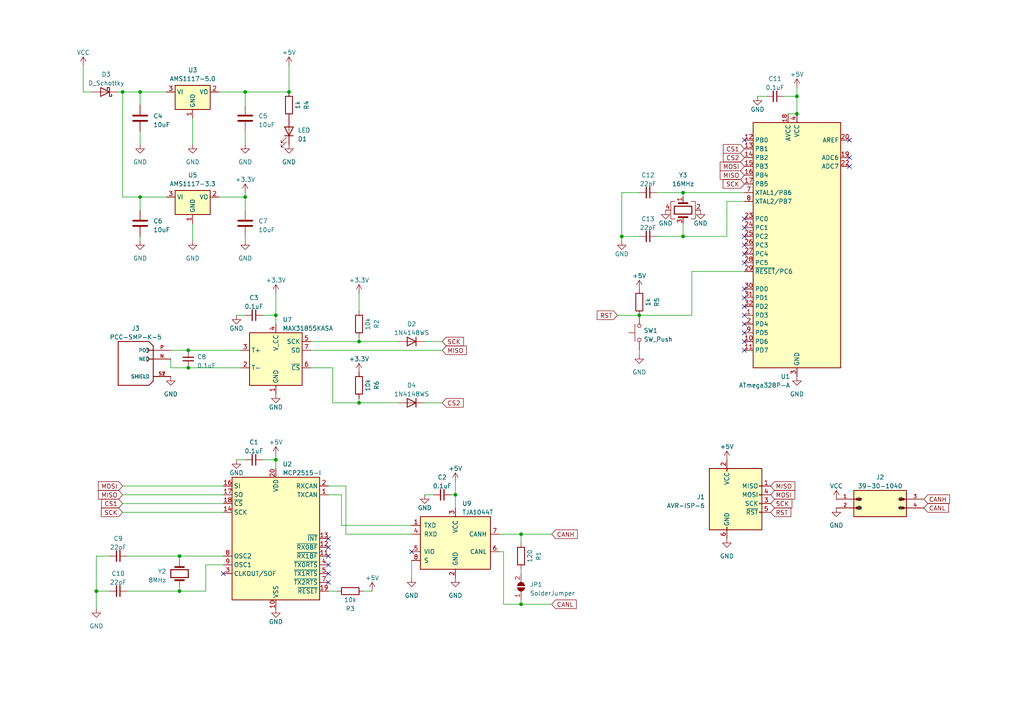
<source format=kicad_sch>
(kicad_sch (version 20230121) (generator eeschema)

  (uuid 714fe9f8-b6a5-4aab-aeb0-a7d00c92ab5d)

  (paper "A4")

  (lib_symbols
    (symbol "Connector:AVR-ISP-6" (pin_names (offset 1.016)) (in_bom yes) (on_board yes)
      (property "Reference" "J" (at -6.35 11.43 0)
        (effects (font (size 1.27 1.27)) (justify left))
      )
      (property "Value" "AVR-ISP-6" (at 0 11.43 0)
        (effects (font (size 1.27 1.27)) (justify left))
      )
      (property "Footprint" "" (at -6.35 1.27 90)
        (effects (font (size 1.27 1.27)) hide)
      )
      (property "Datasheet" " ~" (at -32.385 -13.97 0)
        (effects (font (size 1.27 1.27)) hide)
      )
      (property "ki_keywords" "AVR ISP Connector" (at 0 0 0)
        (effects (font (size 1.27 1.27)) hide)
      )
      (property "ki_description" "Atmel 6-pin ISP connector" (at 0 0 0)
        (effects (font (size 1.27 1.27)) hide)
      )
      (property "ki_fp_filters" "IDC?Header*2x03* Pin?Header*2x03*" (at 0 0 0)
        (effects (font (size 1.27 1.27)) hide)
      )
      (symbol "AVR-ISP-6_0_1"
        (rectangle (start -2.667 -6.858) (end -2.413 -7.62)
          (stroke (width 0) (type default))
          (fill (type none))
        )
        (rectangle (start -2.667 10.16) (end -2.413 9.398)
          (stroke (width 0) (type default))
          (fill (type none))
        )
        (rectangle (start 7.62 -2.413) (end 6.858 -2.667)
          (stroke (width 0) (type default))
          (fill (type none))
        )
        (rectangle (start 7.62 0.127) (end 6.858 -0.127)
          (stroke (width 0) (type default))
          (fill (type none))
        )
        (rectangle (start 7.62 2.667) (end 6.858 2.413)
          (stroke (width 0) (type default))
          (fill (type none))
        )
        (rectangle (start 7.62 5.207) (end 6.858 4.953)
          (stroke (width 0) (type default))
          (fill (type none))
        )
        (rectangle (start 7.62 10.16) (end -7.62 -7.62)
          (stroke (width 0.254) (type default))
          (fill (type background))
        )
      )
      (symbol "AVR-ISP-6_1_1"
        (pin passive line (at 10.16 5.08 180) (length 2.54)
          (name "MISO" (effects (font (size 1.27 1.27))))
          (number "1" (effects (font (size 1.27 1.27))))
        )
        (pin passive line (at -2.54 12.7 270) (length 2.54)
          (name "VCC" (effects (font (size 1.27 1.27))))
          (number "2" (effects (font (size 1.27 1.27))))
        )
        (pin passive line (at 10.16 0 180) (length 2.54)
          (name "SCK" (effects (font (size 1.27 1.27))))
          (number "3" (effects (font (size 1.27 1.27))))
        )
        (pin passive line (at 10.16 2.54 180) (length 2.54)
          (name "MOSI" (effects (font (size 1.27 1.27))))
          (number "4" (effects (font (size 1.27 1.27))))
        )
        (pin passive line (at 10.16 -2.54 180) (length 2.54)
          (name "~{RST}" (effects (font (size 1.27 1.27))))
          (number "5" (effects (font (size 1.27 1.27))))
        )
        (pin passive line (at -2.54 -10.16 90) (length 2.54)
          (name "GND" (effects (font (size 1.27 1.27))))
          (number "6" (effects (font (size 1.27 1.27))))
        )
      )
    )
    (symbol "Device:C" (pin_numbers hide) (pin_names (offset 0.254)) (in_bom yes) (on_board yes)
      (property "Reference" "C" (at 0.635 2.54 0)
        (effects (font (size 1.27 1.27)) (justify left))
      )
      (property "Value" "C" (at 0.635 -2.54 0)
        (effects (font (size 1.27 1.27)) (justify left))
      )
      (property "Footprint" "" (at 0.9652 -3.81 0)
        (effects (font (size 1.27 1.27)) hide)
      )
      (property "Datasheet" "~" (at 0 0 0)
        (effects (font (size 1.27 1.27)) hide)
      )
      (property "ki_keywords" "cap capacitor" (at 0 0 0)
        (effects (font (size 1.27 1.27)) hide)
      )
      (property "ki_description" "Unpolarized capacitor" (at 0 0 0)
        (effects (font (size 1.27 1.27)) hide)
      )
      (property "ki_fp_filters" "C_*" (at 0 0 0)
        (effects (font (size 1.27 1.27)) hide)
      )
      (symbol "C_0_1"
        (polyline
          (pts
            (xy -2.032 -0.762)
            (xy 2.032 -0.762)
          )
          (stroke (width 0.508) (type default))
          (fill (type none))
        )
        (polyline
          (pts
            (xy -2.032 0.762)
            (xy 2.032 0.762)
          )
          (stroke (width 0.508) (type default))
          (fill (type none))
        )
      )
      (symbol "C_1_1"
        (pin passive line (at 0 3.81 270) (length 2.794)
          (name "~" (effects (font (size 1.27 1.27))))
          (number "1" (effects (font (size 1.27 1.27))))
        )
        (pin passive line (at 0 -3.81 90) (length 2.794)
          (name "~" (effects (font (size 1.27 1.27))))
          (number "2" (effects (font (size 1.27 1.27))))
        )
      )
    )
    (symbol "Device:C_Small" (pin_numbers hide) (pin_names (offset 0.254) hide) (in_bom yes) (on_board yes)
      (property "Reference" "C" (at 0.254 1.778 0)
        (effects (font (size 1.27 1.27)) (justify left))
      )
      (property "Value" "C_Small" (at 0.254 -2.032 0)
        (effects (font (size 1.27 1.27)) (justify left))
      )
      (property "Footprint" "" (at 0 0 0)
        (effects (font (size 1.27 1.27)) hide)
      )
      (property "Datasheet" "~" (at 0 0 0)
        (effects (font (size 1.27 1.27)) hide)
      )
      (property "ki_keywords" "capacitor cap" (at 0 0 0)
        (effects (font (size 1.27 1.27)) hide)
      )
      (property "ki_description" "Unpolarized capacitor, small symbol" (at 0 0 0)
        (effects (font (size 1.27 1.27)) hide)
      )
      (property "ki_fp_filters" "C_*" (at 0 0 0)
        (effects (font (size 1.27 1.27)) hide)
      )
      (symbol "C_Small_0_1"
        (polyline
          (pts
            (xy -1.524 -0.508)
            (xy 1.524 -0.508)
          )
          (stroke (width 0.3302) (type default))
          (fill (type none))
        )
        (polyline
          (pts
            (xy -1.524 0.508)
            (xy 1.524 0.508)
          )
          (stroke (width 0.3048) (type default))
          (fill (type none))
        )
      )
      (symbol "C_Small_1_1"
        (pin passive line (at 0 2.54 270) (length 2.032)
          (name "~" (effects (font (size 1.27 1.27))))
          (number "1" (effects (font (size 1.27 1.27))))
        )
        (pin passive line (at 0 -2.54 90) (length 2.032)
          (name "~" (effects (font (size 1.27 1.27))))
          (number "2" (effects (font (size 1.27 1.27))))
        )
      )
    )
    (symbol "Device:Crystal" (pin_numbers hide) (pin_names (offset 1.016) hide) (in_bom yes) (on_board yes)
      (property "Reference" "Y" (at 0 3.81 0)
        (effects (font (size 1.27 1.27)))
      )
      (property "Value" "Crystal" (at 0 -3.81 0)
        (effects (font (size 1.27 1.27)))
      )
      (property "Footprint" "" (at 0 0 0)
        (effects (font (size 1.27 1.27)) hide)
      )
      (property "Datasheet" "~" (at 0 0 0)
        (effects (font (size 1.27 1.27)) hide)
      )
      (property "ki_keywords" "quartz ceramic resonator oscillator" (at 0 0 0)
        (effects (font (size 1.27 1.27)) hide)
      )
      (property "ki_description" "Two pin crystal" (at 0 0 0)
        (effects (font (size 1.27 1.27)) hide)
      )
      (property "ki_fp_filters" "Crystal*" (at 0 0 0)
        (effects (font (size 1.27 1.27)) hide)
      )
      (symbol "Crystal_0_1"
        (rectangle (start -1.143 2.54) (end 1.143 -2.54)
          (stroke (width 0.3048) (type default))
          (fill (type none))
        )
        (polyline
          (pts
            (xy -2.54 0)
            (xy -1.905 0)
          )
          (stroke (width 0) (type default))
          (fill (type none))
        )
        (polyline
          (pts
            (xy -1.905 -1.27)
            (xy -1.905 1.27)
          )
          (stroke (width 0.508) (type default))
          (fill (type none))
        )
        (polyline
          (pts
            (xy 1.905 -1.27)
            (xy 1.905 1.27)
          )
          (stroke (width 0.508) (type default))
          (fill (type none))
        )
        (polyline
          (pts
            (xy 2.54 0)
            (xy 1.905 0)
          )
          (stroke (width 0) (type default))
          (fill (type none))
        )
      )
      (symbol "Crystal_1_1"
        (pin passive line (at -3.81 0 0) (length 1.27)
          (name "1" (effects (font (size 1.27 1.27))))
          (number "1" (effects (font (size 1.27 1.27))))
        )
        (pin passive line (at 3.81 0 180) (length 1.27)
          (name "2" (effects (font (size 1.27 1.27))))
          (number "2" (effects (font (size 1.27 1.27))))
        )
      )
    )
    (symbol "Device:Crystal_GND24" (pin_names (offset 1.016) hide) (in_bom yes) (on_board yes)
      (property "Reference" "Y" (at 3.175 5.08 0)
        (effects (font (size 1.27 1.27)) (justify left))
      )
      (property "Value" "Crystal_GND24" (at 3.175 3.175 0)
        (effects (font (size 1.27 1.27)) (justify left))
      )
      (property "Footprint" "" (at 0 0 0)
        (effects (font (size 1.27 1.27)) hide)
      )
      (property "Datasheet" "~" (at 0 0 0)
        (effects (font (size 1.27 1.27)) hide)
      )
      (property "ki_keywords" "quartz ceramic resonator oscillator" (at 0 0 0)
        (effects (font (size 1.27 1.27)) hide)
      )
      (property "ki_description" "Four pin crystal, GND on pins 2 and 4" (at 0 0 0)
        (effects (font (size 1.27 1.27)) hide)
      )
      (property "ki_fp_filters" "Crystal*" (at 0 0 0)
        (effects (font (size 1.27 1.27)) hide)
      )
      (symbol "Crystal_GND24_0_1"
        (rectangle (start -1.143 2.54) (end 1.143 -2.54)
          (stroke (width 0.3048) (type default))
          (fill (type none))
        )
        (polyline
          (pts
            (xy -2.54 0)
            (xy -2.032 0)
          )
          (stroke (width 0) (type default))
          (fill (type none))
        )
        (polyline
          (pts
            (xy -2.032 -1.27)
            (xy -2.032 1.27)
          )
          (stroke (width 0.508) (type default))
          (fill (type none))
        )
        (polyline
          (pts
            (xy 0 -3.81)
            (xy 0 -3.556)
          )
          (stroke (width 0) (type default))
          (fill (type none))
        )
        (polyline
          (pts
            (xy 0 3.556)
            (xy 0 3.81)
          )
          (stroke (width 0) (type default))
          (fill (type none))
        )
        (polyline
          (pts
            (xy 2.032 -1.27)
            (xy 2.032 1.27)
          )
          (stroke (width 0.508) (type default))
          (fill (type none))
        )
        (polyline
          (pts
            (xy 2.032 0)
            (xy 2.54 0)
          )
          (stroke (width 0) (type default))
          (fill (type none))
        )
        (polyline
          (pts
            (xy -2.54 -2.286)
            (xy -2.54 -3.556)
            (xy 2.54 -3.556)
            (xy 2.54 -2.286)
          )
          (stroke (width 0) (type default))
          (fill (type none))
        )
        (polyline
          (pts
            (xy -2.54 2.286)
            (xy -2.54 3.556)
            (xy 2.54 3.556)
            (xy 2.54 2.286)
          )
          (stroke (width 0) (type default))
          (fill (type none))
        )
      )
      (symbol "Crystal_GND24_1_1"
        (pin passive line (at -3.81 0 0) (length 1.27)
          (name "1" (effects (font (size 1.27 1.27))))
          (number "1" (effects (font (size 1.27 1.27))))
        )
        (pin passive line (at 0 5.08 270) (length 1.27)
          (name "2" (effects (font (size 1.27 1.27))))
          (number "2" (effects (font (size 1.27 1.27))))
        )
        (pin passive line (at 3.81 0 180) (length 1.27)
          (name "3" (effects (font (size 1.27 1.27))))
          (number "3" (effects (font (size 1.27 1.27))))
        )
        (pin passive line (at 0 -5.08 90) (length 1.27)
          (name "4" (effects (font (size 1.27 1.27))))
          (number "4" (effects (font (size 1.27 1.27))))
        )
      )
    )
    (symbol "Device:D_Schottky" (pin_numbers hide) (pin_names (offset 1.016) hide) (in_bom yes) (on_board yes)
      (property "Reference" "D" (at 0 2.54 0)
        (effects (font (size 1.27 1.27)))
      )
      (property "Value" "D_Schottky" (at 0 -2.54 0)
        (effects (font (size 1.27 1.27)))
      )
      (property "Footprint" "" (at 0 0 0)
        (effects (font (size 1.27 1.27)) hide)
      )
      (property "Datasheet" "~" (at 0 0 0)
        (effects (font (size 1.27 1.27)) hide)
      )
      (property "ki_keywords" "diode Schottky" (at 0 0 0)
        (effects (font (size 1.27 1.27)) hide)
      )
      (property "ki_description" "Schottky diode" (at 0 0 0)
        (effects (font (size 1.27 1.27)) hide)
      )
      (property "ki_fp_filters" "TO-???* *_Diode_* *SingleDiode* D_*" (at 0 0 0)
        (effects (font (size 1.27 1.27)) hide)
      )
      (symbol "D_Schottky_0_1"
        (polyline
          (pts
            (xy 1.27 0)
            (xy -1.27 0)
          )
          (stroke (width 0) (type default))
          (fill (type none))
        )
        (polyline
          (pts
            (xy 1.27 1.27)
            (xy 1.27 -1.27)
            (xy -1.27 0)
            (xy 1.27 1.27)
          )
          (stroke (width 0.254) (type default))
          (fill (type none))
        )
        (polyline
          (pts
            (xy -1.905 0.635)
            (xy -1.905 1.27)
            (xy -1.27 1.27)
            (xy -1.27 -1.27)
            (xy -0.635 -1.27)
            (xy -0.635 -0.635)
          )
          (stroke (width 0.254) (type default))
          (fill (type none))
        )
      )
      (symbol "D_Schottky_1_1"
        (pin passive line (at -3.81 0 0) (length 2.54)
          (name "K" (effects (font (size 1.27 1.27))))
          (number "1" (effects (font (size 1.27 1.27))))
        )
        (pin passive line (at 3.81 0 180) (length 2.54)
          (name "A" (effects (font (size 1.27 1.27))))
          (number "2" (effects (font (size 1.27 1.27))))
        )
      )
    )
    (symbol "Device:LED" (pin_numbers hide) (pin_names (offset 1.016) hide) (in_bom yes) (on_board yes)
      (property "Reference" "D" (at 0 2.54 0)
        (effects (font (size 1.27 1.27)))
      )
      (property "Value" "LED" (at 0 -2.54 0)
        (effects (font (size 1.27 1.27)))
      )
      (property "Footprint" "" (at 0 0 0)
        (effects (font (size 1.27 1.27)) hide)
      )
      (property "Datasheet" "~" (at 0 0 0)
        (effects (font (size 1.27 1.27)) hide)
      )
      (property "ki_keywords" "LED diode" (at 0 0 0)
        (effects (font (size 1.27 1.27)) hide)
      )
      (property "ki_description" "Light emitting diode" (at 0 0 0)
        (effects (font (size 1.27 1.27)) hide)
      )
      (property "ki_fp_filters" "LED* LED_SMD:* LED_THT:*" (at 0 0 0)
        (effects (font (size 1.27 1.27)) hide)
      )
      (symbol "LED_0_1"
        (polyline
          (pts
            (xy -1.27 -1.27)
            (xy -1.27 1.27)
          )
          (stroke (width 0.254) (type default))
          (fill (type none))
        )
        (polyline
          (pts
            (xy -1.27 0)
            (xy 1.27 0)
          )
          (stroke (width 0) (type default))
          (fill (type none))
        )
        (polyline
          (pts
            (xy 1.27 -1.27)
            (xy 1.27 1.27)
            (xy -1.27 0)
            (xy 1.27 -1.27)
          )
          (stroke (width 0.254) (type default))
          (fill (type none))
        )
        (polyline
          (pts
            (xy -3.048 -0.762)
            (xy -4.572 -2.286)
            (xy -3.81 -2.286)
            (xy -4.572 -2.286)
            (xy -4.572 -1.524)
          )
          (stroke (width 0) (type default))
          (fill (type none))
        )
        (polyline
          (pts
            (xy -1.778 -0.762)
            (xy -3.302 -2.286)
            (xy -2.54 -2.286)
            (xy -3.302 -2.286)
            (xy -3.302 -1.524)
          )
          (stroke (width 0) (type default))
          (fill (type none))
        )
      )
      (symbol "LED_1_1"
        (pin passive line (at -3.81 0 0) (length 2.54)
          (name "K" (effects (font (size 1.27 1.27))))
          (number "1" (effects (font (size 1.27 1.27))))
        )
        (pin passive line (at 3.81 0 180) (length 2.54)
          (name "A" (effects (font (size 1.27 1.27))))
          (number "2" (effects (font (size 1.27 1.27))))
        )
      )
    )
    (symbol "Device:R" (pin_numbers hide) (pin_names (offset 0)) (in_bom yes) (on_board yes)
      (property "Reference" "R" (at 2.032 0 90)
        (effects (font (size 1.27 1.27)))
      )
      (property "Value" "R" (at 0 0 90)
        (effects (font (size 1.27 1.27)))
      )
      (property "Footprint" "" (at -1.778 0 90)
        (effects (font (size 1.27 1.27)) hide)
      )
      (property "Datasheet" "~" (at 0 0 0)
        (effects (font (size 1.27 1.27)) hide)
      )
      (property "ki_keywords" "R res resistor" (at 0 0 0)
        (effects (font (size 1.27 1.27)) hide)
      )
      (property "ki_description" "Resistor" (at 0 0 0)
        (effects (font (size 1.27 1.27)) hide)
      )
      (property "ki_fp_filters" "R_*" (at 0 0 0)
        (effects (font (size 1.27 1.27)) hide)
      )
      (symbol "R_0_1"
        (rectangle (start -1.016 -2.54) (end 1.016 2.54)
          (stroke (width 0.254) (type default))
          (fill (type none))
        )
      )
      (symbol "R_1_1"
        (pin passive line (at 0 3.81 270) (length 1.27)
          (name "~" (effects (font (size 1.27 1.27))))
          (number "1" (effects (font (size 1.27 1.27))))
        )
        (pin passive line (at 0 -3.81 90) (length 1.27)
          (name "~" (effects (font (size 1.27 1.27))))
          (number "2" (effects (font (size 1.27 1.27))))
        )
      )
    )
    (symbol "Diode:1N4148WS" (pin_numbers hide) (pin_names hide) (in_bom yes) (on_board yes)
      (property "Reference" "D" (at 0 2.54 0)
        (effects (font (size 1.27 1.27)))
      )
      (property "Value" "1N4148WS" (at 0 -2.54 0)
        (effects (font (size 1.27 1.27)))
      )
      (property "Footprint" "Diode_SMD:D_SOD-323" (at 0 -4.445 0)
        (effects (font (size 1.27 1.27)) hide)
      )
      (property "Datasheet" "https://www.vishay.com/docs/85751/1n4148ws.pdf" (at 0 0 0)
        (effects (font (size 1.27 1.27)) hide)
      )
      (property "Sim.Device" "D" (at 0 0 0)
        (effects (font (size 1.27 1.27)) hide)
      )
      (property "Sim.Pins" "1=K 2=A" (at 0 0 0)
        (effects (font (size 1.27 1.27)) hide)
      )
      (property "ki_keywords" "diode" (at 0 0 0)
        (effects (font (size 1.27 1.27)) hide)
      )
      (property "ki_description" "75V 0.15A Fast switching Diode, SOD-323" (at 0 0 0)
        (effects (font (size 1.27 1.27)) hide)
      )
      (property "ki_fp_filters" "D*SOD?323*" (at 0 0 0)
        (effects (font (size 1.27 1.27)) hide)
      )
      (symbol "1N4148WS_0_1"
        (polyline
          (pts
            (xy -1.27 1.27)
            (xy -1.27 -1.27)
          )
          (stroke (width 0.254) (type default))
          (fill (type none))
        )
        (polyline
          (pts
            (xy 1.27 0)
            (xy -1.27 0)
          )
          (stroke (width 0) (type default))
          (fill (type none))
        )
        (polyline
          (pts
            (xy 1.27 1.27)
            (xy 1.27 -1.27)
            (xy -1.27 0)
            (xy 1.27 1.27)
          )
          (stroke (width 0.254) (type default))
          (fill (type none))
        )
      )
      (symbol "1N4148WS_1_1"
        (pin passive line (at -3.81 0 0) (length 2.54)
          (name "K" (effects (font (size 1.27 1.27))))
          (number "1" (effects (font (size 1.27 1.27))))
        )
        (pin passive line (at 3.81 0 180) (length 2.54)
          (name "A" (effects (font (size 1.27 1.27))))
          (number "2" (effects (font (size 1.27 1.27))))
        )
      )
    )
    (symbol "Interface_CAN_LIN:MCP2515-xST" (in_bom yes) (on_board yes)
      (property "Reference" "U" (at -10.16 19.685 0)
        (effects (font (size 1.27 1.27)) (justify right))
      )
      (property "Value" "MCP2515-xST" (at 19.05 20.32 0)
        (effects (font (size 1.27 1.27)) (justify right top))
      )
      (property "Footprint" "Package_SO:TSSOP-20_4.4x6.5mm_P0.65mm" (at 0 -22.86 0)
        (effects (font (size 1.27 1.27) italic) hide)
      )
      (property "Datasheet" "http://ww1.microchip.com/downloads/en/DeviceDoc/21801e.pdf" (at 2.54 -20.32 0)
        (effects (font (size 1.27 1.27)) hide)
      )
      (property "ki_keywords" "CAN Controller SPI" (at 0 0 0)
        (effects (font (size 1.27 1.27)) hide)
      )
      (property "ki_description" "Stand-Alone CAN Controller with SPI Interface, TSSOP-20" (at 0 0 0)
        (effects (font (size 1.27 1.27)) hide)
      )
      (property "ki_fp_filters" "TSSOP*4.4x6.5mm*P0.65mm*" (at 0 0 0)
        (effects (font (size 1.27 1.27)) hide)
      )
      (symbol "MCP2515-xST_0_1"
        (rectangle (start -12.7 17.78) (end 12.7 -17.78)
          (stroke (width 0.254) (type default))
          (fill (type background))
        )
      )
      (symbol "MCP2515-xST_1_1"
        (pin output line (at 15.24 12.7 180) (length 2.54)
          (name "TXCAN" (effects (font (size 1.27 1.27))))
          (number "1" (effects (font (size 1.27 1.27))))
        )
        (pin power_in line (at 0 -20.32 90) (length 2.54)
          (name "VSS" (effects (font (size 1.27 1.27))))
          (number "10" (effects (font (size 1.27 1.27))))
        )
        (pin output line (at 15.24 -5.08 180) (length 2.54)
          (name "~{RX1BF}" (effects (font (size 1.27 1.27))))
          (number "11" (effects (font (size 1.27 1.27))))
        )
        (pin output line (at 15.24 -2.54 180) (length 2.54)
          (name "~{RX0BF}" (effects (font (size 1.27 1.27))))
          (number "12" (effects (font (size 1.27 1.27))))
        )
        (pin output line (at 15.24 0 180) (length 2.54)
          (name "~{INT}" (effects (font (size 1.27 1.27))))
          (number "13" (effects (font (size 1.27 1.27))))
        )
        (pin input line (at -15.24 7.62 0) (length 2.54)
          (name "SCK" (effects (font (size 1.27 1.27))))
          (number "14" (effects (font (size 1.27 1.27))))
        )
        (pin no_connect line (at -12.7 -2.54 0) (length 2.54) hide
          (name "NC" (effects (font (size 1.27 1.27))))
          (number "15" (effects (font (size 1.27 1.27))))
        )
        (pin input line (at -15.24 15.24 0) (length 2.54)
          (name "SI" (effects (font (size 1.27 1.27))))
          (number "16" (effects (font (size 1.27 1.27))))
        )
        (pin output line (at -15.24 12.7 0) (length 2.54)
          (name "SO" (effects (font (size 1.27 1.27))))
          (number "17" (effects (font (size 1.27 1.27))))
        )
        (pin input line (at -15.24 10.16 0) (length 2.54)
          (name "~{CS}" (effects (font (size 1.27 1.27))))
          (number "18" (effects (font (size 1.27 1.27))))
        )
        (pin input line (at 15.24 -15.24 180) (length 2.54)
          (name "~{RESET}" (effects (font (size 1.27 1.27))))
          (number "19" (effects (font (size 1.27 1.27))))
        )
        (pin input line (at 15.24 15.24 180) (length 2.54)
          (name "RXCAN" (effects (font (size 1.27 1.27))))
          (number "2" (effects (font (size 1.27 1.27))))
        )
        (pin power_in line (at 0 20.32 270) (length 2.54)
          (name "VDD" (effects (font (size 1.27 1.27))))
          (number "20" (effects (font (size 1.27 1.27))))
        )
        (pin output line (at -15.24 -10.16 0) (length 2.54)
          (name "CLKOUT/SOF" (effects (font (size 1.27 1.27))))
          (number "3" (effects (font (size 1.27 1.27))))
        )
        (pin input line (at 15.24 -7.62 180) (length 2.54)
          (name "~{TX0RTS}" (effects (font (size 1.27 1.27))))
          (number "4" (effects (font (size 1.27 1.27))))
        )
        (pin input line (at 15.24 -10.16 180) (length 2.54)
          (name "~{TX1RTS}" (effects (font (size 1.27 1.27))))
          (number "5" (effects (font (size 1.27 1.27))))
        )
        (pin no_connect line (at -12.7 0 0) (length 2.54) hide
          (name "NC" (effects (font (size 1.27 1.27))))
          (number "6" (effects (font (size 1.27 1.27))))
        )
        (pin input line (at 15.24 -12.7 180) (length 2.54)
          (name "~{TX2RTS}" (effects (font (size 1.27 1.27))))
          (number "7" (effects (font (size 1.27 1.27))))
        )
        (pin output line (at -15.24 -5.08 0) (length 2.54)
          (name "OSC2" (effects (font (size 1.27 1.27))))
          (number "8" (effects (font (size 1.27 1.27))))
        )
        (pin input line (at -15.24 -7.62 0) (length 2.54)
          (name "OSC1" (effects (font (size 1.27 1.27))))
          (number "9" (effects (font (size 1.27 1.27))))
        )
      )
    )
    (symbol "Interface_CAN_LIN:TJA1051T-3" (pin_names (offset 1.016)) (in_bom yes) (on_board yes)
      (property "Reference" "U" (at -10.16 8.89 0)
        (effects (font (size 1.27 1.27)) (justify left))
      )
      (property "Value" "TJA1051T-3" (at 1.27 8.89 0)
        (effects (font (size 1.27 1.27)) (justify left))
      )
      (property "Footprint" "Package_SO:SOIC-8_3.9x4.9mm_P1.27mm" (at 0 -12.7 0)
        (effects (font (size 1.27 1.27) italic) hide)
      )
      (property "Datasheet" "http://www.nxp.com/documents/data_sheet/TJA1051.pdf" (at 0 0 0)
        (effects (font (size 1.27 1.27)) hide)
      )
      (property "ki_keywords" "High-Speed CAN Transceiver" (at 0 0 0)
        (effects (font (size 1.27 1.27)) hide)
      )
      (property "ki_description" "High-Speed CAN Transceiver, separate VIO, silent mode, SOIC-8" (at 0 0 0)
        (effects (font (size 1.27 1.27)) hide)
      )
      (property "ki_fp_filters" "SOIC*3.9x4.9mm*P1.27mm*" (at 0 0 0)
        (effects (font (size 1.27 1.27)) hide)
      )
      (symbol "TJA1051T-3_0_1"
        (rectangle (start -10.16 7.62) (end 10.16 -7.62)
          (stroke (width 0.254) (type default))
          (fill (type background))
        )
      )
      (symbol "TJA1051T-3_1_1"
        (pin input line (at -12.7 5.08 0) (length 2.54)
          (name "TXD" (effects (font (size 1.27 1.27))))
          (number "1" (effects (font (size 1.27 1.27))))
        )
        (pin power_in line (at 0 -10.16 90) (length 2.54)
          (name "GND" (effects (font (size 1.27 1.27))))
          (number "2" (effects (font (size 1.27 1.27))))
        )
        (pin power_in line (at 0 10.16 270) (length 2.54)
          (name "VCC" (effects (font (size 1.27 1.27))))
          (number "3" (effects (font (size 1.27 1.27))))
        )
        (pin output line (at -12.7 2.54 0) (length 2.54)
          (name "RXD" (effects (font (size 1.27 1.27))))
          (number "4" (effects (font (size 1.27 1.27))))
        )
        (pin power_in line (at -12.7 -2.54 0) (length 2.54)
          (name "VIO" (effects (font (size 1.27 1.27))))
          (number "5" (effects (font (size 1.27 1.27))))
        )
        (pin bidirectional line (at 12.7 -2.54 180) (length 2.54)
          (name "CANL" (effects (font (size 1.27 1.27))))
          (number "6" (effects (font (size 1.27 1.27))))
        )
        (pin bidirectional line (at 12.7 2.54 180) (length 2.54)
          (name "CANH" (effects (font (size 1.27 1.27))))
          (number "7" (effects (font (size 1.27 1.27))))
        )
        (pin input line (at -12.7 -5.08 0) (length 2.54)
          (name "S" (effects (font (size 1.27 1.27))))
          (number "8" (effects (font (size 1.27 1.27))))
        )
      )
    )
    (symbol "Jumper:SolderJumper_2_Open" (pin_names (offset 0) hide) (in_bom yes) (on_board yes)
      (property "Reference" "JP" (at 0 2.032 0)
        (effects (font (size 1.27 1.27)))
      )
      (property "Value" "SolderJumper_2_Open" (at 0 -2.54 0)
        (effects (font (size 1.27 1.27)))
      )
      (property "Footprint" "" (at 0 0 0)
        (effects (font (size 1.27 1.27)) hide)
      )
      (property "Datasheet" "~" (at 0 0 0)
        (effects (font (size 1.27 1.27)) hide)
      )
      (property "ki_keywords" "solder jumper SPST" (at 0 0 0)
        (effects (font (size 1.27 1.27)) hide)
      )
      (property "ki_description" "Solder Jumper, 2-pole, open" (at 0 0 0)
        (effects (font (size 1.27 1.27)) hide)
      )
      (property "ki_fp_filters" "SolderJumper*Open*" (at 0 0 0)
        (effects (font (size 1.27 1.27)) hide)
      )
      (symbol "SolderJumper_2_Open_0_1"
        (arc (start -0.254 1.016) (mid -1.2656 0) (end -0.254 -1.016)
          (stroke (width 0) (type default))
          (fill (type none))
        )
        (arc (start -0.254 1.016) (mid -1.2656 0) (end -0.254 -1.016)
          (stroke (width 0) (type default))
          (fill (type outline))
        )
        (polyline
          (pts
            (xy -0.254 1.016)
            (xy -0.254 -1.016)
          )
          (stroke (width 0) (type default))
          (fill (type none))
        )
        (polyline
          (pts
            (xy 0.254 1.016)
            (xy 0.254 -1.016)
          )
          (stroke (width 0) (type default))
          (fill (type none))
        )
        (arc (start 0.254 -1.016) (mid 1.2656 0) (end 0.254 1.016)
          (stroke (width 0) (type default))
          (fill (type none))
        )
        (arc (start 0.254 -1.016) (mid 1.2656 0) (end 0.254 1.016)
          (stroke (width 0) (type default))
          (fill (type outline))
        )
      )
      (symbol "SolderJumper_2_Open_1_1"
        (pin passive line (at -3.81 0 0) (length 2.54)
          (name "A" (effects (font (size 1.27 1.27))))
          (number "1" (effects (font (size 1.27 1.27))))
        )
        (pin passive line (at 3.81 0 180) (length 2.54)
          (name "B" (effects (font (size 1.27 1.27))))
          (number "2" (effects (font (size 1.27 1.27))))
        )
      )
    )
    (symbol "MCU_Microchip_ATmega:ATmega328P-A" (in_bom yes) (on_board yes)
      (property "Reference" "U" (at -12.7 36.83 0)
        (effects (font (size 1.27 1.27)) (justify left bottom))
      )
      (property "Value" "ATmega328P-A" (at 2.54 -36.83 0)
        (effects (font (size 1.27 1.27)) (justify left top))
      )
      (property "Footprint" "Package_QFP:TQFP-32_7x7mm_P0.8mm" (at 0 0 0)
        (effects (font (size 1.27 1.27) italic) hide)
      )
      (property "Datasheet" "http://ww1.microchip.com/downloads/en/DeviceDoc/ATmega328_P%20AVR%20MCU%20with%20picoPower%20Technology%20Data%20Sheet%2040001984A.pdf" (at 0 0 0)
        (effects (font (size 1.27 1.27)) hide)
      )
      (property "ki_keywords" "AVR 8bit Microcontroller MegaAVR PicoPower" (at 0 0 0)
        (effects (font (size 1.27 1.27)) hide)
      )
      (property "ki_description" "20MHz, 32kB Flash, 2kB SRAM, 1kB EEPROM, TQFP-32" (at 0 0 0)
        (effects (font (size 1.27 1.27)) hide)
      )
      (property "ki_fp_filters" "TQFP*7x7mm*P0.8mm*" (at 0 0 0)
        (effects (font (size 1.27 1.27)) hide)
      )
      (symbol "ATmega328P-A_0_1"
        (rectangle (start -12.7 -35.56) (end 12.7 35.56)
          (stroke (width 0.254) (type default))
          (fill (type background))
        )
      )
      (symbol "ATmega328P-A_1_1"
        (pin bidirectional line (at 15.24 -20.32 180) (length 2.54)
          (name "PD3" (effects (font (size 1.27 1.27))))
          (number "1" (effects (font (size 1.27 1.27))))
        )
        (pin bidirectional line (at 15.24 -27.94 180) (length 2.54)
          (name "PD6" (effects (font (size 1.27 1.27))))
          (number "10" (effects (font (size 1.27 1.27))))
        )
        (pin bidirectional line (at 15.24 -30.48 180) (length 2.54)
          (name "PD7" (effects (font (size 1.27 1.27))))
          (number "11" (effects (font (size 1.27 1.27))))
        )
        (pin bidirectional line (at 15.24 30.48 180) (length 2.54)
          (name "PB0" (effects (font (size 1.27 1.27))))
          (number "12" (effects (font (size 1.27 1.27))))
        )
        (pin bidirectional line (at 15.24 27.94 180) (length 2.54)
          (name "PB1" (effects (font (size 1.27 1.27))))
          (number "13" (effects (font (size 1.27 1.27))))
        )
        (pin bidirectional line (at 15.24 25.4 180) (length 2.54)
          (name "PB2" (effects (font (size 1.27 1.27))))
          (number "14" (effects (font (size 1.27 1.27))))
        )
        (pin bidirectional line (at 15.24 22.86 180) (length 2.54)
          (name "PB3" (effects (font (size 1.27 1.27))))
          (number "15" (effects (font (size 1.27 1.27))))
        )
        (pin bidirectional line (at 15.24 20.32 180) (length 2.54)
          (name "PB4" (effects (font (size 1.27 1.27))))
          (number "16" (effects (font (size 1.27 1.27))))
        )
        (pin bidirectional line (at 15.24 17.78 180) (length 2.54)
          (name "PB5" (effects (font (size 1.27 1.27))))
          (number "17" (effects (font (size 1.27 1.27))))
        )
        (pin power_in line (at 2.54 38.1 270) (length 2.54)
          (name "AVCC" (effects (font (size 1.27 1.27))))
          (number "18" (effects (font (size 1.27 1.27))))
        )
        (pin input line (at -15.24 25.4 0) (length 2.54)
          (name "ADC6" (effects (font (size 1.27 1.27))))
          (number "19" (effects (font (size 1.27 1.27))))
        )
        (pin bidirectional line (at 15.24 -22.86 180) (length 2.54)
          (name "PD4" (effects (font (size 1.27 1.27))))
          (number "2" (effects (font (size 1.27 1.27))))
        )
        (pin passive line (at -15.24 30.48 0) (length 2.54)
          (name "AREF" (effects (font (size 1.27 1.27))))
          (number "20" (effects (font (size 1.27 1.27))))
        )
        (pin passive line (at 0 -38.1 90) (length 2.54) hide
          (name "GND" (effects (font (size 1.27 1.27))))
          (number "21" (effects (font (size 1.27 1.27))))
        )
        (pin input line (at -15.24 22.86 0) (length 2.54)
          (name "ADC7" (effects (font (size 1.27 1.27))))
          (number "22" (effects (font (size 1.27 1.27))))
        )
        (pin bidirectional line (at 15.24 7.62 180) (length 2.54)
          (name "PC0" (effects (font (size 1.27 1.27))))
          (number "23" (effects (font (size 1.27 1.27))))
        )
        (pin bidirectional line (at 15.24 5.08 180) (length 2.54)
          (name "PC1" (effects (font (size 1.27 1.27))))
          (number "24" (effects (font (size 1.27 1.27))))
        )
        (pin bidirectional line (at 15.24 2.54 180) (length 2.54)
          (name "PC2" (effects (font (size 1.27 1.27))))
          (number "25" (effects (font (size 1.27 1.27))))
        )
        (pin bidirectional line (at 15.24 0 180) (length 2.54)
          (name "PC3" (effects (font (size 1.27 1.27))))
          (number "26" (effects (font (size 1.27 1.27))))
        )
        (pin bidirectional line (at 15.24 -2.54 180) (length 2.54)
          (name "PC4" (effects (font (size 1.27 1.27))))
          (number "27" (effects (font (size 1.27 1.27))))
        )
        (pin bidirectional line (at 15.24 -5.08 180) (length 2.54)
          (name "PC5" (effects (font (size 1.27 1.27))))
          (number "28" (effects (font (size 1.27 1.27))))
        )
        (pin bidirectional line (at 15.24 -7.62 180) (length 2.54)
          (name "~{RESET}/PC6" (effects (font (size 1.27 1.27))))
          (number "29" (effects (font (size 1.27 1.27))))
        )
        (pin power_in line (at 0 -38.1 90) (length 2.54)
          (name "GND" (effects (font (size 1.27 1.27))))
          (number "3" (effects (font (size 1.27 1.27))))
        )
        (pin bidirectional line (at 15.24 -12.7 180) (length 2.54)
          (name "PD0" (effects (font (size 1.27 1.27))))
          (number "30" (effects (font (size 1.27 1.27))))
        )
        (pin bidirectional line (at 15.24 -15.24 180) (length 2.54)
          (name "PD1" (effects (font (size 1.27 1.27))))
          (number "31" (effects (font (size 1.27 1.27))))
        )
        (pin bidirectional line (at 15.24 -17.78 180) (length 2.54)
          (name "PD2" (effects (font (size 1.27 1.27))))
          (number "32" (effects (font (size 1.27 1.27))))
        )
        (pin power_in line (at 0 38.1 270) (length 2.54)
          (name "VCC" (effects (font (size 1.27 1.27))))
          (number "4" (effects (font (size 1.27 1.27))))
        )
        (pin passive line (at 0 -38.1 90) (length 2.54) hide
          (name "GND" (effects (font (size 1.27 1.27))))
          (number "5" (effects (font (size 1.27 1.27))))
        )
        (pin passive line (at 0 38.1 270) (length 2.54) hide
          (name "VCC" (effects (font (size 1.27 1.27))))
          (number "6" (effects (font (size 1.27 1.27))))
        )
        (pin bidirectional line (at 15.24 15.24 180) (length 2.54)
          (name "XTAL1/PB6" (effects (font (size 1.27 1.27))))
          (number "7" (effects (font (size 1.27 1.27))))
        )
        (pin bidirectional line (at 15.24 12.7 180) (length 2.54)
          (name "XTAL2/PB7" (effects (font (size 1.27 1.27))))
          (number "8" (effects (font (size 1.27 1.27))))
        )
        (pin bidirectional line (at 15.24 -25.4 180) (length 2.54)
          (name "PD5" (effects (font (size 1.27 1.27))))
          (number "9" (effects (font (size 1.27 1.27))))
        )
      )
    )
    (symbol "Regulator_Linear:AMS1117-3.3" (in_bom yes) (on_board yes)
      (property "Reference" "U" (at -3.81 3.175 0)
        (effects (font (size 1.27 1.27)))
      )
      (property "Value" "AMS1117-3.3" (at 0 3.175 0)
        (effects (font (size 1.27 1.27)) (justify left))
      )
      (property "Footprint" "Package_TO_SOT_SMD:SOT-223-3_TabPin2" (at 0 5.08 0)
        (effects (font (size 1.27 1.27)) hide)
      )
      (property "Datasheet" "http://www.advanced-monolithic.com/pdf/ds1117.pdf" (at 2.54 -6.35 0)
        (effects (font (size 1.27 1.27)) hide)
      )
      (property "ki_keywords" "linear regulator ldo fixed positive" (at 0 0 0)
        (effects (font (size 1.27 1.27)) hide)
      )
      (property "ki_description" "1A Low Dropout regulator, positive, 3.3V fixed output, SOT-223" (at 0 0 0)
        (effects (font (size 1.27 1.27)) hide)
      )
      (property "ki_fp_filters" "SOT?223*TabPin2*" (at 0 0 0)
        (effects (font (size 1.27 1.27)) hide)
      )
      (symbol "AMS1117-3.3_0_1"
        (rectangle (start -5.08 -5.08) (end 5.08 1.905)
          (stroke (width 0.254) (type default))
          (fill (type background))
        )
      )
      (symbol "AMS1117-3.3_1_1"
        (pin power_in line (at 0 -7.62 90) (length 2.54)
          (name "GND" (effects (font (size 1.27 1.27))))
          (number "1" (effects (font (size 1.27 1.27))))
        )
        (pin power_out line (at 7.62 0 180) (length 2.54)
          (name "VO" (effects (font (size 1.27 1.27))))
          (number "2" (effects (font (size 1.27 1.27))))
        )
        (pin power_in line (at -7.62 0 0) (length 2.54)
          (name "VI" (effects (font (size 1.27 1.27))))
          (number "3" (effects (font (size 1.27 1.27))))
        )
      )
    )
    (symbol "Regulator_Linear:AMS1117-5.0" (in_bom yes) (on_board yes)
      (property "Reference" "U" (at -3.81 3.175 0)
        (effects (font (size 1.27 1.27)))
      )
      (property "Value" "AMS1117-5.0" (at 0 3.175 0)
        (effects (font (size 1.27 1.27)) (justify left))
      )
      (property "Footprint" "Package_TO_SOT_SMD:SOT-223-3_TabPin2" (at 0 5.08 0)
        (effects (font (size 1.27 1.27)) hide)
      )
      (property "Datasheet" "http://www.advanced-monolithic.com/pdf/ds1117.pdf" (at 2.54 -6.35 0)
        (effects (font (size 1.27 1.27)) hide)
      )
      (property "ki_keywords" "linear regulator ldo fixed positive" (at 0 0 0)
        (effects (font (size 1.27 1.27)) hide)
      )
      (property "ki_description" "1A Low Dropout regulator, positive, 5.0V fixed output, SOT-223" (at 0 0 0)
        (effects (font (size 1.27 1.27)) hide)
      )
      (property "ki_fp_filters" "SOT?223*TabPin2*" (at 0 0 0)
        (effects (font (size 1.27 1.27)) hide)
      )
      (symbol "AMS1117-5.0_0_1"
        (rectangle (start -5.08 -5.08) (end 5.08 1.905)
          (stroke (width 0.254) (type default))
          (fill (type background))
        )
      )
      (symbol "AMS1117-5.0_1_1"
        (pin power_in line (at 0 -7.62 90) (length 2.54)
          (name "GND" (effects (font (size 1.27 1.27))))
          (number "1" (effects (font (size 1.27 1.27))))
        )
        (pin power_out line (at 7.62 0 180) (length 2.54)
          (name "VO" (effects (font (size 1.27 1.27))))
          (number "2" (effects (font (size 1.27 1.27))))
        )
        (pin power_in line (at -7.62 0 0) (length 2.54)
          (name "VI" (effects (font (size 1.27 1.27))))
          (number "3" (effects (font (size 1.27 1.27))))
        )
      )
    )
    (symbol "Sensor_Temperature:MAX31855KASA" (in_bom yes) (on_board yes)
      (property "Reference" "U" (at -7.62 8.89 0)
        (effects (font (size 1.27 1.27)) (justify left))
      )
      (property "Value" "MAX31855KASA" (at 1.27 8.89 0)
        (effects (font (size 1.27 1.27)) (justify left))
      )
      (property "Footprint" "Package_SO:SOIC-8_3.9x4.9mm_P1.27mm" (at 25.4 -8.89 0)
        (effects (font (size 1.27 1.27) italic) hide)
      )
      (property "Datasheet" "http://datasheets.maximintegrated.com/en/ds/MAX31855.pdf" (at 0 0 0)
        (effects (font (size 1.27 1.27)) hide)
      )
      (property "ki_keywords" "Cold Junction Termocouple Interface SPI" (at 0 0 0)
        (effects (font (size 1.27 1.27)) hide)
      )
      (property "ki_description" "Cold Junction K-type Termocouple Interface, SPI, SO8" (at 0 0 0)
        (effects (font (size 1.27 1.27)) hide)
      )
      (property "ki_fp_filters" "SOIC*3.9x4.9mm*P1.27mm*" (at 0 0 0)
        (effects (font (size 1.27 1.27)) hide)
      )
      (symbol "MAX31855KASA_0_1"
        (rectangle (start -7.62 7.62) (end 7.62 -7.62)
          (stroke (width 0.254) (type default))
          (fill (type background))
        )
      )
      (symbol "MAX31855KASA_1_1"
        (pin power_in line (at 0 -10.16 90) (length 2.54)
          (name "GND" (effects (font (size 1.27 1.27))))
          (number "1" (effects (font (size 1.27 1.27))))
        )
        (pin passive line (at -10.16 -2.54 0) (length 2.54)
          (name "T-" (effects (font (size 1.27 1.27))))
          (number "2" (effects (font (size 1.27 1.27))))
        )
        (pin passive line (at -10.16 2.54 0) (length 2.54)
          (name "T+" (effects (font (size 1.27 1.27))))
          (number "3" (effects (font (size 1.27 1.27))))
        )
        (pin power_in line (at 0 10.16 270) (length 2.54)
          (name "V_CC" (effects (font (size 1.27 1.27))))
          (number "4" (effects (font (size 1.27 1.27))))
        )
        (pin input line (at 10.16 5.08 180) (length 2.54)
          (name "SCK" (effects (font (size 1.27 1.27))))
          (number "5" (effects (font (size 1.27 1.27))))
        )
        (pin input line (at 10.16 -2.54 180) (length 2.54)
          (name "~{CS}" (effects (font (size 1.27 1.27))))
          (number "6" (effects (font (size 1.27 1.27))))
        )
        (pin tri_state line (at 10.16 2.54 180) (length 2.54)
          (name "SO" (effects (font (size 1.27 1.27))))
          (number "7" (effects (font (size 1.27 1.27))))
        )
      )
    )
    (symbol "Switch:SW_Push" (pin_numbers hide) (pin_names (offset 1.016) hide) (in_bom yes) (on_board yes)
      (property "Reference" "SW" (at 1.27 2.54 0)
        (effects (font (size 1.27 1.27)) (justify left))
      )
      (property "Value" "SW_Push" (at 0 -1.524 0)
        (effects (font (size 1.27 1.27)))
      )
      (property "Footprint" "" (at 0 5.08 0)
        (effects (font (size 1.27 1.27)) hide)
      )
      (property "Datasheet" "~" (at 0 5.08 0)
        (effects (font (size 1.27 1.27)) hide)
      )
      (property "ki_keywords" "switch normally-open pushbutton push-button" (at 0 0 0)
        (effects (font (size 1.27 1.27)) hide)
      )
      (property "ki_description" "Push button switch, generic, two pins" (at 0 0 0)
        (effects (font (size 1.27 1.27)) hide)
      )
      (symbol "SW_Push_0_1"
        (circle (center -2.032 0) (radius 0.508)
          (stroke (width 0) (type default))
          (fill (type none))
        )
        (polyline
          (pts
            (xy 0 1.27)
            (xy 0 3.048)
          )
          (stroke (width 0) (type default))
          (fill (type none))
        )
        (polyline
          (pts
            (xy 2.54 1.27)
            (xy -2.54 1.27)
          )
          (stroke (width 0) (type default))
          (fill (type none))
        )
        (circle (center 2.032 0) (radius 0.508)
          (stroke (width 0) (type default))
          (fill (type none))
        )
        (pin passive line (at -5.08 0 0) (length 2.54)
          (name "1" (effects (font (size 1.27 1.27))))
          (number "1" (effects (font (size 1.27 1.27))))
        )
        (pin passive line (at 5.08 0 180) (length 2.54)
          (name "2" (effects (font (size 1.27 1.27))))
          (number "2" (effects (font (size 1.27 1.27))))
        )
      )
    )
    (symbol "Yuya's_Library:39-30-1040" (pin_names (offset 1.016)) (in_bom yes) (on_board yes)
      (property "Reference" "J" (at -7.62 3.302 0)
        (effects (font (size 1.27 1.27)) (justify left bottom))
      )
      (property "Value" "39-30-1040" (at -7.62 -7.62 0)
        (effects (font (size 1.27 1.27)) (justify left bottom))
      )
      (property "Footprint" "39-30-1040:MOLEX_39-30-1040" (at 0 0 0)
        (effects (font (size 1.27 1.27)) (justify bottom) hide)
      )
      (property "Datasheet" "" (at 0 0 0)
        (effects (font (size 1.27 1.27)) hide)
      )
      (property "MF" "Waldom Electronics" (at 0 0 0)
        (effects (font (size 1.27 1.27)) (justify bottom) hide)
      )
      (property "DESCRIPTION" "Conn Wire to Board HDR 4 POS 4.2mm Solder RA Side Entry Thru-Hole Mini-Fit Jr™ Bag" (at 0 0 0)
        (effects (font (size 1.27 1.27)) (justify bottom) hide)
      )
      (property "PACKAGE" "None" (at 0 0 0)
        (effects (font (size 1.27 1.27)) (justify bottom) hide)
      )
      (property "PRICE" "None" (at 0 0 0)
        (effects (font (size 1.27 1.27)) (justify bottom) hide)
      )
      (property "Package" "None" (at 0 0 0)
        (effects (font (size 1.27 1.27)) (justify bottom) hide)
      )
      (property "Check_prices" "https://www.snapeda.com/parts/39-30-1040/Waldom/view-part/?ref=eda" (at 0 0 0)
        (effects (font (size 1.27 1.27)) (justify bottom) hide)
      )
      (property "Price" "None" (at 0 0 0)
        (effects (font (size 1.27 1.27)) (justify bottom) hide)
      )
      (property "SnapEDA_Link" "https://www.snapeda.com/parts/39-30-1040/Waldom/view-part/?ref=snap" (at 0 0 0)
        (effects (font (size 1.27 1.27)) (justify bottom) hide)
      )
      (property "MP" "39-30-1040" (at 0 0 0)
        (effects (font (size 1.27 1.27)) (justify bottom) hide)
      )
      (property "Availability" "In Stock" (at 0 0 0)
        (effects (font (size 1.27 1.27)) (justify bottom) hide)
      )
      (property "AVAILABILITY" "In Stock" (at 0 0 0)
        (effects (font (size 1.27 1.27)) (justify bottom) hide)
      )
      (property "Description" "\n                        \n                            Connector Header Through Hole, Right Angle 4 position 0.165 (4.20mm)\n                        \n" (at 0 0 0)
        (effects (font (size 1.27 1.27)) (justify bottom) hide)
      )
      (symbol "39-30-1040_0_0"
        (rectangle (start -7.62 -5.08) (end 7.62 2.54)
          (stroke (width 0.254) (type default))
          (fill (type background))
        )
        (rectangle (start -6.985 -2.8575) (end -5.3975 -2.2225)
          (stroke (width 0.1) (type default))
          (fill (type outline))
        )
        (rectangle (start -6.985 -0.3175) (end -5.3975 0.3175)
          (stroke (width 0.1) (type default))
          (fill (type outline))
        )
        (polyline
          (pts
            (xy -7.62 -2.54)
            (xy -5.715 -2.54)
          )
          (stroke (width 0.254) (type default))
          (fill (type none))
        )
        (polyline
          (pts
            (xy -7.62 0)
            (xy -5.715 0)
          )
          (stroke (width 0.254) (type default))
          (fill (type none))
        )
        (polyline
          (pts
            (xy 7.62 -2.54)
            (xy 5.715 -2.54)
          )
          (stroke (width 0.254) (type default))
          (fill (type none))
        )
        (polyline
          (pts
            (xy 7.62 0)
            (xy 5.715 0)
          )
          (stroke (width 0.254) (type default))
          (fill (type none))
        )
        (rectangle (start 5.3975 -2.8575) (end 6.985 -2.2225)
          (stroke (width 0.1) (type default))
          (fill (type outline))
        )
        (rectangle (start 5.3975 -0.3175) (end 6.985 0.3175)
          (stroke (width 0.1) (type default))
          (fill (type outline))
        )
        (pin passive line (at -12.7 0 0) (length 5.08)
          (name "1" (effects (font (size 1.016 1.016))))
          (number "1" (effects (font (size 1.016 1.016))))
        )
        (pin passive line (at -12.7 -2.54 0) (length 5.08)
          (name "2" (effects (font (size 1.016 1.016))))
          (number "2" (effects (font (size 1.016 1.016))))
        )
        (pin passive line (at 12.7 0 180) (length 5.08)
          (name "3" (effects (font (size 1.016 1.016))))
          (number "3" (effects (font (size 1.016 1.016))))
        )
        (pin passive line (at 12.7 -2.54 180) (length 5.08)
          (name "4" (effects (font (size 1.016 1.016))))
          (number "4" (effects (font (size 1.016 1.016))))
        )
      )
    )
    (symbol "Yuya's_Library:PCC-SMP-K-5" (pin_names (offset 1.016)) (in_bom yes) (on_board yes)
      (property "Reference" "J" (at -5.08 5.842 0)
        (effects (font (size 1.27 1.27)) (justify left bottom))
      )
      (property "Value" "PCC-SMP-K-5" (at -5.08 -8.382 0)
        (effects (font (size 1.27 1.27)) (justify left top))
      )
      (property "Footprint" "PCC-SMP-K-5:OMEGA_PCC-SMP-K-5" (at 0 0 0)
        (effects (font (size 1.27 1.27)) (justify bottom) hide)
      )
      (property "Datasheet" "" (at 0 0 0)
        (effects (font (size 1.27 1.27)) hide)
      )
      (property "MF" "Omega Engineering" (at 0 0 0)
        (effects (font (size 1.27 1.27)) (justify bottom) hide)
      )
      (property "MAXIMUM_PACKAGE_HEIGHT" "6.3 mm" (at 0 0 0)
        (effects (font (size 1.27 1.27)) (justify bottom) hide)
      )
      (property "Package" "None" (at 0 0 0)
        (effects (font (size 1.27 1.27)) (justify bottom) hide)
      )
      (property "Price" "None" (at 0 0 0)
        (effects (font (size 1.27 1.27)) (justify bottom) hide)
      )
      (property "Check_prices" "https://www.snapeda.com/parts/PCC-SMP-K-5/Omega+Engineering/view-part/?ref=eda" (at 0 0 0)
        (effects (font (size 1.27 1.27)) (justify bottom) hide)
      )
      (property "STANDARD" "Manufacturer Recommendations" (at 0 0 0)
        (effects (font (size 1.27 1.27)) (justify bottom) hide)
      )
      (property "PARTREV" "N/A" (at 0 0 0)
        (effects (font (size 1.27 1.27)) (justify bottom) hide)
      )
      (property "SnapEDA_Link" "https://www.snapeda.com/parts/PCC-SMP-K-5/Omega+Engineering/view-part/?ref=snap" (at 0 0 0)
        (effects (font (size 1.27 1.27)) (justify bottom) hide)
      )
      (property "MP" "PCC-SMP-K-5" (at 0 0 0)
        (effects (font (size 1.27 1.27)) (justify bottom) hide)
      )
      (property "Description" "\nThermocouple Conn, K Type, Rcpt, Pk 5\n" (at 0 0 0)
        (effects (font (size 1.27 1.27)) (justify bottom) hide)
      )
      (property "Availability" "In Stock" (at 0 0 0)
        (effects (font (size 1.27 1.27)) (justify bottom) hide)
      )
      (property "MANUFACTURER" "OMEGA" (at 0 0 0)
        (effects (font (size 1.27 1.27)) (justify bottom) hide)
      )
      (symbol "PCC-SMP-K-5_0_0"
        (polyline
          (pts
            (xy -5.08 -7.62)
            (xy -5.08 5.08)
          )
          (stroke (width 0.254) (type default))
          (fill (type none))
        )
        (polyline
          (pts
            (xy -5.08 5.08)
            (xy 3.81 5.08)
          )
          (stroke (width 0.254) (type default))
          (fill (type none))
        )
        (polyline
          (pts
            (xy 3.81 -7.62)
            (xy -5.08 -7.62)
          )
          (stroke (width 0.254) (type default))
          (fill (type none))
        )
        (polyline
          (pts
            (xy 5.08 -6.35)
            (xy 3.81 -7.62)
          )
          (stroke (width 0.254) (type default))
          (fill (type none))
        )
        (polyline
          (pts
            (xy 5.08 0)
            (xy 3.81 0)
          )
          (stroke (width 0.254) (type default))
          (fill (type none))
        )
        (polyline
          (pts
            (xy 5.08 2.54)
            (xy 3.81 2.54)
          )
          (stroke (width 0.254) (type default))
          (fill (type none))
        )
        (polyline
          (pts
            (xy 5.08 2.54)
            (xy 5.08 -6.35)
          )
          (stroke (width 0.254) (type default))
          (fill (type none))
        )
        (polyline
          (pts
            (xy 5.08 3.81)
            (xy 3.81 5.08)
          )
          (stroke (width 0.254) (type default))
          (fill (type none))
        )
        (polyline
          (pts
            (xy 5.08 3.81)
            (xy 5.08 2.54)
          )
          (stroke (width 0.254) (type default))
          (fill (type none))
        )
        (arc (start 3.175 -0.635) (mid 3.8073 0) (end 3.175 0.635)
          (stroke (width 0.254) (type default))
          (fill (type none))
        )
        (arc (start 3.175 1.905) (mid 3.8073 2.54) (end 3.175 3.175)
          (stroke (width 0.254) (type default))
          (fill (type none))
        )
        (pin passive line (at 10.16 0 180) (length 5.08)
          (name "NEG" (effects (font (size 1.016 1.016))))
          (number "N" (effects (font (size 1.016 1.016))))
        )
        (pin passive line (at 10.16 2.54 180) (length 5.08)
          (name "POS" (effects (font (size 1.016 1.016))))
          (number "P" (effects (font (size 1.016 1.016))))
        )
        (pin passive line (at 10.16 -5.08 180) (length 5.08)
          (name "SHIELD" (effects (font (size 1.016 1.016))))
          (number "S1" (effects (font (size 1.016 1.016))))
        )
        (pin passive line (at 10.16 -5.08 180) (length 5.08)
          (name "SHIELD" (effects (font (size 1.016 1.016))))
          (number "S2" (effects (font (size 1.016 1.016))))
        )
      )
    )
    (symbol "power:+3.3V" (power) (pin_names (offset 0)) (in_bom yes) (on_board yes)
      (property "Reference" "#PWR" (at 0 -3.81 0)
        (effects (font (size 1.27 1.27)) hide)
      )
      (property "Value" "+3.3V" (at 0 3.556 0)
        (effects (font (size 1.27 1.27)))
      )
      (property "Footprint" "" (at 0 0 0)
        (effects (font (size 1.27 1.27)) hide)
      )
      (property "Datasheet" "" (at 0 0 0)
        (effects (font (size 1.27 1.27)) hide)
      )
      (property "ki_keywords" "global power" (at 0 0 0)
        (effects (font (size 1.27 1.27)) hide)
      )
      (property "ki_description" "Power symbol creates a global label with name \"+3.3V\"" (at 0 0 0)
        (effects (font (size 1.27 1.27)) hide)
      )
      (symbol "+3.3V_0_1"
        (polyline
          (pts
            (xy -0.762 1.27)
            (xy 0 2.54)
          )
          (stroke (width 0) (type default))
          (fill (type none))
        )
        (polyline
          (pts
            (xy 0 0)
            (xy 0 2.54)
          )
          (stroke (width 0) (type default))
          (fill (type none))
        )
        (polyline
          (pts
            (xy 0 2.54)
            (xy 0.762 1.27)
          )
          (stroke (width 0) (type default))
          (fill (type none))
        )
      )
      (symbol "+3.3V_1_1"
        (pin power_in line (at 0 0 90) (length 0) hide
          (name "+3.3V" (effects (font (size 1.27 1.27))))
          (number "1" (effects (font (size 1.27 1.27))))
        )
      )
    )
    (symbol "power:+5V" (power) (pin_names (offset 0)) (in_bom yes) (on_board yes)
      (property "Reference" "#PWR" (at 0 -3.81 0)
        (effects (font (size 1.27 1.27)) hide)
      )
      (property "Value" "+5V" (at 0 3.556 0)
        (effects (font (size 1.27 1.27)))
      )
      (property "Footprint" "" (at 0 0 0)
        (effects (font (size 1.27 1.27)) hide)
      )
      (property "Datasheet" "" (at 0 0 0)
        (effects (font (size 1.27 1.27)) hide)
      )
      (property "ki_keywords" "global power" (at 0 0 0)
        (effects (font (size 1.27 1.27)) hide)
      )
      (property "ki_description" "Power symbol creates a global label with name \"+5V\"" (at 0 0 0)
        (effects (font (size 1.27 1.27)) hide)
      )
      (symbol "+5V_0_1"
        (polyline
          (pts
            (xy -0.762 1.27)
            (xy 0 2.54)
          )
          (stroke (width 0) (type default))
          (fill (type none))
        )
        (polyline
          (pts
            (xy 0 0)
            (xy 0 2.54)
          )
          (stroke (width 0) (type default))
          (fill (type none))
        )
        (polyline
          (pts
            (xy 0 2.54)
            (xy 0.762 1.27)
          )
          (stroke (width 0) (type default))
          (fill (type none))
        )
      )
      (symbol "+5V_1_1"
        (pin power_in line (at 0 0 90) (length 0) hide
          (name "+5V" (effects (font (size 1.27 1.27))))
          (number "1" (effects (font (size 1.27 1.27))))
        )
      )
    )
    (symbol "power:GND" (power) (pin_names (offset 0)) (in_bom yes) (on_board yes)
      (property "Reference" "#PWR" (at 0 -6.35 0)
        (effects (font (size 1.27 1.27)) hide)
      )
      (property "Value" "GND" (at 0 -3.81 0)
        (effects (font (size 1.27 1.27)))
      )
      (property "Footprint" "" (at 0 0 0)
        (effects (font (size 1.27 1.27)) hide)
      )
      (property "Datasheet" "" (at 0 0 0)
        (effects (font (size 1.27 1.27)) hide)
      )
      (property "ki_keywords" "global power" (at 0 0 0)
        (effects (font (size 1.27 1.27)) hide)
      )
      (property "ki_description" "Power symbol creates a global label with name \"GND\" , ground" (at 0 0 0)
        (effects (font (size 1.27 1.27)) hide)
      )
      (symbol "GND_0_1"
        (polyline
          (pts
            (xy 0 0)
            (xy 0 -1.27)
            (xy 1.27 -1.27)
            (xy 0 -2.54)
            (xy -1.27 -1.27)
            (xy 0 -1.27)
          )
          (stroke (width 0) (type default))
          (fill (type none))
        )
      )
      (symbol "GND_1_1"
        (pin power_in line (at 0 0 270) (length 0) hide
          (name "GND" (effects (font (size 1.27 1.27))))
          (number "1" (effects (font (size 1.27 1.27))))
        )
      )
    )
    (symbol "power:VCC" (power) (pin_names (offset 0)) (in_bom yes) (on_board yes)
      (property "Reference" "#PWR" (at 0 -3.81 0)
        (effects (font (size 1.27 1.27)) hide)
      )
      (property "Value" "VCC" (at 0 3.81 0)
        (effects (font (size 1.27 1.27)))
      )
      (property "Footprint" "" (at 0 0 0)
        (effects (font (size 1.27 1.27)) hide)
      )
      (property "Datasheet" "" (at 0 0 0)
        (effects (font (size 1.27 1.27)) hide)
      )
      (property "ki_keywords" "global power" (at 0 0 0)
        (effects (font (size 1.27 1.27)) hide)
      )
      (property "ki_description" "Power symbol creates a global label with name \"VCC\"" (at 0 0 0)
        (effects (font (size 1.27 1.27)) hide)
      )
      (symbol "VCC_0_1"
        (polyline
          (pts
            (xy -0.762 1.27)
            (xy 0 2.54)
          )
          (stroke (width 0) (type default))
          (fill (type none))
        )
        (polyline
          (pts
            (xy 0 0)
            (xy 0 2.54)
          )
          (stroke (width 0) (type default))
          (fill (type none))
        )
        (polyline
          (pts
            (xy 0 2.54)
            (xy 0.762 1.27)
          )
          (stroke (width 0) (type default))
          (fill (type none))
        )
      )
      (symbol "VCC_1_1"
        (pin power_in line (at 0 0 90) (length 0) hide
          (name "VCC" (effects (font (size 1.27 1.27))))
          (number "1" (effects (font (size 1.27 1.27))))
        )
      )
    )
  )

  (junction (at 180.34 68.58) (diameter 0) (color 0 0 0 0)
    (uuid 05376212-c609-4f50-b485-58ac9b6a62c1)
  )
  (junction (at 231.14 27.94) (diameter 0) (color 0 0 0 0)
    (uuid 1fd43169-ec6b-4f60-921c-ae8dce422313)
  )
  (junction (at 83.82 26.67) (diameter 0) (color 0 0 0 0)
    (uuid 2443308d-221d-46f7-870c-a219b47dee1b)
  )
  (junction (at 185.42 91.44) (diameter 0) (color 0 0 0 0)
    (uuid 32bee208-9609-482c-a261-bd21c67a2543)
  )
  (junction (at 54.61 106.68) (diameter 0) (color 0 0 0 0)
    (uuid 35f92268-b173-41d9-9a5e-6dd551072184)
  )
  (junction (at 132.08 143.51) (diameter 0) (color 0 0 0 0)
    (uuid 3d07ef94-77e6-4b3f-8d26-538e3374cd13)
  )
  (junction (at 71.12 26.67) (diameter 0) (color 0 0 0 0)
    (uuid 40429d5e-3067-4b70-8009-30e74e3f7ea1)
  )
  (junction (at 52.07 171.45) (diameter 0) (color 0 0 0 0)
    (uuid 6cd7ab83-0fb4-442f-b72e-79714a33032c)
  )
  (junction (at 104.14 116.84) (diameter 0) (color 0 0 0 0)
    (uuid 766c05a0-a365-4aa8-9540-7ed8758590e8)
  )
  (junction (at 151.13 154.94) (diameter 0) (color 0 0 0 0)
    (uuid 85e32ef1-2ff8-42f2-839b-6ea3ec40e8f2)
  )
  (junction (at 104.14 99.06) (diameter 0) (color 0 0 0 0)
    (uuid 8c2790f8-78c7-4d74-b993-e23ffac26130)
  )
  (junction (at 40.64 57.15) (diameter 0) (color 0 0 0 0)
    (uuid a38986ae-8d41-4f6b-b2e7-d393da84bea8)
  )
  (junction (at 80.01 91.44) (diameter 0) (color 0 0 0 0)
    (uuid a5eab593-08f9-4355-9422-899507d8c792)
  )
  (junction (at 27.94 171.45) (diameter 0) (color 0 0 0 0)
    (uuid ab67abcd-9308-4222-ac73-7b7e6ef85fdb)
  )
  (junction (at 198.12 55.88) (diameter 0) (color 0 0 0 0)
    (uuid bb45d7ab-e9ca-4d20-96c0-66c2965cd951)
  )
  (junction (at 71.12 57.15) (diameter 0) (color 0 0 0 0)
    (uuid c3322d04-bbc6-4305-9e36-faf2b915332d)
  )
  (junction (at 80.01 133.35) (diameter 0) (color 0 0 0 0)
    (uuid cbad9d21-3d84-4803-9874-07d0baa70b86)
  )
  (junction (at 35.56 26.67) (diameter 0) (color 0 0 0 0)
    (uuid dc6284a8-96ab-490e-bcfd-decdb5e4c70f)
  )
  (junction (at 231.14 33.02) (diameter 0) (color 0 0 0 0)
    (uuid de122ae2-50a3-4880-b515-73b2ef095e1c)
  )
  (junction (at 198.12 68.58) (diameter 0) (color 0 0 0 0)
    (uuid de261931-5c6a-4288-a902-363e9839b7c3)
  )
  (junction (at 54.61 101.6) (diameter 0) (color 0 0 0 0)
    (uuid e056b751-abc7-4ca2-9aaa-52d4015ae806)
  )
  (junction (at 40.64 26.67) (diameter 0) (color 0 0 0 0)
    (uuid ed29609f-6298-47d5-936e-a468469daee4)
  )
  (junction (at 52.07 161.29) (diameter 0) (color 0 0 0 0)
    (uuid f12de540-3a0c-4787-911b-c9627dfae7bc)
  )
  (junction (at 151.13 175.26) (diameter 0) (color 0 0 0 0)
    (uuid f7b774a3-f3bc-456c-966b-d1fd73ff80ed)
  )

  (no_connect (at 95.25 156.21) (uuid 09538cd7-6a73-4fd2-9982-6eb7502bcef0))
  (no_connect (at 215.9 76.2) (uuid 1e49c455-6c9b-4b45-ad78-755956746b49))
  (no_connect (at 246.38 48.26) (uuid 349acd97-101d-4fd7-8978-4f38a4a69cb2))
  (no_connect (at 95.25 168.91) (uuid 38fa350b-39a0-42e5-a2a1-e84d7b7eace1))
  (no_connect (at 95.25 163.83) (uuid 39529ba5-da66-454e-8616-28d55cdf3ef7))
  (no_connect (at 215.9 101.6) (uuid 49fed1ab-a711-4fd2-a073-f5cff040e547))
  (no_connect (at 215.9 88.9) (uuid 4caff9e8-1ed4-4016-bb93-109ba927bb76))
  (no_connect (at 215.9 93.98) (uuid 4e3c747b-bfe0-4472-be92-256c47d7cc94))
  (no_connect (at 215.9 66.04) (uuid 658dd78a-8e0c-45bd-9546-dea4ebaf06a0))
  (no_connect (at 215.9 71.12) (uuid 6926f331-4394-4658-8d54-727ca692b4bb))
  (no_connect (at 215.9 99.06) (uuid 7ac04973-dc05-4038-b221-c6b9465e7fc6))
  (no_connect (at 246.38 40.64) (uuid 8aa5476c-dcaf-409c-8001-0942fd4886a9))
  (no_connect (at 95.25 158.75) (uuid 8b997103-9da7-4cd7-95a8-7befebbf0577))
  (no_connect (at 215.9 91.44) (uuid 8e6d4293-36ba-4c7d-a3df-58322dbef662))
  (no_connect (at 246.38 45.72) (uuid 9b419e91-567d-4e15-a67c-b88bec7a62ab))
  (no_connect (at 119.38 160.02) (uuid a590f2c9-fb37-4306-98d2-d3dd6be592f7))
  (no_connect (at 215.9 73.66) (uuid b5d15808-99d4-434e-bc8d-f247b7cf10bc))
  (no_connect (at 215.9 40.64) (uuid b61b68a9-2dea-4273-b6d6-8c30e806ee1f))
  (no_connect (at 215.9 86.36) (uuid cdeacf7b-d926-4ab9-b977-96452d61ab7e))
  (no_connect (at 95.25 166.37) (uuid d301a498-7630-44fa-a95d-ad53b296b184))
  (no_connect (at 215.9 83.82) (uuid d954e41a-358d-4df5-b3c0-50302c68a32b))
  (no_connect (at 215.9 63.5) (uuid dcd3b0eb-6a32-4220-9069-9fe5b29799be))
  (no_connect (at 215.9 96.52) (uuid dfb4e3b6-12df-4bc0-ad16-54eedb53687c))
  (no_connect (at 95.25 161.29) (uuid ed87dc90-79a4-4e35-9235-0af59dbcb414))
  (no_connect (at 64.77 166.37) (uuid ee957830-74a3-4190-976d-e7e8ee14ec7b))
  (no_connect (at 215.9 68.58) (uuid f31a7747-19d5-4804-aaf3-719f06856b97))

  (wire (pts (xy 185.42 102.87) (xy 185.42 101.6))
    (stroke (width 0) (type default))
    (uuid 0063d674-6a94-4beb-953c-29c1b30d3f15)
  )
  (wire (pts (xy 146.05 160.02) (xy 146.05 175.26))
    (stroke (width 0) (type default))
    (uuid 00ff8209-97a2-4991-b724-7b633e0bdd6a)
  )
  (wire (pts (xy 95.25 140.97) (xy 100.33 140.97))
    (stroke (width 0) (type default))
    (uuid 01d3c2b5-2d56-4c79-b337-efda7df9cb87)
  )
  (wire (pts (xy 104.14 115.57) (xy 104.14 116.84))
    (stroke (width 0) (type default))
    (uuid 02f695e7-4634-44db-840c-94ac5a35c343)
  )
  (wire (pts (xy 35.56 26.67) (xy 40.64 26.67))
    (stroke (width 0) (type default))
    (uuid 08e44d0e-8ff8-47c6-bedd-c2f4b7135c6e)
  )
  (wire (pts (xy 36.83 161.29) (xy 52.07 161.29))
    (stroke (width 0) (type default))
    (uuid 0a819c84-a223-4e86-bbb9-68f5f7fb6b4e)
  )
  (wire (pts (xy 71.12 60.96) (xy 71.12 57.15))
    (stroke (width 0) (type default))
    (uuid 0f2999dc-d589-4999-b811-e46b9f1adcef)
  )
  (wire (pts (xy 27.94 171.45) (xy 27.94 176.53))
    (stroke (width 0) (type default))
    (uuid 11c97ea4-d48f-4651-8e25-26e4689ae42d)
  )
  (wire (pts (xy 190.5 55.88) (xy 198.12 55.88))
    (stroke (width 0) (type default))
    (uuid 14dadea8-8a5c-4474-b833-642286ab601b)
  )
  (wire (pts (xy 35.56 140.97) (xy 64.77 140.97))
    (stroke (width 0) (type default))
    (uuid 177f6d81-676a-442c-9a39-80dcca67d80b)
  )
  (wire (pts (xy 146.05 160.02) (xy 144.78 160.02))
    (stroke (width 0) (type default))
    (uuid 1877b711-bf87-4b78-9ae7-9ffafa73db2a)
  )
  (wire (pts (xy 130.81 143.51) (xy 132.08 143.51))
    (stroke (width 0) (type default))
    (uuid 1a36e127-df45-4dd1-96ba-97c06ff5950d)
  )
  (wire (pts (xy 144.78 154.94) (xy 151.13 154.94))
    (stroke (width 0) (type default))
    (uuid 1c4854ea-d33f-43da-9691-f5c2106590a5)
  )
  (wire (pts (xy 80.01 133.35) (xy 80.01 135.89))
    (stroke (width 0) (type default))
    (uuid 1e791bc6-466c-4300-9c3c-767899424b06)
  )
  (wire (pts (xy 40.64 60.96) (xy 40.64 57.15))
    (stroke (width 0) (type default))
    (uuid 253a4a0c-0690-458b-a8c2-169fba90cfba)
  )
  (wire (pts (xy 125.73 143.51) (xy 123.19 143.51))
    (stroke (width 0) (type default))
    (uuid 25eefe33-96ad-4054-9f16-3f67d2874ea6)
  )
  (wire (pts (xy 49.53 106.68) (xy 54.61 106.68))
    (stroke (width 0) (type default))
    (uuid 27afa793-2a89-4775-a035-f2b0e11d58e2)
  )
  (wire (pts (xy 55.88 64.77) (xy 55.88 69.85))
    (stroke (width 0) (type default))
    (uuid 27ba28d4-f5f6-4727-aa56-8065caea6943)
  )
  (wire (pts (xy 151.13 154.94) (xy 151.13 157.48))
    (stroke (width 0) (type default))
    (uuid 28e53538-5cb7-48a9-a77d-935b1fe6b082)
  )
  (wire (pts (xy 180.34 55.88) (xy 180.34 68.58))
    (stroke (width 0) (type default))
    (uuid 29f01459-01db-4d5c-ac9d-8d30427d4e68)
  )
  (wire (pts (xy 34.29 26.67) (xy 35.56 26.67))
    (stroke (width 0) (type default))
    (uuid 2bdc03bc-d629-4718-b59a-d66c6f57d2b7)
  )
  (wire (pts (xy 210.82 68.58) (xy 210.82 58.42))
    (stroke (width 0) (type default))
    (uuid 2d20764c-2957-4a4c-8ac7-7b4e61a40f5a)
  )
  (wire (pts (xy 200.66 78.74) (xy 215.9 78.74))
    (stroke (width 0) (type default))
    (uuid 34f7c998-c87a-499a-8321-7675966bc26d)
  )
  (wire (pts (xy 210.82 58.42) (xy 215.9 58.42))
    (stroke (width 0) (type default))
    (uuid 3778ec78-f649-45f2-af65-aea6b727434c)
  )
  (wire (pts (xy 200.66 91.44) (xy 200.66 78.74))
    (stroke (width 0) (type default))
    (uuid 37de723e-a6ac-477e-9bca-484eabcad1b7)
  )
  (wire (pts (xy 146.05 175.26) (xy 151.13 175.26))
    (stroke (width 0) (type default))
    (uuid 39d487d4-249b-4611-9f36-b3154bd872e0)
  )
  (wire (pts (xy 104.14 99.06) (xy 115.57 99.06))
    (stroke (width 0) (type default))
    (uuid 39e1430c-68c0-4fe3-b011-17761a07cb96)
  )
  (wire (pts (xy 151.13 165.1) (xy 151.13 166.37))
    (stroke (width 0) (type default))
    (uuid 45f859df-1148-46bc-a317-ec07602308de)
  )
  (wire (pts (xy 59.69 171.45) (xy 59.69 163.83))
    (stroke (width 0) (type default))
    (uuid 478a1943-5929-4f3f-8f82-942f6e9151b0)
  )
  (wire (pts (xy 222.25 27.94) (xy 219.71 27.94))
    (stroke (width 0) (type default))
    (uuid 48a6f35e-cd05-4d5b-8223-20bbb9ee3870)
  )
  (wire (pts (xy 40.64 57.15) (xy 48.26 57.15))
    (stroke (width 0) (type default))
    (uuid 4af148ac-084e-46b5-a8e6-86596155583f)
  )
  (wire (pts (xy 71.12 133.35) (xy 68.58 133.35))
    (stroke (width 0) (type default))
    (uuid 4b93c6bc-3ab1-493c-821d-5e365b86adc3)
  )
  (wire (pts (xy 40.64 30.48) (xy 40.64 26.67))
    (stroke (width 0) (type default))
    (uuid 4dc6db1c-60c8-4286-adf5-078d8dbe4ca2)
  )
  (wire (pts (xy 231.14 27.94) (xy 231.14 33.02))
    (stroke (width 0) (type default))
    (uuid 4e04d6ce-2a10-4c36-badc-e7ed995705a2)
  )
  (wire (pts (xy 35.56 57.15) (xy 40.64 57.15))
    (stroke (width 0) (type default))
    (uuid 50de4fe4-fbdb-4f23-96a4-c1008cd39b03)
  )
  (wire (pts (xy 27.94 161.29) (xy 27.94 171.45))
    (stroke (width 0) (type default))
    (uuid 525daff1-942f-4932-9d95-50951f090c78)
  )
  (wire (pts (xy 35.56 143.51) (xy 64.77 143.51))
    (stroke (width 0) (type default))
    (uuid 53fb37a2-6150-4bcb-b937-0e2492c7f04e)
  )
  (wire (pts (xy 104.14 116.84) (xy 115.57 116.84))
    (stroke (width 0) (type default))
    (uuid 5b6afcba-d5b4-4e01-a697-be5538ad1235)
  )
  (wire (pts (xy 80.01 85.09) (xy 80.01 91.44))
    (stroke (width 0) (type default))
    (uuid 5d59b62c-bd2a-4038-84df-a145db1107c1)
  )
  (wire (pts (xy 198.12 55.88) (xy 215.9 55.88))
    (stroke (width 0) (type default))
    (uuid 634ad6c8-6c8c-44fc-82ab-b0a1118db0ac)
  )
  (wire (pts (xy 132.08 139.7) (xy 132.08 143.51))
    (stroke (width 0) (type default))
    (uuid 67701deb-3e5b-41af-a22b-7528ddfa8670)
  )
  (wire (pts (xy 36.83 171.45) (xy 52.07 171.45))
    (stroke (width 0) (type default))
    (uuid 703ddd73-38d4-4ce9-a33f-d29b873097bc)
  )
  (wire (pts (xy 76.2 133.35) (xy 80.01 133.35))
    (stroke (width 0) (type default))
    (uuid 70c74127-080e-4300-9d6d-6328b6099843)
  )
  (wire (pts (xy 123.19 116.84) (xy 128.27 116.84))
    (stroke (width 0) (type default))
    (uuid 71bf46d0-7d43-4214-ba36-b22a36b19a25)
  )
  (wire (pts (xy 95.25 143.51) (xy 99.06 143.51))
    (stroke (width 0) (type default))
    (uuid 75a31874-43c8-412b-a1b4-59f4a5228552)
  )
  (wire (pts (xy 71.12 26.67) (xy 83.82 26.67))
    (stroke (width 0) (type default))
    (uuid 76c1931c-3637-4e77-a7dc-54aa367e43a9)
  )
  (wire (pts (xy 71.12 68.58) (xy 71.12 69.85))
    (stroke (width 0) (type default))
    (uuid 7802b8eb-9a6f-4781-ae34-36ba1fce767d)
  )
  (wire (pts (xy 104.14 85.09) (xy 104.14 90.17))
    (stroke (width 0) (type default))
    (uuid 78250623-f16a-4d93-98de-50eebc85bcb5)
  )
  (wire (pts (xy 190.5 68.58) (xy 198.12 68.58))
    (stroke (width 0) (type default))
    (uuid 794fe8f6-b480-4388-9eef-bfcf531c667d)
  )
  (wire (pts (xy 198.12 57.15) (xy 198.12 55.88))
    (stroke (width 0) (type default))
    (uuid 7b2bf05b-097c-4959-a852-a0286b89954b)
  )
  (wire (pts (xy 180.34 68.58) (xy 185.42 68.58))
    (stroke (width 0) (type default))
    (uuid 7b4cd855-0623-4b0c-b9ac-8a5aef9d7396)
  )
  (wire (pts (xy 40.64 26.67) (xy 48.26 26.67))
    (stroke (width 0) (type default))
    (uuid 7c741209-47e8-499c-91a7-7350cdc63f6b)
  )
  (wire (pts (xy 71.12 30.48) (xy 71.12 26.67))
    (stroke (width 0) (type default))
    (uuid 7eac6f45-7c0a-49e1-8551-8800c59086c0)
  )
  (wire (pts (xy 27.94 171.45) (xy 31.75 171.45))
    (stroke (width 0) (type default))
    (uuid 7f4b6962-04e5-4eac-a868-0696d35410be)
  )
  (wire (pts (xy 83.82 19.05) (xy 83.82 26.67))
    (stroke (width 0) (type default))
    (uuid 80fb18cb-2919-487b-9a4c-c1269f829512)
  )
  (wire (pts (xy 24.13 26.67) (xy 24.13 19.05))
    (stroke (width 0) (type default))
    (uuid 812f6169-39ce-4d6d-912d-7d1cd56a405d)
  )
  (wire (pts (xy 52.07 170.18) (xy 52.07 171.45))
    (stroke (width 0) (type default))
    (uuid 819e293e-5822-4b34-9c65-632f644ee3ac)
  )
  (wire (pts (xy 100.33 154.94) (xy 119.38 154.94))
    (stroke (width 0) (type default))
    (uuid 81c95e75-5c4f-42c0-bb93-1398e4fc394b)
  )
  (wire (pts (xy 49.53 101.6) (xy 54.61 101.6))
    (stroke (width 0) (type default))
    (uuid 8555bb48-e7f9-414a-a771-83d0dc94ffdc)
  )
  (wire (pts (xy 80.01 132.08) (xy 80.01 133.35))
    (stroke (width 0) (type default))
    (uuid 86a243ab-cd9b-49de-a876-502110c1acc1)
  )
  (wire (pts (xy 52.07 161.29) (xy 64.77 161.29))
    (stroke (width 0) (type default))
    (uuid 887b2a45-9bc7-4de3-9d8e-220e1efd5dd3)
  )
  (wire (pts (xy 26.67 26.67) (xy 24.13 26.67))
    (stroke (width 0) (type default))
    (uuid 8897c24f-c688-445d-bcba-26c9f71d56e3)
  )
  (wire (pts (xy 31.75 161.29) (xy 27.94 161.29))
    (stroke (width 0) (type default))
    (uuid 8924fec2-3972-4de2-a5d1-7d85b1a748ee)
  )
  (wire (pts (xy 185.42 91.44) (xy 200.66 91.44))
    (stroke (width 0) (type default))
    (uuid 906ae8b1-b539-459a-b396-129b6b1daa9a)
  )
  (wire (pts (xy 151.13 154.94) (xy 160.02 154.94))
    (stroke (width 0) (type default))
    (uuid 913abe1a-253d-4b82-993e-899d8083cf8f)
  )
  (wire (pts (xy 71.12 91.44) (xy 68.58 91.44))
    (stroke (width 0) (type default))
    (uuid 94019914-9158-4fd5-b648-df7d2b8b608d)
  )
  (wire (pts (xy 71.12 55.88) (xy 71.12 57.15))
    (stroke (width 0) (type default))
    (uuid 958fae5e-2adb-4d4a-bc3f-a191c6a214cb)
  )
  (wire (pts (xy 96.52 116.84) (xy 104.14 116.84))
    (stroke (width 0) (type default))
    (uuid 98b6b488-efa5-4da7-a4ec-4991ad04c5d8)
  )
  (wire (pts (xy 59.69 163.83) (xy 64.77 163.83))
    (stroke (width 0) (type default))
    (uuid 9ba138fc-7342-45de-a800-351b24a25904)
  )
  (wire (pts (xy 227.33 27.94) (xy 231.14 27.94))
    (stroke (width 0) (type default))
    (uuid 9d492de6-0c36-4f74-98ba-9d65ab0e0484)
  )
  (wire (pts (xy 49.53 104.14) (xy 49.53 106.68))
    (stroke (width 0) (type default))
    (uuid 9dbd7d09-879f-4447-a45b-8ca50d91998e)
  )
  (wire (pts (xy 128.27 101.6) (xy 90.17 101.6))
    (stroke (width 0) (type default))
    (uuid 9e475e54-a752-4b53-b815-44e488372c93)
  )
  (wire (pts (xy 198.12 68.58) (xy 210.82 68.58))
    (stroke (width 0) (type default))
    (uuid 9ed3d2eb-3020-4edb-9bed-abd2e4bd2279)
  )
  (wire (pts (xy 76.2 91.44) (xy 80.01 91.44))
    (stroke (width 0) (type default))
    (uuid a5533008-8d74-4c17-9d88-babeda0cc0af)
  )
  (wire (pts (xy 35.56 146.05) (xy 64.77 146.05))
    (stroke (width 0) (type default))
    (uuid a5f73727-3c87-4cf6-84af-7f9a8865762d)
  )
  (wire (pts (xy 90.17 99.06) (xy 104.14 99.06))
    (stroke (width 0) (type default))
    (uuid a7a50e47-96d0-4e47-86fa-890d8d209078)
  )
  (wire (pts (xy 119.38 162.56) (xy 119.38 167.64))
    (stroke (width 0) (type default))
    (uuid a9a79368-e436-4334-a33c-9765ebe61e94)
  )
  (wire (pts (xy 123.19 99.06) (xy 128.27 99.06))
    (stroke (width 0) (type default))
    (uuid a9aed842-f285-465b-9b3b-04a3cb5319cd)
  )
  (wire (pts (xy 35.56 57.15) (xy 35.56 26.67))
    (stroke (width 0) (type default))
    (uuid ac223057-7eb5-4c07-807b-2b10df2ffd34)
  )
  (wire (pts (xy 179.07 91.44) (xy 185.42 91.44))
    (stroke (width 0) (type default))
    (uuid ad5e8654-7f38-4e6b-9dab-4d7b5de06ecd)
  )
  (wire (pts (xy 185.42 55.88) (xy 180.34 55.88))
    (stroke (width 0) (type default))
    (uuid aef8ea37-2f52-432c-9e42-985f8d1f7b4e)
  )
  (wire (pts (xy 40.64 41.91) (xy 40.64 38.1))
    (stroke (width 0) (type default))
    (uuid b4030d56-4ab7-4ff1-b652-fd314d430622)
  )
  (wire (pts (xy 160.02 175.26) (xy 151.13 175.26))
    (stroke (width 0) (type default))
    (uuid b72746e7-d0a2-4bec-8850-89deb6779c8f)
  )
  (wire (pts (xy 99.06 143.51) (xy 99.06 152.4))
    (stroke (width 0) (type default))
    (uuid b88154f2-0312-4b1e-a220-15605a0e1534)
  )
  (wire (pts (xy 99.06 152.4) (xy 119.38 152.4))
    (stroke (width 0) (type default))
    (uuid bb32833a-e9d1-4875-8630-a6b524ca19ce)
  )
  (wire (pts (xy 52.07 162.56) (xy 52.07 161.29))
    (stroke (width 0) (type default))
    (uuid c538c20b-b79f-4326-900f-991f496dcbf7)
  )
  (wire (pts (xy 132.08 143.51) (xy 132.08 147.32))
    (stroke (width 0) (type default))
    (uuid c77db69e-9fb7-4389-8cdc-56b1fec09b51)
  )
  (wire (pts (xy 63.5 26.67) (xy 71.12 26.67))
    (stroke (width 0) (type default))
    (uuid cdddc3cc-d094-4424-bd80-abaf2d054ac4)
  )
  (wire (pts (xy 231.14 25.4) (xy 231.14 27.94))
    (stroke (width 0) (type default))
    (uuid d0e8b70a-ae74-4598-9728-408f50df7dab)
  )
  (wire (pts (xy 198.12 64.77) (xy 198.12 68.58))
    (stroke (width 0) (type default))
    (uuid d11fc173-ab35-4758-8fbb-09de14cddb16)
  )
  (wire (pts (xy 96.52 106.68) (xy 90.17 106.68))
    (stroke (width 0) (type default))
    (uuid d42174f3-51f5-49e1-9c39-bba3f1744ccd)
  )
  (wire (pts (xy 35.56 148.59) (xy 64.77 148.59))
    (stroke (width 0) (type default))
    (uuid de53b634-7d42-49fd-97df-4b5a974630ab)
  )
  (wire (pts (xy 80.01 91.44) (xy 80.01 93.98))
    (stroke (width 0) (type default))
    (uuid e496d702-c1e8-47c3-a220-3fdbed9c2b81)
  )
  (wire (pts (xy 100.33 140.97) (xy 100.33 154.94))
    (stroke (width 0) (type default))
    (uuid e662b73f-508a-4d32-a3a4-b611d05c9c00)
  )
  (wire (pts (xy 97.79 171.45) (xy 95.25 171.45))
    (stroke (width 0) (type default))
    (uuid e75bce24-9061-435d-beda-7f3da9533c6b)
  )
  (wire (pts (xy 63.5 57.15) (xy 71.12 57.15))
    (stroke (width 0) (type default))
    (uuid e8e495fb-002c-4e2b-8a61-9962443e08bb)
  )
  (wire (pts (xy 104.14 97.79) (xy 104.14 99.06))
    (stroke (width 0) (type default))
    (uuid e93fae07-6c16-49c5-9847-5cb43f686f3e)
  )
  (wire (pts (xy 96.52 116.84) (xy 96.52 106.68))
    (stroke (width 0) (type default))
    (uuid eaf6497e-b311-4516-a42d-2a7694056406)
  )
  (wire (pts (xy 55.88 41.91) (xy 55.88 34.29))
    (stroke (width 0) (type default))
    (uuid ebcb78fb-a802-4f6d-ad1c-ef28d62020de)
  )
  (wire (pts (xy 228.6 33.02) (xy 231.14 33.02))
    (stroke (width 0) (type default))
    (uuid ec602253-3ffc-4a4c-b9a8-57c66fdc6a50)
  )
  (wire (pts (xy 151.13 175.26) (xy 151.13 173.99))
    (stroke (width 0) (type default))
    (uuid ee4d27f7-dfb9-41c8-91aa-3c9b5ef34d61)
  )
  (wire (pts (xy 54.61 106.68) (xy 69.85 106.68))
    (stroke (width 0) (type default))
    (uuid f4b25ecf-3e67-4fb6-b195-716ee3d46fca)
  )
  (wire (pts (xy 71.12 41.91) (xy 71.12 38.1))
    (stroke (width 0) (type default))
    (uuid fb37bbf5-e1d6-41c7-966e-16ae68948d78)
  )
  (wire (pts (xy 52.07 171.45) (xy 59.69 171.45))
    (stroke (width 0) (type default))
    (uuid fbc1392d-5b98-458f-a0cc-98b58947032d)
  )
  (wire (pts (xy 180.34 69.85) (xy 180.34 68.58))
    (stroke (width 0) (type default))
    (uuid fc8d1e33-26dd-4cdf-b810-53bb2ef68a1a)
  )
  (wire (pts (xy 105.41 171.45) (xy 107.95 171.45))
    (stroke (width 0) (type default))
    (uuid fdabbe72-8717-4fee-b39e-0a56305f9fe5)
  )
  (wire (pts (xy 54.61 101.6) (xy 69.85 101.6))
    (stroke (width 0) (type default))
    (uuid fe6bb7a7-7209-4820-a053-a8dcdf445e38)
  )
  (wire (pts (xy 40.64 68.58) (xy 40.64 69.85))
    (stroke (width 0) (type default))
    (uuid ff14cee3-ab70-4fc0-900f-76712a9695ab)
  )

  (global_label "CS1" (shape input) (at 215.9 43.18 180) (fields_autoplaced)
    (effects (font (size 1.27 1.27)) (justify right))
    (uuid 0f37696d-2fc4-42f4-8c20-12845c9a29eb)
    (property "Intersheetrefs" "${INTERSHEET_REFS}" (at 209.3052 43.18 0)
      (effects (font (size 1.27 1.27)) (justify right) hide)
    )
  )
  (global_label "CS2" (shape input) (at 128.27 116.84 0) (fields_autoplaced)
    (effects (font (size 1.27 1.27)) (justify left))
    (uuid 1863b84d-dde0-4e06-838f-1266a288c615)
    (property "Intersheetrefs" "${INTERSHEET_REFS}" (at 134.8648 116.84 0)
      (effects (font (size 1.27 1.27)) (justify left) hide)
    )
  )
  (global_label "CANH" (shape input) (at 267.97 144.78 0) (fields_autoplaced)
    (effects (font (size 1.27 1.27)) (justify left))
    (uuid 19e8e7e4-fdad-4b79-9e37-37c54bc8cb2f)
    (property "Intersheetrefs" "${INTERSHEET_REFS}" (at 275.8954 144.78 0)
      (effects (font (size 1.27 1.27)) (justify left) hide)
    )
  )
  (global_label "MISO" (shape input) (at 128.27 101.6 0) (fields_autoplaced)
    (effects (font (size 1.27 1.27)) (justify left))
    (uuid 2735cfbd-1875-49ce-8df3-43ba19e74d16)
    (property "Intersheetrefs" "${INTERSHEET_REFS}" (at 135.772 101.6 0)
      (effects (font (size 1.27 1.27)) (justify left) hide)
    )
  )
  (global_label "SCK" (shape input) (at 35.56 148.59 180) (fields_autoplaced)
    (effects (font (size 1.27 1.27)) (justify right))
    (uuid 48aff344-bf44-4903-ae02-2dec275d5341)
    (property "Intersheetrefs" "${INTERSHEET_REFS}" (at 28.9047 148.59 0)
      (effects (font (size 1.27 1.27)) (justify right) hide)
    )
  )
  (global_label "CANL" (shape input) (at 267.97 147.32 0) (fields_autoplaced)
    (effects (font (size 1.27 1.27)) (justify left))
    (uuid 4a3de608-bc2e-4bce-8c32-4327b003eab4)
    (property "Intersheetrefs" "${INTERSHEET_REFS}" (at 275.593 147.32 0)
      (effects (font (size 1.27 1.27)) (justify left) hide)
    )
  )
  (global_label "MOSI" (shape input) (at 35.56 140.97 180) (fields_autoplaced)
    (effects (font (size 1.27 1.27)) (justify right))
    (uuid 54bb3f68-4ae9-4594-aa71-43dd168c2f15)
    (property "Intersheetrefs" "${INTERSHEET_REFS}" (at 28.058 140.97 0)
      (effects (font (size 1.27 1.27)) (justify right) hide)
    )
  )
  (global_label "CANL" (shape input) (at 160.02 175.26 0) (fields_autoplaced)
    (effects (font (size 1.27 1.27)) (justify left))
    (uuid 599df462-db57-47f4-9a18-dfcdb974b901)
    (property "Intersheetrefs" "${INTERSHEET_REFS}" (at 167.643 175.26 0)
      (effects (font (size 1.27 1.27)) (justify left) hide)
    )
  )
  (global_label "SCK" (shape input) (at 223.52 146.05 0) (fields_autoplaced)
    (effects (font (size 1.27 1.27)) (justify left))
    (uuid 5e4d801a-38f8-4bff-a7f0-07e36d5cc9e2)
    (property "Intersheetrefs" "${INTERSHEET_REFS}" (at 230.1753 146.05 0)
      (effects (font (size 1.27 1.27)) (justify left) hide)
    )
  )
  (global_label "CS2" (shape input) (at 215.9 45.72 180) (fields_autoplaced)
    (effects (font (size 1.27 1.27)) (justify right))
    (uuid 6888d074-060e-4b95-9ed6-ffccd4e28f64)
    (property "Intersheetrefs" "${INTERSHEET_REFS}" (at 209.3052 45.72 0)
      (effects (font (size 1.27 1.27)) (justify right) hide)
    )
  )
  (global_label "CANH" (shape input) (at 160.02 154.94 0) (fields_autoplaced)
    (effects (font (size 1.27 1.27)) (justify left))
    (uuid 6b958eea-0098-493f-a613-d728c7945744)
    (property "Intersheetrefs" "${INTERSHEET_REFS}" (at 174.2954 154.94 0)
      (effects (font (size 1.27 1.27)) (justify left) hide)
    )
  )
  (global_label "MISO" (shape input) (at 223.52 140.97 0) (fields_autoplaced)
    (effects (font (size 1.27 1.27)) (justify left))
    (uuid 7abda9c6-9c69-4def-b47f-7f4c4863533a)
    (property "Intersheetrefs" "${INTERSHEET_REFS}" (at 231.022 140.97 0)
      (effects (font (size 1.27 1.27)) (justify left) hide)
    )
  )
  (global_label "RST" (shape input) (at 179.07 91.44 180) (fields_autoplaced)
    (effects (font (size 1.27 1.27)) (justify right))
    (uuid 811d2ece-07d3-4c40-bdc5-23ef71b088d2)
    (property "Intersheetrefs" "${INTERSHEET_REFS}" (at 172.7171 91.44 0)
      (effects (font (size 1.27 1.27)) (justify right) hide)
    )
  )
  (global_label "RST" (shape input) (at 223.52 148.59 0) (fields_autoplaced)
    (effects (font (size 1.27 1.27)) (justify left))
    (uuid 89c31120-c9b9-4843-adf9-a478bc1d1ecb)
    (property "Intersheetrefs" "${INTERSHEET_REFS}" (at 229.8729 148.59 0)
      (effects (font (size 1.27 1.27)) (justify left) hide)
    )
  )
  (global_label "MISO" (shape input) (at 35.56 143.51 180) (fields_autoplaced)
    (effects (font (size 1.27 1.27)) (justify right))
    (uuid 8ac315ac-c557-47e8-8012-3bac12cec2b7)
    (property "Intersheetrefs" "${INTERSHEET_REFS}" (at 28.058 143.51 0)
      (effects (font (size 1.27 1.27)) (justify right) hide)
    )
  )
  (global_label "SCK" (shape input) (at 215.9 53.34 180) (fields_autoplaced)
    (effects (font (size 1.27 1.27)) (justify right))
    (uuid a2fffaff-ec37-487d-b906-dd88d623f550)
    (property "Intersheetrefs" "${INTERSHEET_REFS}" (at 209.2447 53.34 0)
      (effects (font (size 1.27 1.27)) (justify right) hide)
    )
  )
  (global_label "CS1" (shape input) (at 35.56 146.05 180) (fields_autoplaced)
    (effects (font (size 1.27 1.27)) (justify right))
    (uuid cdce2ac9-c166-4e88-b455-c955d7587bf2)
    (property "Intersheetrefs" "${INTERSHEET_REFS}" (at 28.9652 146.05 0)
      (effects (font (size 1.27 1.27)) (justify right) hide)
    )
  )
  (global_label "MISO" (shape input) (at 215.9 50.8 180) (fields_autoplaced)
    (effects (font (size 1.27 1.27)) (justify right))
    (uuid e6c19a11-52d1-4251-b158-45db2dd6d281)
    (property "Intersheetrefs" "${INTERSHEET_REFS}" (at 208.398 50.8 0)
      (effects (font (size 1.27 1.27)) (justify right) hide)
    )
  )
  (global_label "MOSI" (shape input) (at 223.52 143.51 0) (fields_autoplaced)
    (effects (font (size 1.27 1.27)) (justify left))
    (uuid ea84e7ef-4710-4a6d-a6f4-a3e9837961bd)
    (property "Intersheetrefs" "${INTERSHEET_REFS}" (at 231.022 143.51 0)
      (effects (font (size 1.27 1.27)) (justify left) hide)
    )
  )
  (global_label "SCK" (shape input) (at 128.27 99.06 0) (fields_autoplaced)
    (effects (font (size 1.27 1.27)) (justify left))
    (uuid f9c69d0a-3c50-4567-ad9e-ac1378d54689)
    (property "Intersheetrefs" "${INTERSHEET_REFS}" (at 134.9253 99.06 0)
      (effects (font (size 1.27 1.27)) (justify left) hide)
    )
  )
  (global_label "MOSI" (shape input) (at 215.9 48.26 180) (fields_autoplaced)
    (effects (font (size 1.27 1.27)) (justify right))
    (uuid fbcff4c1-3d8b-4ace-8213-16267ec5fe58)
    (property "Intersheetrefs" "${INTERSHEET_REFS}" (at 208.398 48.26 0)
      (effects (font (size 1.27 1.27)) (justify right) hide)
    )
  )

  (symbol (lib_id "power:GND") (at 27.94 176.53 0) (unit 1)
    (in_bom yes) (on_board yes) (dnp no) (fields_autoplaced)
    (uuid 02ab685a-862b-4ab3-a58b-50c9e059802b)
    (property "Reference" "#PWR029" (at 27.94 182.88 0)
      (effects (font (size 1.27 1.27)) hide)
    )
    (property "Value" "GND" (at 27.94 181.61 0)
      (effects (font (size 1.27 1.27)))
    )
    (property "Footprint" "" (at 27.94 176.53 0)
      (effects (font (size 1.27 1.27)) hide)
    )
    (property "Datasheet" "" (at 27.94 176.53 0)
      (effects (font (size 1.27 1.27)) hide)
    )
    (pin "1" (uuid 2352905b-079b-453c-8705-fa44f06687ae))
    (instances
      (project "EGTtoCANBus_Module"
        (path "/714fe9f8-b6a5-4aab-aeb0-a7d00c92ab5d"
          (reference "#PWR029") (unit 1)
        )
      )
    )
  )

  (symbol (lib_id "Device:C") (at 40.64 64.77 0) (unit 1)
    (in_bom yes) (on_board yes) (dnp no) (fields_autoplaced)
    (uuid 06fc8d99-0ead-405d-a7b5-c0e09f552b55)
    (property "Reference" "C6" (at 44.45 64.135 0)
      (effects (font (size 1.27 1.27)) (justify left))
    )
    (property "Value" "10uF" (at 44.45 66.675 0)
      (effects (font (size 1.27 1.27)) (justify left))
    )
    (property "Footprint" "Capacitor_SMD:C_1206_3216Metric" (at 41.6052 68.58 0)
      (effects (font (size 1.27 1.27)) hide)
    )
    (property "Datasheet" "~" (at 40.64 64.77 0)
      (effects (font (size 1.27 1.27)) hide)
    )
    (property "LCSC" "C13585" (at 40.64 64.77 0)
      (effects (font (size 1.27 1.27)) hide)
    )
    (pin "1" (uuid 99c0ae31-f057-4373-975c-92501e2d8851))
    (pin "2" (uuid 93765af1-7f31-4029-95c1-3a1bc2d71de3))
    (instances
      (project "EGTtoCANBus_Module"
        (path "/714fe9f8-b6a5-4aab-aeb0-a7d00c92ab5d"
          (reference "C6") (unit 1)
        )
      )
    )
  )

  (symbol (lib_id "Jumper:SolderJumper_2_Open") (at 151.13 170.18 90) (unit 1)
    (in_bom yes) (on_board yes) (dnp no) (fields_autoplaced)
    (uuid 1b05341f-514a-4f56-99fc-eab11a572e59)
    (property "Reference" "JP1" (at 153.67 169.545 90)
      (effects (font (size 1.27 1.27)) (justify right))
    )
    (property "Value" "SolderJumper" (at 153.67 172.085 90)
      (effects (font (size 1.27 1.27)) (justify right))
    )
    (property "Footprint" "Jumper:SolderJumper-2_P1.3mm_Open_RoundedPad1.0x1.5mm" (at 151.13 170.18 0)
      (effects (font (size 1.27 1.27)) hide)
    )
    (property "Datasheet" "~" (at 151.13 170.18 0)
      (effects (font (size 1.27 1.27)) hide)
    )
    (pin "1" (uuid 3c67aaaf-1691-404f-9564-b5ebb0b454d6))
    (pin "2" (uuid 740e9981-143c-4037-bce3-61e8be32f06d))
    (instances
      (project "EGTtoCANBus_Module"
        (path "/714fe9f8-b6a5-4aab-aeb0-a7d00c92ab5d"
          (reference "JP1") (unit 1)
        )
      )
    )
  )

  (symbol (lib_id "Device:C_Small") (at 224.79 27.94 270) (unit 1)
    (in_bom yes) (on_board yes) (dnp no) (fields_autoplaced)
    (uuid 1d5c2027-1de3-4a4a-aa2b-183b1f0bb847)
    (property "Reference" "C11" (at 224.7836 22.86 90)
      (effects (font (size 1.27 1.27)))
    )
    (property "Value" "0.1uF" (at 224.7836 25.4 90)
      (effects (font (size 1.27 1.27)))
    )
    (property "Footprint" "Capacitor_SMD:C_0805_2012Metric" (at 224.79 27.94 0)
      (effects (font (size 1.27 1.27)) hide)
    )
    (property "Datasheet" "~" (at 224.79 27.94 0)
      (effects (font (size 1.27 1.27)) hide)
    )
    (property "LCSC" "C49678" (at 224.79 27.94 0)
      (effects (font (size 1.27 1.27)) hide)
    )
    (pin "1" (uuid 1f878b41-aa35-4cdc-baee-87903a567205))
    (pin "2" (uuid a364a572-f398-41ba-9c0b-d96a8dd6016d))
    (instances
      (project "EGTtoCANBus_Module"
        (path "/714fe9f8-b6a5-4aab-aeb0-a7d00c92ab5d"
          (reference "C11") (unit 1)
        )
      )
    )
  )

  (symbol (lib_id "Diode:1N4148WS") (at 119.38 116.84 0) (mirror y) (unit 1)
    (in_bom yes) (on_board yes) (dnp no)
    (uuid 1d7deda1-bc2f-4bf1-baa6-006d1896a368)
    (property "Reference" "D4" (at 119.38 111.76 0)
      (effects (font (size 1.27 1.27)))
    )
    (property "Value" "1N4148WS" (at 119.38 114.3 0)
      (effects (font (size 1.27 1.27)))
    )
    (property "Footprint" "Diode_SMD:D_SOD-323" (at 119.38 121.285 0)
      (effects (font (size 1.27 1.27)) hide)
    )
    (property "Datasheet" "https://www.vishay.com/docs/85751/1n4148ws.pdf" (at 119.38 116.84 0)
      (effects (font (size 1.27 1.27)) hide)
    )
    (property "Sim.Device" "D" (at 119.38 116.84 0)
      (effects (font (size 1.27 1.27)) hide)
    )
    (property "Sim.Pins" "1=K 2=A" (at 119.38 116.84 0)
      (effects (font (size 1.27 1.27)) hide)
    )
    (property "LCSC" "C2128" (at 119.38 116.84 0)
      (effects (font (size 1.27 1.27)) hide)
    )
    (pin "1" (uuid d02c7176-27d8-4760-94f5-92677a262c8b))
    (pin "2" (uuid bf47eed5-520f-440a-a384-26f4b8c46fb4))
    (instances
      (project "EGTtoCANBus_Module"
        (path "/714fe9f8-b6a5-4aab-aeb0-a7d00c92ab5d"
          (reference "D4") (unit 1)
        )
      )
    )
  )

  (symbol (lib_id "power:GND") (at 71.12 69.85 0) (unit 1)
    (in_bom yes) (on_board yes) (dnp no) (fields_autoplaced)
    (uuid 1ec7a315-a34e-4a1f-abb7-710d56574644)
    (property "Reference" "#PWR022" (at 71.12 76.2 0)
      (effects (font (size 1.27 1.27)) hide)
    )
    (property "Value" "GND" (at 71.12 74.93 0)
      (effects (font (size 1.27 1.27)))
    )
    (property "Footprint" "" (at 71.12 69.85 0)
      (effects (font (size 1.27 1.27)) hide)
    )
    (property "Datasheet" "" (at 71.12 69.85 0)
      (effects (font (size 1.27 1.27)) hide)
    )
    (pin "1" (uuid 057a4c06-5004-428b-8ead-6f036927b525))
    (instances
      (project "EGTtoCANBus_Module"
        (path "/714fe9f8-b6a5-4aab-aeb0-a7d00c92ab5d"
          (reference "#PWR022") (unit 1)
        )
      )
    )
  )

  (symbol (lib_id "Device:C_Small") (at 187.96 55.88 270) (unit 1)
    (in_bom yes) (on_board yes) (dnp no) (fields_autoplaced)
    (uuid 2372e110-63ba-4d28-b347-875ae913fe00)
    (property "Reference" "C12" (at 187.9536 50.8 90)
      (effects (font (size 1.27 1.27)))
    )
    (property "Value" "22pF" (at 187.9536 53.34 90)
      (effects (font (size 1.27 1.27)))
    )
    (property "Footprint" "Capacitor_SMD:C_0805_2012Metric" (at 187.96 55.88 0)
      (effects (font (size 1.27 1.27)) hide)
    )
    (property "Datasheet" "~" (at 187.96 55.88 0)
      (effects (font (size 1.27 1.27)) hide)
    )
    (property "LCSC" "C1804" (at 187.96 55.88 0)
      (effects (font (size 1.27 1.27)) hide)
    )
    (pin "1" (uuid 2ccdff6b-453e-407e-8012-0b9544e40571))
    (pin "2" (uuid 42b6c0eb-62f9-4a11-ba63-94f069fec46a))
    (instances
      (project "EGTtoCANBus_Module"
        (path "/714fe9f8-b6a5-4aab-aeb0-a7d00c92ab5d"
          (reference "C12") (unit 1)
        )
      )
    )
  )

  (symbol (lib_id "Device:C") (at 71.12 64.77 0) (unit 1)
    (in_bom yes) (on_board yes) (dnp no) (fields_autoplaced)
    (uuid 25167863-9280-46c0-83d0-e9344b74a469)
    (property "Reference" "C7" (at 74.93 64.135 0)
      (effects (font (size 1.27 1.27)) (justify left))
    )
    (property "Value" "10uF" (at 74.93 66.675 0)
      (effects (font (size 1.27 1.27)) (justify left))
    )
    (property "Footprint" "Capacitor_SMD:C_1206_3216Metric" (at 72.0852 68.58 0)
      (effects (font (size 1.27 1.27)) hide)
    )
    (property "Datasheet" "~" (at 71.12 64.77 0)
      (effects (font (size 1.27 1.27)) hide)
    )
    (property "LCSC" "C13585" (at 71.12 64.77 0)
      (effects (font (size 1.27 1.27)) hide)
    )
    (pin "1" (uuid 511fcb99-be1e-4e83-b67c-a5e488b9a123))
    (pin "2" (uuid 31d0da1f-e089-4a88-95f8-29f843a6b8aa))
    (instances
      (project "EGTtoCANBus_Module"
        (path "/714fe9f8-b6a5-4aab-aeb0-a7d00c92ab5d"
          (reference "C7") (unit 1)
        )
      )
    )
  )

  (symbol (lib_id "power:VCC") (at 242.57 144.78 0) (mirror y) (unit 1)
    (in_bom yes) (on_board yes) (dnp no) (fields_autoplaced)
    (uuid 298bcfa1-9b06-400e-b1dd-2d610c57f339)
    (property "Reference" "#PWR033" (at 242.57 148.59 0)
      (effects (font (size 1.27 1.27)) hide)
    )
    (property "Value" "VCC" (at 242.57 140.97 0)
      (effects (font (size 1.27 1.27)))
    )
    (property "Footprint" "" (at 242.57 144.78 0)
      (effects (font (size 1.27 1.27)) hide)
    )
    (property "Datasheet" "" (at 242.57 144.78 0)
      (effects (font (size 1.27 1.27)) hide)
    )
    (pin "1" (uuid 13d73e61-194e-4fcb-ac23-b093beb69a8f))
    (instances
      (project "EGTtoCANBus_Module"
        (path "/714fe9f8-b6a5-4aab-aeb0-a7d00c92ab5d"
          (reference "#PWR033") (unit 1)
        )
      )
    )
  )

  (symbol (lib_id "Regulator_Linear:AMS1117-3.3") (at 55.88 57.15 0) (unit 1)
    (in_bom yes) (on_board yes) (dnp no) (fields_autoplaced)
    (uuid 29a10183-8124-4150-a65c-d851191fa5b9)
    (property "Reference" "U5" (at 55.88 50.8 0)
      (effects (font (size 1.27 1.27)))
    )
    (property "Value" "AMS1117-3.3" (at 55.88 53.34 0)
      (effects (font (size 1.27 1.27)))
    )
    (property "Footprint" "Package_TO_SOT_SMD:SOT-223-3_TabPin2" (at 55.88 52.07 0)
      (effects (font (size 1.27 1.27)) hide)
    )
    (property "Datasheet" "http://www.advanced-monolithic.com/pdf/ds1117.pdf" (at 58.42 63.5 0)
      (effects (font (size 1.27 1.27)) hide)
    )
    (property "LCSC" "C6186" (at 55.88 57.15 0)
      (effects (font (size 1.27 1.27)) hide)
    )
    (pin "1" (uuid 942fc50e-f1db-49e3-878a-81a11ffe647f))
    (pin "2" (uuid a29916fc-32e6-4910-8488-21d970a3f63c))
    (pin "3" (uuid bae92aa0-43ee-4387-9546-b826fb947617))
    (instances
      (project "EGTtoCANBus_Module"
        (path "/714fe9f8-b6a5-4aab-aeb0-a7d00c92ab5d"
          (reference "U5") (unit 1)
        )
      )
    )
  )

  (symbol (lib_id "power:GND") (at 68.58 133.35 0) (unit 1)
    (in_bom yes) (on_board yes) (dnp no)
    (uuid 2cf93f1f-65e5-47f1-8bd3-06a8474aa76d)
    (property "Reference" "#PWR02" (at 68.58 139.7 0)
      (effects (font (size 1.27 1.27)) hide)
    )
    (property "Value" "GND" (at 68.58 137.16 0)
      (effects (font (size 1.27 1.27)))
    )
    (property "Footprint" "" (at 68.58 133.35 0)
      (effects (font (size 1.27 1.27)) hide)
    )
    (property "Datasheet" "" (at 68.58 133.35 0)
      (effects (font (size 1.27 1.27)) hide)
    )
    (pin "1" (uuid 2f221b06-c685-40e4-adad-bc2bfe9360b4))
    (instances
      (project "EGTtoCANBus_Module"
        (path "/714fe9f8-b6a5-4aab-aeb0-a7d00c92ab5d"
          (reference "#PWR02") (unit 1)
        )
      )
    )
  )

  (symbol (lib_id "Device:R") (at 83.82 30.48 0) (mirror y) (unit 1)
    (in_bom yes) (on_board yes) (dnp no)
    (uuid 301ca57b-12ea-44b3-9021-07002962fc5d)
    (property "Reference" "R4" (at 88.9 30.48 90)
      (effects (font (size 1.27 1.27)))
    )
    (property "Value" "1k" (at 86.36 30.48 90)
      (effects (font (size 1.27 1.27)))
    )
    (property "Footprint" "Resistor_SMD:R_0805_2012Metric" (at 85.598 30.48 90)
      (effects (font (size 1.27 1.27)) hide)
    )
    (property "Datasheet" "~" (at 83.82 30.48 0)
      (effects (font (size 1.27 1.27)) hide)
    )
    (property "LCSC" "C17513" (at 83.82 30.48 0)
      (effects (font (size 1.27 1.27)) hide)
    )
    (pin "1" (uuid 236dc237-1c32-42bd-879d-5f4f2b9a05b4))
    (pin "2" (uuid a2fe001f-8f3d-49c1-ac64-2bf0a2e1c3b1))
    (instances
      (project "EGTtoCANBus_Module"
        (path "/714fe9f8-b6a5-4aab-aeb0-a7d00c92ab5d"
          (reference "R4") (unit 1)
        )
      )
    )
  )

  (symbol (lib_id "power:GND") (at 193.04 60.96 0) (unit 1)
    (in_bom yes) (on_board yes) (dnp no)
    (uuid 30fb9515-f71b-4ef2-b3b5-ef450a7e3e54)
    (property "Reference" "#PWR030" (at 193.04 67.31 0)
      (effects (font (size 1.27 1.27)) hide)
    )
    (property "Value" "GND" (at 193.04 64.77 0)
      (effects (font (size 1.27 1.27)))
    )
    (property "Footprint" "" (at 193.04 60.96 0)
      (effects (font (size 1.27 1.27)) hide)
    )
    (property "Datasheet" "" (at 193.04 60.96 0)
      (effects (font (size 1.27 1.27)) hide)
    )
    (pin "1" (uuid 365b6779-2cd2-4654-a842-40b272f265d4))
    (instances
      (project "EGTtoCANBus_Module"
        (path "/714fe9f8-b6a5-4aab-aeb0-a7d00c92ab5d"
          (reference "#PWR030") (unit 1)
        )
      )
    )
  )

  (symbol (lib_id "Device:R") (at 104.14 111.76 0) (mirror y) (unit 1)
    (in_bom yes) (on_board yes) (dnp no)
    (uuid 3482c88d-ac25-4ca3-a158-cabf49254e9f)
    (property "Reference" "R6" (at 109.22 111.76 90)
      (effects (font (size 1.27 1.27)))
    )
    (property "Value" "10k" (at 106.68 111.76 90)
      (effects (font (size 1.27 1.27)))
    )
    (property "Footprint" "Resistor_SMD:R_0805_2012Metric" (at 105.918 111.76 90)
      (effects (font (size 1.27 1.27)) hide)
    )
    (property "Datasheet" "~" (at 104.14 111.76 0)
      (effects (font (size 1.27 1.27)) hide)
    )
    (property "LCSC" "C17414" (at 104.14 111.76 0)
      (effects (font (size 1.27 1.27)) hide)
    )
    (pin "1" (uuid c12aecc8-25d0-4f1e-a7d4-5f8c98c839b3))
    (pin "2" (uuid 5165243b-3b8e-4225-bc88-256e1d832721))
    (instances
      (project "EGTtoCANBus_Module"
        (path "/714fe9f8-b6a5-4aab-aeb0-a7d00c92ab5d"
          (reference "R6") (unit 1)
        )
      )
    )
  )

  (symbol (lib_id "power:+5V") (at 210.82 133.35 0) (unit 1)
    (in_bom yes) (on_board yes) (dnp no) (fields_autoplaced)
    (uuid 39108dee-25f8-4ce5-a77b-123045a4109a)
    (property "Reference" "#PWR05" (at 210.82 137.16 0)
      (effects (font (size 1.27 1.27)) hide)
    )
    (property "Value" "+5V" (at 210.82 129.54 0)
      (effects (font (size 1.27 1.27)))
    )
    (property "Footprint" "" (at 210.82 133.35 0)
      (effects (font (size 1.27 1.27)) hide)
    )
    (property "Datasheet" "" (at 210.82 133.35 0)
      (effects (font (size 1.27 1.27)) hide)
    )
    (pin "1" (uuid 014a8cf7-a502-438c-8523-408b064b0f3d))
    (instances
      (project "EGTtoCANBus_Module"
        (path "/714fe9f8-b6a5-4aab-aeb0-a7d00c92ab5d"
          (reference "#PWR05") (unit 1)
        )
      )
    )
  )

  (symbol (lib_id "Device:C_Small") (at 187.96 68.58 270) (unit 1)
    (in_bom yes) (on_board yes) (dnp no) (fields_autoplaced)
    (uuid 3b2bb0a0-aeb9-4756-a39a-06be0b48a140)
    (property "Reference" "C13" (at 187.9536 63.5 90)
      (effects (font (size 1.27 1.27)))
    )
    (property "Value" "22pF" (at 187.9536 66.04 90)
      (effects (font (size 1.27 1.27)))
    )
    (property "Footprint" "Capacitor_SMD:C_0805_2012Metric" (at 187.96 68.58 0)
      (effects (font (size 1.27 1.27)) hide)
    )
    (property "Datasheet" "~" (at 187.96 68.58 0)
      (effects (font (size 1.27 1.27)) hide)
    )
    (property "LCSC" "C1804" (at 187.96 68.58 0)
      (effects (font (size 1.27 1.27)) hide)
    )
    (pin "1" (uuid cc42f54b-3d69-4500-9139-8aeebb2d1a29))
    (pin "2" (uuid 80a38525-a73c-4d44-a60f-8e5e732470a3))
    (instances
      (project "EGTtoCANBus_Module"
        (path "/714fe9f8-b6a5-4aab-aeb0-a7d00c92ab5d"
          (reference "C13") (unit 1)
        )
      )
    )
  )

  (symbol (lib_id "power:GND") (at 80.01 114.3 0) (unit 1)
    (in_bom yes) (on_board yes) (dnp no)
    (uuid 3f1b491f-55b5-4676-8fab-019a3a53826e)
    (property "Reference" "#PWR028" (at 80.01 120.65 0)
      (effects (font (size 1.27 1.27)) hide)
    )
    (property "Value" "GND" (at 80.01 118.11 0)
      (effects (font (size 1.27 1.27)))
    )
    (property "Footprint" "" (at 80.01 114.3 0)
      (effects (font (size 1.27 1.27)) hide)
    )
    (property "Datasheet" "" (at 80.01 114.3 0)
      (effects (font (size 1.27 1.27)) hide)
    )
    (pin "1" (uuid d5eb01ef-200f-4172-b7b2-32194ab0e5c4))
    (instances
      (project "EGTtoCANBus_Module"
        (path "/714fe9f8-b6a5-4aab-aeb0-a7d00c92ab5d"
          (reference "#PWR028") (unit 1)
        )
      )
    )
  )

  (symbol (lib_id "Device:D_Schottky") (at 30.48 26.67 180) (unit 1)
    (in_bom yes) (on_board yes) (dnp no) (fields_autoplaced)
    (uuid 404d936f-b825-47ee-b85d-4de8ceecaceb)
    (property "Reference" "D3" (at 30.7975 21.59 0)
      (effects (font (size 1.27 1.27)))
    )
    (property "Value" "D_Schottky" (at 30.7975 24.13 0)
      (effects (font (size 1.27 1.27)))
    )
    (property "Footprint" "Diode_SMD:D_SOD-123" (at 30.48 26.67 0)
      (effects (font (size 1.27 1.27)) hide)
    )
    (property "Datasheet" "~" (at 30.48 26.67 0)
      (effects (font (size 1.27 1.27)) hide)
    )
    (property "LCSC" "C8598" (at 30.48 26.67 0)
      (effects (font (size 1.27 1.27)) hide)
    )
    (pin "1" (uuid 8c448125-8f9f-49fc-b345-f44d763df7e4))
    (pin "2" (uuid 9cb46ee1-6da0-47df-b7d0-9e6003da6ac1))
    (instances
      (project "EGTtoCANBus_Module"
        (path "/714fe9f8-b6a5-4aab-aeb0-a7d00c92ab5d"
          (reference "D3") (unit 1)
        )
      )
    )
  )

  (symbol (lib_id "Yuya's_Library:PCC-SMP-K-5") (at 39.37 104.14 0) (unit 1)
    (in_bom yes) (on_board yes) (dnp no) (fields_autoplaced)
    (uuid 420efbb2-06f0-427f-bc21-7d4f1a689b8c)
    (property "Reference" "J3" (at 39.37 95.25 0)
      (effects (font (size 1.27 1.27)))
    )
    (property "Value" "PCC-SMP-K-5" (at 39.37 97.79 0)
      (effects (font (size 1.27 1.27)))
    )
    (property "Footprint" "Yuya's_lib:OMEGA_PCC-SMP-K-5" (at 39.37 104.14 0)
      (effects (font (size 1.27 1.27)) (justify bottom) hide)
    )
    (property "Datasheet" "" (at 39.37 104.14 0)
      (effects (font (size 1.27 1.27)) hide)
    )
    (property "MF" "Omega Engineering" (at 39.37 104.14 0)
      (effects (font (size 1.27 1.27)) (justify bottom) hide)
    )
    (property "MAXIMUM_PACKAGE_HEIGHT" "6.3 mm" (at 39.37 104.14 0)
      (effects (font (size 1.27 1.27)) (justify bottom) hide)
    )
    (property "Package" "None" (at 39.37 104.14 0)
      (effects (font (size 1.27 1.27)) (justify bottom) hide)
    )
    (property "Price" "None" (at 39.37 104.14 0)
      (effects (font (size 1.27 1.27)) (justify bottom) hide)
    )
    (property "Check_prices" "https://www.snapeda.com/parts/PCC-SMP-K-5/Omega+Engineering/view-part/?ref=eda" (at 39.37 104.14 0)
      (effects (font (size 1.27 1.27)) (justify bottom) hide)
    )
    (property "STANDARD" "Manufacturer Recommendations" (at 39.37 104.14 0)
      (effects (font (size 1.27 1.27)) (justify bottom) hide)
    )
    (property "PARTREV" "N/A" (at 39.37 104.14 0)
      (effects (font (size 1.27 1.27)) (justify bottom) hide)
    )
    (property "SnapEDA_Link" "https://www.snapeda.com/parts/PCC-SMP-K-5/Omega+Engineering/view-part/?ref=snap" (at 39.37 104.14 0)
      (effects (font (size 1.27 1.27)) (justify bottom) hide)
    )
    (property "MP" "PCC-SMP-K-5" (at 39.37 104.14 0)
      (effects (font (size 1.27 1.27)) (justify bottom) hide)
    )
    (property "Description" "\nThermocouple Conn, K Type, Rcpt, Pk 5\n" (at 39.37 104.14 0)
      (effects (font (size 1.27 1.27)) (justify bottom) hide)
    )
    (property "Availability" "In Stock" (at 39.37 104.14 0)
      (effects (font (size 1.27 1.27)) (justify bottom) hide)
    )
    (property "MANUFACTURER" "OMEGA" (at 39.37 104.14 0)
      (effects (font (size 1.27 1.27)) (justify bottom) hide)
    )
    (pin "N" (uuid 1cda256f-dc52-452c-9730-b9e48af78cd8))
    (pin "P" (uuid 31fd73db-1b98-4f01-8455-858392fc1c2b))
    (pin "S1" (uuid 3842299b-8e28-4388-97a3-1692f30a0d7d))
    (pin "S2" (uuid 6b08a6eb-fdd6-4642-882d-bafb8f22a307))
    (instances
      (project "EGTtoCANBus_Module"
        (path "/714fe9f8-b6a5-4aab-aeb0-a7d00c92ab5d"
          (reference "J3") (unit 1)
        )
      )
    )
  )

  (symbol (lib_id "power:+3.3V") (at 104.14 85.09 0) (unit 1)
    (in_bom yes) (on_board yes) (dnp no) (fields_autoplaced)
    (uuid 49556530-bf71-4b1c-a390-24d7ff3cec8c)
    (property "Reference" "#PWR013" (at 104.14 88.9 0)
      (effects (font (size 1.27 1.27)) hide)
    )
    (property "Value" "+3.3V" (at 104.14 81.28 0)
      (effects (font (size 1.27 1.27)))
    )
    (property "Footprint" "" (at 104.14 85.09 0)
      (effects (font (size 1.27 1.27)) hide)
    )
    (property "Datasheet" "" (at 104.14 85.09 0)
      (effects (font (size 1.27 1.27)) hide)
    )
    (pin "1" (uuid 461b1010-66e7-44e1-a63a-85b0cb147f15))
    (instances
      (project "EGTtoCANBus_Module"
        (path "/714fe9f8-b6a5-4aab-aeb0-a7d00c92ab5d"
          (reference "#PWR013") (unit 1)
        )
      )
    )
  )

  (symbol (lib_id "power:+5V") (at 80.01 132.08 0) (unit 1)
    (in_bom yes) (on_board yes) (dnp no) (fields_autoplaced)
    (uuid 4c0caf72-df1d-4a12-9b81-3e228f738b75)
    (property "Reference" "#PWR03" (at 80.01 135.89 0)
      (effects (font (size 1.27 1.27)) hide)
    )
    (property "Value" "+5V" (at 80.01 128.27 0)
      (effects (font (size 1.27 1.27)))
    )
    (property "Footprint" "" (at 80.01 132.08 0)
      (effects (font (size 1.27 1.27)) hide)
    )
    (property "Datasheet" "" (at 80.01 132.08 0)
      (effects (font (size 1.27 1.27)) hide)
    )
    (pin "1" (uuid 1da0e333-b67f-4653-a15a-3507e0055192))
    (instances
      (project "EGTtoCANBus_Module"
        (path "/714fe9f8-b6a5-4aab-aeb0-a7d00c92ab5d"
          (reference "#PWR03") (unit 1)
        )
      )
    )
  )

  (symbol (lib_id "Switch:SW_Push") (at 185.42 96.52 90) (unit 1)
    (in_bom yes) (on_board yes) (dnp no) (fields_autoplaced)
    (uuid 4dc6bac0-ed1c-4c3d-80c1-c996a3e987e6)
    (property "Reference" "SW1" (at 186.69 95.885 90)
      (effects (font (size 1.27 1.27)) (justify right))
    )
    (property "Value" "SW_Push" (at 186.69 98.425 90)
      (effects (font (size 1.27 1.27)) (justify right))
    )
    (property "Footprint" "Button_Switch_THT:SW_PUSH_6mm" (at 180.34 96.52 0)
      (effects (font (size 1.27 1.27)) hide)
    )
    (property "Datasheet" "~" (at 180.34 96.52 0)
      (effects (font (size 1.27 1.27)) hide)
    )
    (pin "1" (uuid 99025d9c-8c8d-42c7-97bc-a5601c43fc2a))
    (pin "2" (uuid 5187be8c-2f7d-4f73-8fd7-63f2a7b90ab4))
    (instances
      (project "EGTtoCANBus_Module"
        (path "/714fe9f8-b6a5-4aab-aeb0-a7d00c92ab5d"
          (reference "SW1") (unit 1)
        )
      )
    )
  )

  (symbol (lib_id "power:+5V") (at 231.14 25.4 0) (unit 1)
    (in_bom yes) (on_board yes) (dnp no) (fields_autoplaced)
    (uuid 4fde3088-0780-4a96-86e5-aaeeb6154215)
    (property "Reference" "#PWR010" (at 231.14 29.21 0)
      (effects (font (size 1.27 1.27)) hide)
    )
    (property "Value" "+5V" (at 231.14 21.59 0)
      (effects (font (size 1.27 1.27)))
    )
    (property "Footprint" "" (at 231.14 25.4 0)
      (effects (font (size 1.27 1.27)) hide)
    )
    (property "Datasheet" "" (at 231.14 25.4 0)
      (effects (font (size 1.27 1.27)) hide)
    )
    (pin "1" (uuid d217a7e9-3088-4643-ba3a-e78b8b15961e))
    (instances
      (project "EGTtoCANBus_Module"
        (path "/714fe9f8-b6a5-4aab-aeb0-a7d00c92ab5d"
          (reference "#PWR010") (unit 1)
        )
      )
    )
  )

  (symbol (lib_id "power:VCC") (at 24.13 19.05 0) (unit 1)
    (in_bom yes) (on_board yes) (dnp no) (fields_autoplaced)
    (uuid 5a3042c1-1549-417d-b258-50499d11e4a3)
    (property "Reference" "#PWR023" (at 24.13 22.86 0)
      (effects (font (size 1.27 1.27)) hide)
    )
    (property "Value" "VCC" (at 24.13 15.24 0)
      (effects (font (size 1.27 1.27)))
    )
    (property "Footprint" "" (at 24.13 19.05 0)
      (effects (font (size 1.27 1.27)) hide)
    )
    (property "Datasheet" "" (at 24.13 19.05 0)
      (effects (font (size 1.27 1.27)) hide)
    )
    (pin "1" (uuid da4af636-22b5-49c6-9bcd-cc83acfad152))
    (instances
      (project "EGTtoCANBus_Module"
        (path "/714fe9f8-b6a5-4aab-aeb0-a7d00c92ab5d"
          (reference "#PWR023") (unit 1)
        )
      )
    )
  )

  (symbol (lib_id "Device:C_Small") (at 73.66 91.44 270) (unit 1)
    (in_bom yes) (on_board yes) (dnp no) (fields_autoplaced)
    (uuid 632c3208-623c-4020-97be-c2daa0399dc8)
    (property "Reference" "C3" (at 73.6536 86.36 90)
      (effects (font (size 1.27 1.27)))
    )
    (property "Value" "0.1uF" (at 73.6536 88.9 90)
      (effects (font (size 1.27 1.27)))
    )
    (property "Footprint" "Capacitor_SMD:C_0805_2012Metric" (at 73.66 91.44 0)
      (effects (font (size 1.27 1.27)) hide)
    )
    (property "Datasheet" "~" (at 73.66 91.44 0)
      (effects (font (size 1.27 1.27)) hide)
    )
    (property "LCSC" "C49678" (at 73.66 91.44 0)
      (effects (font (size 1.27 1.27)) hide)
    )
    (pin "1" (uuid d1d7bc78-b05d-4294-9d8c-ac55af435892))
    (pin "2" (uuid 0c4801bc-a387-4e04-89fe-e0d1a8888a80))
    (instances
      (project "EGTtoCANBus_Module"
        (path "/714fe9f8-b6a5-4aab-aeb0-a7d00c92ab5d"
          (reference "C3") (unit 1)
        )
      )
    )
  )

  (symbol (lib_id "Device:R") (at 151.13 161.29 0) (mirror y) (unit 1)
    (in_bom yes) (on_board yes) (dnp no)
    (uuid 65dc3c9c-042d-40b9-837a-e9eb596e41b0)
    (property "Reference" "R1" (at 156.21 161.29 90)
      (effects (font (size 1.27 1.27)))
    )
    (property "Value" "120" (at 153.67 161.29 90)
      (effects (font (size 1.27 1.27)))
    )
    (property "Footprint" "Resistor_SMD:R_0805_2012Metric" (at 152.908 161.29 90)
      (effects (font (size 1.27 1.27)) hide)
    )
    (property "Datasheet" "~" (at 151.13 161.29 0)
      (effects (font (size 1.27 1.27)) hide)
    )
    (property "LCSC" "C17437" (at 151.13 161.29 0)
      (effects (font (size 1.27 1.27)) hide)
    )
    (pin "1" (uuid f5720831-63d0-46a5-a00a-3b3dd0f48036))
    (pin "2" (uuid 4904e431-a794-4881-90a1-85fd24334994))
    (instances
      (project "EGTtoCANBus_Module"
        (path "/714fe9f8-b6a5-4aab-aeb0-a7d00c92ab5d"
          (reference "R1") (unit 1)
        )
      )
    )
  )

  (symbol (lib_id "Diode:1N4148WS") (at 119.38 99.06 0) (mirror y) (unit 1)
    (in_bom yes) (on_board yes) (dnp no)
    (uuid 679cd3db-dbd3-4531-b0da-8ca4da09ca0c)
    (property "Reference" "D2" (at 119.38 93.98 0)
      (effects (font (size 1.27 1.27)))
    )
    (property "Value" "1N4148WS" (at 119.38 96.52 0)
      (effects (font (size 1.27 1.27)))
    )
    (property "Footprint" "Diode_SMD:D_SOD-323" (at 119.38 103.505 0)
      (effects (font (size 1.27 1.27)) hide)
    )
    (property "Datasheet" "https://www.vishay.com/docs/85751/1n4148ws.pdf" (at 119.38 99.06 0)
      (effects (font (size 1.27 1.27)) hide)
    )
    (property "Sim.Device" "D" (at 119.38 99.06 0)
      (effects (font (size 1.27 1.27)) hide)
    )
    (property "Sim.Pins" "1=K 2=A" (at 119.38 99.06 0)
      (effects (font (size 1.27 1.27)) hide)
    )
    (property "LCSC" "C2128" (at 119.38 99.06 0)
      (effects (font (size 1.27 1.27)) hide)
    )
    (pin "1" (uuid a0561206-6aa8-4e10-9575-2b08a65f5ff5))
    (pin "2" (uuid fca08fe0-c07d-4c99-83d2-da058bc8ac1a))
    (instances
      (project "EGTtoCANBus_Module"
        (path "/714fe9f8-b6a5-4aab-aeb0-a7d00c92ab5d"
          (reference "D2") (unit 1)
        )
      )
    )
  )

  (symbol (lib_id "power:GND") (at 180.34 69.85 0) (unit 1)
    (in_bom yes) (on_board yes) (dnp no)
    (uuid 70a01e0e-302f-493c-9049-a426b109b8a0)
    (property "Reference" "#PWR012" (at 180.34 76.2 0)
      (effects (font (size 1.27 1.27)) hide)
    )
    (property "Value" "GND" (at 180.34 73.66 0)
      (effects (font (size 1.27 1.27)))
    )
    (property "Footprint" "" (at 180.34 69.85 0)
      (effects (font (size 1.27 1.27)) hide)
    )
    (property "Datasheet" "" (at 180.34 69.85 0)
      (effects (font (size 1.27 1.27)) hide)
    )
    (pin "1" (uuid 1fc63f00-41ef-4ec3-bd04-f2ad868e9881))
    (instances
      (project "EGTtoCANBus_Module"
        (path "/714fe9f8-b6a5-4aab-aeb0-a7d00c92ab5d"
          (reference "#PWR012") (unit 1)
        )
      )
    )
  )

  (symbol (lib_id "power:GND") (at 55.88 41.91 0) (unit 1)
    (in_bom yes) (on_board yes) (dnp no) (fields_autoplaced)
    (uuid 72b3f742-08de-4c59-aa5e-89cc92a58cf6)
    (property "Reference" "#PWR015" (at 55.88 48.26 0)
      (effects (font (size 1.27 1.27)) hide)
    )
    (property "Value" "GND" (at 55.88 46.99 0)
      (effects (font (size 1.27 1.27)))
    )
    (property "Footprint" "" (at 55.88 41.91 0)
      (effects (font (size 1.27 1.27)) hide)
    )
    (property "Datasheet" "" (at 55.88 41.91 0)
      (effects (font (size 1.27 1.27)) hide)
    )
    (pin "1" (uuid d308f4dc-a905-44b8-aa84-73160a41728b))
    (instances
      (project "EGTtoCANBus_Module"
        (path "/714fe9f8-b6a5-4aab-aeb0-a7d00c92ab5d"
          (reference "#PWR015") (unit 1)
        )
      )
    )
  )

  (symbol (lib_id "power:GND") (at 123.19 143.51 0) (unit 1)
    (in_bom yes) (on_board yes) (dnp no)
    (uuid 7429129c-9c5c-4fb7-8887-ae85db4f97ec)
    (property "Reference" "#PWR01" (at 123.19 149.86 0)
      (effects (font (size 1.27 1.27)) hide)
    )
    (property "Value" "GND" (at 123.19 147.32 0)
      (effects (font (size 1.27 1.27)))
    )
    (property "Footprint" "" (at 123.19 143.51 0)
      (effects (font (size 1.27 1.27)) hide)
    )
    (property "Datasheet" "" (at 123.19 143.51 0)
      (effects (font (size 1.27 1.27)) hide)
    )
    (pin "1" (uuid 02693098-94ac-4771-87ca-3fc8e387e7c8))
    (instances
      (project "EGTtoCANBus_Module"
        (path "/714fe9f8-b6a5-4aab-aeb0-a7d00c92ab5d"
          (reference "#PWR01") (unit 1)
        )
      )
    )
  )

  (symbol (lib_id "Device:C") (at 40.64 34.29 0) (unit 1)
    (in_bom yes) (on_board yes) (dnp no) (fields_autoplaced)
    (uuid 7493c467-50bc-4b1f-97c9-0cc2762c68d0)
    (property "Reference" "C4" (at 44.45 33.655 0)
      (effects (font (size 1.27 1.27)) (justify left))
    )
    (property "Value" "10uF" (at 44.45 36.195 0)
      (effects (font (size 1.27 1.27)) (justify left))
    )
    (property "Footprint" "Capacitor_SMD:C_1206_3216Metric" (at 41.6052 38.1 0)
      (effects (font (size 1.27 1.27)) hide)
    )
    (property "Datasheet" "~" (at 40.64 34.29 0)
      (effects (font (size 1.27 1.27)) hide)
    )
    (property "LCSC" "C13585" (at 40.64 34.29 0)
      (effects (font (size 1.27 1.27)) hide)
    )
    (pin "1" (uuid c64d6837-e7be-40d0-ae50-132b1ce4ac53))
    (pin "2" (uuid eb7f72f9-d900-4302-ac39-209d7b1d5ec6))
    (instances
      (project "EGTtoCANBus_Module"
        (path "/714fe9f8-b6a5-4aab-aeb0-a7d00c92ab5d"
          (reference "C4") (unit 1)
        )
      )
    )
  )

  (symbol (lib_id "power:GND") (at 219.71 27.94 0) (unit 1)
    (in_bom yes) (on_board yes) (dnp no)
    (uuid 75a2ca4b-3a85-4e20-92f8-e90548e8d6fe)
    (property "Reference" "#PWR011" (at 219.71 34.29 0)
      (effects (font (size 1.27 1.27)) hide)
    )
    (property "Value" "GND" (at 219.71 31.75 0)
      (effects (font (size 1.27 1.27)))
    )
    (property "Footprint" "" (at 219.71 27.94 0)
      (effects (font (size 1.27 1.27)) hide)
    )
    (property "Datasheet" "" (at 219.71 27.94 0)
      (effects (font (size 1.27 1.27)) hide)
    )
    (pin "1" (uuid bdd09d4f-6d1f-4806-b01d-062d77ec5734))
    (instances
      (project "EGTtoCANBus_Module"
        (path "/714fe9f8-b6a5-4aab-aeb0-a7d00c92ab5d"
          (reference "#PWR011") (unit 1)
        )
      )
    )
  )

  (symbol (lib_id "power:+3.3V") (at 71.12 55.88 0) (unit 1)
    (in_bom yes) (on_board yes) (dnp no) (fields_autoplaced)
    (uuid 75e607cd-e18e-4a6c-822a-a616b8c10a02)
    (property "Reference" "#PWR021" (at 71.12 59.69 0)
      (effects (font (size 1.27 1.27)) hide)
    )
    (property "Value" "+3.3V" (at 71.12 52.07 0)
      (effects (font (size 1.27 1.27)))
    )
    (property "Footprint" "" (at 71.12 55.88 0)
      (effects (font (size 1.27 1.27)) hide)
    )
    (property "Datasheet" "" (at 71.12 55.88 0)
      (effects (font (size 1.27 1.27)) hide)
    )
    (pin "1" (uuid ff32fa88-1cd5-433c-912f-7804bc4a253d))
    (instances
      (project "EGTtoCANBus_Module"
        (path "/714fe9f8-b6a5-4aab-aeb0-a7d00c92ab5d"
          (reference "#PWR021") (unit 1)
        )
      )
    )
  )

  (symbol (lib_id "power:GND") (at 49.53 109.22 0) (unit 1)
    (in_bom yes) (on_board yes) (dnp no) (fields_autoplaced)
    (uuid 77c21ced-d4b6-431d-8a83-9168c15924ae)
    (property "Reference" "#PWR026" (at 49.53 115.57 0)
      (effects (font (size 1.27 1.27)) hide)
    )
    (property "Value" "GND" (at 49.53 114.3 0)
      (effects (font (size 1.27 1.27)))
    )
    (property "Footprint" "" (at 49.53 109.22 0)
      (effects (font (size 1.27 1.27)) hide)
    )
    (property "Datasheet" "" (at 49.53 109.22 0)
      (effects (font (size 1.27 1.27)) hide)
    )
    (pin "1" (uuid 9cf4277c-4883-46c1-b20d-c55ff1e31d2c))
    (instances
      (project "EGTtoCANBus_Module"
        (path "/714fe9f8-b6a5-4aab-aeb0-a7d00c92ab5d"
          (reference "#PWR026") (unit 1)
        )
      )
    )
  )

  (symbol (lib_id "power:GND") (at 132.08 167.64 0) (unit 1)
    (in_bom yes) (on_board yes) (dnp no) (fields_autoplaced)
    (uuid 7d3852a4-97c3-4afb-9240-8d6906f3567d)
    (property "Reference" "#PWR036" (at 132.08 173.99 0)
      (effects (font (size 1.27 1.27)) hide)
    )
    (property "Value" "GND" (at 132.08 172.72 0)
      (effects (font (size 1.27 1.27)))
    )
    (property "Footprint" "" (at 132.08 167.64 0)
      (effects (font (size 1.27 1.27)) hide)
    )
    (property "Datasheet" "" (at 132.08 167.64 0)
      (effects (font (size 1.27 1.27)) hide)
    )
    (pin "1" (uuid 4e140f04-614c-4bd6-aefe-65827d61b70d))
    (instances
      (project "EGTtoCANBus_Module"
        (path "/714fe9f8-b6a5-4aab-aeb0-a7d00c92ab5d"
          (reference "#PWR036") (unit 1)
        )
      )
    )
  )

  (symbol (lib_id "Device:C_Small") (at 54.61 104.14 180) (unit 1)
    (in_bom yes) (on_board yes) (dnp no) (fields_autoplaced)
    (uuid 7f60743f-abdd-4491-a3ae-77dfd246856f)
    (property "Reference" "C8" (at 57.15 103.4986 0)
      (effects (font (size 1.27 1.27)) (justify right))
    )
    (property "Value" "0.1uF" (at 57.15 106.0386 0)
      (effects (font (size 1.27 1.27)) (justify right))
    )
    (property "Footprint" "Capacitor_SMD:C_0805_2012Metric" (at 54.61 104.14 0)
      (effects (font (size 1.27 1.27)) hide)
    )
    (property "Datasheet" "~" (at 54.61 104.14 0)
      (effects (font (size 1.27 1.27)) hide)
    )
    (property "LCSC" "C49678" (at 54.61 104.14 0)
      (effects (font (size 1.27 1.27)) hide)
    )
    (pin "1" (uuid 578151f0-2bae-463d-883b-95c5e54c022c))
    (pin "2" (uuid af3c2bf0-fe0c-4cac-948a-6405b4cfa842))
    (instances
      (project "EGTtoCANBus_Module"
        (path "/714fe9f8-b6a5-4aab-aeb0-a7d00c92ab5d"
          (reference "C8") (unit 1)
        )
      )
    )
  )

  (symbol (lib_id "power:GND") (at 203.2 60.96 0) (unit 1)
    (in_bom yes) (on_board yes) (dnp no)
    (uuid 80ac424b-3ea2-4117-abf5-7d048084e5f2)
    (property "Reference" "#PWR032" (at 203.2 67.31 0)
      (effects (font (size 1.27 1.27)) hide)
    )
    (property "Value" "GND" (at 203.2 64.77 0)
      (effects (font (size 1.27 1.27)))
    )
    (property "Footprint" "" (at 203.2 60.96 0)
      (effects (font (size 1.27 1.27)) hide)
    )
    (property "Datasheet" "" (at 203.2 60.96 0)
      (effects (font (size 1.27 1.27)) hide)
    )
    (pin "1" (uuid d10879ca-342e-4c48-8b3c-17e4f35789d7))
    (instances
      (project "EGTtoCANBus_Module"
        (path "/714fe9f8-b6a5-4aab-aeb0-a7d00c92ab5d"
          (reference "#PWR032") (unit 1)
        )
      )
    )
  )

  (symbol (lib_id "Interface_CAN_LIN:TJA1051T-3") (at 132.08 157.48 0) (unit 1)
    (in_bom yes) (on_board yes) (dnp no) (fields_autoplaced)
    (uuid 81d8c6aa-2888-417d-801b-59075f13e65f)
    (property "Reference" "U9" (at 134.0359 146.05 0)
      (effects (font (size 1.27 1.27)) (justify left))
    )
    (property "Value" "TJA1044T" (at 134.0359 148.59 0)
      (effects (font (size 1.27 1.27)) (justify left))
    )
    (property "Footprint" "Package_SO:SOIC-8_3.9x4.9mm_P1.27mm" (at 132.08 170.18 0)
      (effects (font (size 1.27 1.27) italic) hide)
    )
    (property "Datasheet" "http://www.nxp.com/documents/data_sheet/TJA1051.pdf" (at 132.08 157.48 0)
      (effects (font (size 1.27 1.27)) hide)
    )
    (property "LCSC" "C520388" (at 132.08 157.48 0)
      (effects (font (size 1.27 1.27)) hide)
    )
    (pin "1" (uuid 220dd4f3-cf8b-4a3d-a00b-d0caf53cf8b1))
    (pin "2" (uuid 458ba44b-ae10-4183-9637-aaf2058db8c1))
    (pin "3" (uuid ac248f16-d060-4a14-a2a3-2c6d7bcfba54))
    (pin "4" (uuid 2f7e86c2-f2bd-4e17-b487-742ce5984ef7))
    (pin "5" (uuid 6b74cd9b-289b-4067-ac6e-9f8941876803))
    (pin "6" (uuid 1fbf7f7a-a9bd-4684-b070-be618b26a8ff))
    (pin "7" (uuid 3b2773e2-be98-4d59-b9bf-3425e57043ab))
    (pin "8" (uuid 9f24e1ff-df60-49a8-98eb-731a56752f61))
    (instances
      (project "EGTtoCANBus_Module"
        (path "/714fe9f8-b6a5-4aab-aeb0-a7d00c92ab5d"
          (reference "U9") (unit 1)
        )
      )
    )
  )

  (symbol (lib_id "power:GND") (at 55.88 69.85 0) (unit 1)
    (in_bom yes) (on_board yes) (dnp no) (fields_autoplaced)
    (uuid 86589aaa-9fc5-4a4d-b738-3f0ee35a8672)
    (property "Reference" "#PWR020" (at 55.88 76.2 0)
      (effects (font (size 1.27 1.27)) hide)
    )
    (property "Value" "GND" (at 55.88 74.93 0)
      (effects (font (size 1.27 1.27)))
    )
    (property "Footprint" "" (at 55.88 69.85 0)
      (effects (font (size 1.27 1.27)) hide)
    )
    (property "Datasheet" "" (at 55.88 69.85 0)
      (effects (font (size 1.27 1.27)) hide)
    )
    (pin "1" (uuid 64f05db7-d4bb-4c2e-a4f6-d4063c101ce9))
    (instances
      (project "EGTtoCANBus_Module"
        (path "/714fe9f8-b6a5-4aab-aeb0-a7d00c92ab5d"
          (reference "#PWR020") (unit 1)
        )
      )
    )
  )

  (symbol (lib_id "Device:C") (at 71.12 34.29 0) (unit 1)
    (in_bom yes) (on_board yes) (dnp no) (fields_autoplaced)
    (uuid 87d921ee-ef07-406c-a5f9-4018bac37043)
    (property "Reference" "C5" (at 74.93 33.655 0)
      (effects (font (size 1.27 1.27)) (justify left))
    )
    (property "Value" "10uF" (at 74.93 36.195 0)
      (effects (font (size 1.27 1.27)) (justify left))
    )
    (property "Footprint" "Capacitor_SMD:C_1206_3216Metric" (at 72.0852 38.1 0)
      (effects (font (size 1.27 1.27)) hide)
    )
    (property "Datasheet" "~" (at 71.12 34.29 0)
      (effects (font (size 1.27 1.27)) hide)
    )
    (property "LCSC" "C13585" (at 71.12 34.29 0)
      (effects (font (size 1.27 1.27)) hide)
    )
    (pin "1" (uuid b25fdcd9-8247-4148-a28d-98129f22b172))
    (pin "2" (uuid f66373ac-9679-447b-a523-a5ecfbca59d9))
    (instances
      (project "EGTtoCANBus_Module"
        (path "/714fe9f8-b6a5-4aab-aeb0-a7d00c92ab5d"
          (reference "C5") (unit 1)
        )
      )
    )
  )

  (symbol (lib_id "Connector:AVR-ISP-6") (at 213.36 146.05 0) (unit 1)
    (in_bom yes) (on_board yes) (dnp no) (fields_autoplaced)
    (uuid 8b29c888-6589-4faf-bf89-bff75eba3992)
    (property "Reference" "J3" (at 204.47 144.145 0)
      (effects (font (size 1.27 1.27)) (justify right))
    )
    (property "Value" "AVR-ISP-6" (at 204.47 146.685 0)
      (effects (font (size 1.27 1.27)) (justify right))
    )
    (property "Footprint" "Connector_IDC:IDC-Header_2x03_P2.54mm_Vertical" (at 207.01 144.78 90)
      (effects (font (size 1.27 1.27)) hide)
    )
    (property "Datasheet" " ~" (at 180.975 160.02 0)
      (effects (font (size 1.27 1.27)) hide)
    )
    (pin "1" (uuid bbf6702b-ecb5-44f1-a29c-fd194fcb1128))
    (pin "2" (uuid ce48ec8b-4a75-4127-b5ac-0f7e73431317))
    (pin "3" (uuid 5c343f88-ae9f-4177-84de-14aacc046dba))
    (pin "4" (uuid 6b342452-4c45-4538-9b12-74ee791c574c))
    (pin "5" (uuid 47dc1251-260d-41d2-a4ae-25a44b6ec609))
    (pin "6" (uuid 9050e4bb-957d-48ab-a575-87918c4bc93d))
    (instances
      (project "240812_P_lamp_CONT"
        (path "/4999ece1-40e9-4a72-a5b1-8aca7673ea7a"
          (reference "J3") (unit 1)
        )
      )
      (project "EGTtoCANBus_Module"
        (path "/714fe9f8-b6a5-4aab-aeb0-a7d00c92ab5d"
          (reference "J1") (unit 1)
        )
      )
    )
  )

  (symbol (lib_id "Device:R") (at 104.14 93.98 0) (mirror y) (unit 1)
    (in_bom yes) (on_board yes) (dnp no)
    (uuid 8c126f83-1a8c-4385-bcb8-145a7f8f14b5)
    (property "Reference" "R2" (at 109.22 93.98 90)
      (effects (font (size 1.27 1.27)))
    )
    (property "Value" "10k" (at 106.68 93.98 90)
      (effects (font (size 1.27 1.27)))
    )
    (property "Footprint" "Resistor_SMD:R_0805_2012Metric" (at 105.918 93.98 90)
      (effects (font (size 1.27 1.27)) hide)
    )
    (property "Datasheet" "~" (at 104.14 93.98 0)
      (effects (font (size 1.27 1.27)) hide)
    )
    (property "LCSC" "C17414" (at 104.14 93.98 0)
      (effects (font (size 1.27 1.27)) hide)
    )
    (pin "1" (uuid f1f6ff8f-d851-4f83-80f3-00ece5dbf4a8))
    (pin "2" (uuid 6f7e4de4-9678-44c2-8c10-b3cf9b315932))
    (instances
      (project "EGTtoCANBus_Module"
        (path "/714fe9f8-b6a5-4aab-aeb0-a7d00c92ab5d"
          (reference "R2") (unit 1)
        )
      )
    )
  )

  (symbol (lib_id "power:GND") (at 242.57 147.32 0) (mirror y) (unit 1)
    (in_bom yes) (on_board yes) (dnp no) (fields_autoplaced)
    (uuid 8c608b40-df4f-41e1-84c4-ea2ee80fbd01)
    (property "Reference" "#PWR039" (at 242.57 153.67 0)
      (effects (font (size 1.27 1.27)) hide)
    )
    (property "Value" "GND" (at 242.57 152.4 0)
      (effects (font (size 1.27 1.27)))
    )
    (property "Footprint" "" (at 242.57 147.32 0)
      (effects (font (size 1.27 1.27)) hide)
    )
    (property "Datasheet" "" (at 242.57 147.32 0)
      (effects (font (size 1.27 1.27)) hide)
    )
    (pin "1" (uuid 42e56d98-a1e7-44fc-8794-0a1caf4ddb29))
    (instances
      (project "EGTtoCANBus_Module"
        (path "/714fe9f8-b6a5-4aab-aeb0-a7d00c92ab5d"
          (reference "#PWR039") (unit 1)
        )
      )
    )
  )

  (symbol (lib_id "Interface_CAN_LIN:MCP2515-xST") (at 80.01 156.21 0) (unit 1)
    (in_bom yes) (on_board yes) (dnp no) (fields_autoplaced)
    (uuid 8cf9ed43-9b9d-4ea1-8cc0-222dc08b8610)
    (property "Reference" "U2" (at 81.9659 134.62 0)
      (effects (font (size 1.27 1.27)) (justify left))
    )
    (property "Value" "MCP2515-I" (at 81.9659 137.16 0)
      (effects (font (size 1.27 1.27)) (justify left))
    )
    (property "Footprint" "Package_SO:TSSOP-20_4.4x6.5mm_P0.65mm" (at 80.01 179.07 0)
      (effects (font (size 1.27 1.27) italic) hide)
    )
    (property "Datasheet" "http://ww1.microchip.com/downloads/en/DeviceDoc/21801e.pdf" (at 82.55 176.53 0)
      (effects (font (size 1.27 1.27)) hide)
    )
    (property "LCSC" "C5250735" (at 80.01 156.21 0)
      (effects (font (size 1.27 1.27)) hide)
    )
    (pin "1" (uuid 25ac4f1e-e062-400e-93a6-ddf10bbf8640))
    (pin "10" (uuid c38d31c0-8698-470d-ba00-5856247ecff2))
    (pin "11" (uuid 53661fb1-bed4-4b11-b3ed-82b3dcfd87bf))
    (pin "12" (uuid 1180e8d1-5977-424a-96c6-f040422c3143))
    (pin "13" (uuid aafba68d-83c3-4b2b-92ea-a825cf9d6a4a))
    (pin "14" (uuid 5f388c73-76ee-4cae-8a03-4c7fd06a9c33))
    (pin "15" (uuid ca3195ee-4010-43fc-bf5c-a24ea81eaa48))
    (pin "16" (uuid a0320ec7-bc3b-4d1d-be7c-bcf9b2e77527))
    (pin "17" (uuid ae71901d-4e67-470d-9a46-e2b9333b0e22))
    (pin "18" (uuid f88e9c40-8150-4c4f-8c4c-08f93f1ba96c))
    (pin "19" (uuid ace1e8cc-6240-4a6e-9a48-9b6abdf5333a))
    (pin "2" (uuid 3e534ddb-e07d-46b5-b90c-73a7118e1492))
    (pin "20" (uuid 652c9250-9b59-4ab5-b5d9-80422d66351c))
    (pin "3" (uuid 38b3298c-5050-4b9b-a578-05c5aeec30fd))
    (pin "4" (uuid 75169d12-1022-44e0-b393-af96f12fd85f))
    (pin "5" (uuid 897b2450-c4ff-4604-9d18-ad58d710b6c7))
    (pin "6" (uuid db77d211-a9da-4613-b400-01709d969e5e))
    (pin "7" (uuid 873af74f-72b8-4bfb-990a-b688c106e81c))
    (pin "8" (uuid 9baacc6b-32b9-4b0e-ab6c-eeddc3ce1825))
    (pin "9" (uuid c7754145-4aff-48a6-bf3c-2fce7d586115))
    (instances
      (project "EGTtoCANBus_Module"
        (path "/714fe9f8-b6a5-4aab-aeb0-a7d00c92ab5d"
          (reference "U2") (unit 1)
        )
      )
    )
  )

  (symbol (lib_id "Device:C_Small") (at 73.66 133.35 270) (unit 1)
    (in_bom yes) (on_board yes) (dnp no)
    (uuid 93cdb6cf-bc14-4d17-b44c-8ae01e7d4c1e)
    (property "Reference" "C1" (at 73.6536 128.27 90)
      (effects (font (size 1.27 1.27)))
    )
    (property "Value" "0.1uF" (at 73.6536 130.81 90)
      (effects (font (size 1.27 1.27)))
    )
    (property "Footprint" "Capacitor_SMD:C_0805_2012Metric" (at 73.66 133.35 0)
      (effects (font (size 1.27 1.27)) hide)
    )
    (property "Datasheet" "~" (at 73.66 133.35 0)
      (effects (font (size 1.27 1.27)) hide)
    )
    (property "LCSC" "C49678" (at 73.66 133.35 0)
      (effects (font (size 1.27 1.27)) hide)
    )
    (pin "1" (uuid 24932b30-1cc3-4294-8fad-1aeb2f0209a3))
    (pin "2" (uuid eaa69931-dfbe-4187-b7c9-abe8c81ec0cb))
    (instances
      (project "EGTtoCANBus_Module"
        (path "/714fe9f8-b6a5-4aab-aeb0-a7d00c92ab5d"
          (reference "C1") (unit 1)
        )
      )
    )
  )

  (symbol (lib_id "Device:R") (at 101.6 171.45 270) (mirror x) (unit 1)
    (in_bom yes) (on_board yes) (dnp no)
    (uuid 979ceb21-0cfc-4a5e-9ee5-15fc5b5f2c85)
    (property "Reference" "R3" (at 101.6 176.53 90)
      (effects (font (size 1.27 1.27)))
    )
    (property "Value" "10k" (at 101.6 173.99 90)
      (effects (font (size 1.27 1.27)))
    )
    (property "Footprint" "Resistor_SMD:R_0805_2012Metric" (at 101.6 173.228 90)
      (effects (font (size 1.27 1.27)) hide)
    )
    (property "Datasheet" "~" (at 101.6 171.45 0)
      (effects (font (size 1.27 1.27)) hide)
    )
    (property "LCSC" "C17414" (at 101.6 171.45 0)
      (effects (font (size 1.27 1.27)) hide)
    )
    (pin "1" (uuid a8dccb12-0dec-4efe-b478-f66f0e8cc74b))
    (pin "2" (uuid 45799250-a874-4a61-be89-f83acc53a4c9))
    (instances
      (project "EGTtoCANBus_Module"
        (path "/714fe9f8-b6a5-4aab-aeb0-a7d00c92ab5d"
          (reference "R3") (unit 1)
        )
      )
    )
  )

  (symbol (lib_id "Device:C_Small") (at 34.29 171.45 270) (unit 1)
    (in_bom yes) (on_board yes) (dnp no) (fields_autoplaced)
    (uuid 97b1d429-2dd9-4094-8d10-5c5474ec16b1)
    (property "Reference" "C10" (at 34.2836 166.37 90)
      (effects (font (size 1.27 1.27)))
    )
    (property "Value" "22pF" (at 34.2836 168.91 90)
      (effects (font (size 1.27 1.27)))
    )
    (property "Footprint" "Capacitor_SMD:C_0805_2012Metric" (at 34.29 171.45 0)
      (effects (font (size 1.27 1.27)) hide)
    )
    (property "Datasheet" "~" (at 34.29 171.45 0)
      (effects (font (size 1.27 1.27)) hide)
    )
    (property "LCSC" "C1804" (at 34.29 171.45 0)
      (effects (font (size 1.27 1.27)) hide)
    )
    (pin "1" (uuid 42f97d92-bb63-4ce6-a201-17f35cab1964))
    (pin "2" (uuid d892f41c-4945-43ed-ba85-ae318154fd69))
    (instances
      (project "EGTtoCANBus_Module"
        (path "/714fe9f8-b6a5-4aab-aeb0-a7d00c92ab5d"
          (reference "C10") (unit 1)
        )
      )
    )
  )

  (symbol (lib_id "Device:R") (at 185.42 87.63 0) (mirror y) (unit 1)
    (in_bom yes) (on_board yes) (dnp no)
    (uuid 98441357-236a-4860-a15f-11c0b19b32b5)
    (property "Reference" "R5" (at 190.5 87.63 90)
      (effects (font (size 1.27 1.27)))
    )
    (property "Value" "1k" (at 187.96 87.63 90)
      (effects (font (size 1.27 1.27)))
    )
    (property "Footprint" "Resistor_SMD:R_0805_2012Metric" (at 187.198 87.63 90)
      (effects (font (size 1.27 1.27)) hide)
    )
    (property "Datasheet" "~" (at 185.42 87.63 0)
      (effects (font (size 1.27 1.27)) hide)
    )
    (property "LCSC" "C17513" (at 185.42 87.63 0)
      (effects (font (size 1.27 1.27)) hide)
    )
    (pin "1" (uuid 705fe8c6-3f44-49b4-8040-4843db0c8a10))
    (pin "2" (uuid 27119263-1e76-48fb-8233-a12976237a48))
    (instances
      (project "EGTtoCANBus_Module"
        (path "/714fe9f8-b6a5-4aab-aeb0-a7d00c92ab5d"
          (reference "R5") (unit 1)
        )
      )
    )
  )

  (symbol (lib_id "power:GND") (at 231.14 109.22 0) (unit 1)
    (in_bom yes) (on_board yes) (dnp no) (fields_autoplaced)
    (uuid a17c9dba-810f-403c-8467-acb2da12265a)
    (property "Reference" "#PWR08" (at 231.14 115.57 0)
      (effects (font (size 1.27 1.27)) hide)
    )
    (property "Value" "GND" (at 231.14 114.3 0)
      (effects (font (size 1.27 1.27)))
    )
    (property "Footprint" "" (at 231.14 109.22 0)
      (effects (font (size 1.27 1.27)) hide)
    )
    (property "Datasheet" "" (at 231.14 109.22 0)
      (effects (font (size 1.27 1.27)) hide)
    )
    (pin "1" (uuid ffb8f844-5e26-466f-b6bd-f2ba87773497))
    (instances
      (project "EGTtoCANBus_Module"
        (path "/714fe9f8-b6a5-4aab-aeb0-a7d00c92ab5d"
          (reference "#PWR08") (unit 1)
        )
      )
    )
  )

  (symbol (lib_id "Device:Crystal") (at 52.07 166.37 270) (mirror x) (unit 1)
    (in_bom yes) (on_board yes) (dnp no)
    (uuid a2410947-e2a8-4d88-bf02-21fe217066be)
    (property "Reference" "Y2" (at 48.26 165.735 90)
      (effects (font (size 1.27 1.27)) (justify right))
    )
    (property "Value" "8MHz" (at 48.26 168.275 90)
      (effects (font (size 1.27 1.27)) (justify right))
    )
    (property "Footprint" "Crystal:Crystal_SMD_5032-2Pin_5.0x3.2mm" (at 52.07 166.37 0)
      (effects (font (size 1.27 1.27)) hide)
    )
    (property "Datasheet" "~" (at 52.07 166.37 0)
      (effects (font (size 1.27 1.27)) hide)
    )
    (property "LCSC" "C115962" (at 52.07 166.37 0)
      (effects (font (size 1.27 1.27)) hide)
    )
    (pin "1" (uuid 7cd75e61-542c-4bd5-ae73-9163b35bdeaf))
    (pin "2" (uuid 5011b159-6dfe-43a5-870d-fd1a5e7b124a))
    (instances
      (project "EGTtoCANBus_Module"
        (path "/714fe9f8-b6a5-4aab-aeb0-a7d00c92ab5d"
          (reference "Y2") (unit 1)
        )
      )
    )
  )

  (symbol (lib_id "power:+3.3V") (at 80.01 85.09 0) (unit 1)
    (in_bom yes) (on_board yes) (dnp no) (fields_autoplaced)
    (uuid b0b8482b-c766-4339-8986-3875a73be914)
    (property "Reference" "#PWR027" (at 80.01 88.9 0)
      (effects (font (size 1.27 1.27)) hide)
    )
    (property "Value" "+3.3V" (at 80.01 81.28 0)
      (effects (font (size 1.27 1.27)))
    )
    (property "Footprint" "" (at 80.01 85.09 0)
      (effects (font (size 1.27 1.27)) hide)
    )
    (property "Datasheet" "" (at 80.01 85.09 0)
      (effects (font (size 1.27 1.27)) hide)
    )
    (pin "1" (uuid cce3d334-2127-44c4-92e2-e887b635238a))
    (instances
      (project "EGTtoCANBus_Module"
        (path "/714fe9f8-b6a5-4aab-aeb0-a7d00c92ab5d"
          (reference "#PWR027") (unit 1)
        )
      )
    )
  )

  (symbol (lib_id "Regulator_Linear:AMS1117-5.0") (at 55.88 26.67 0) (unit 1)
    (in_bom yes) (on_board yes) (dnp no) (fields_autoplaced)
    (uuid b88b8cc5-71c2-4883-b874-092b86d7691c)
    (property "Reference" "U3" (at 55.88 20.32 0)
      (effects (font (size 1.27 1.27)))
    )
    (property "Value" "AMS1117-5.0" (at 55.88 22.86 0)
      (effects (font (size 1.27 1.27)))
    )
    (property "Footprint" "Package_TO_SOT_SMD:SOT-223-3_TabPin2" (at 55.88 21.59 0)
      (effects (font (size 1.27 1.27)) hide)
    )
    (property "Datasheet" "http://www.advanced-monolithic.com/pdf/ds1117.pdf" (at 58.42 33.02 0)
      (effects (font (size 1.27 1.27)) hide)
    )
    (property "LCSC" "C6187" (at 55.88 26.67 0)
      (effects (font (size 1.27 1.27)) hide)
    )
    (pin "1" (uuid 5c19737a-9502-48cd-9a3b-e523a8bd5e8d))
    (pin "2" (uuid 192d86d5-a10e-4160-b958-31eab65ca7e3))
    (pin "3" (uuid 34c9a432-b0f6-4163-a4fa-92188b18f39f))
    (instances
      (project "EGTtoCANBus_Module"
        (path "/714fe9f8-b6a5-4aab-aeb0-a7d00c92ab5d"
          (reference "U3") (unit 1)
        )
      )
    )
  )

  (symbol (lib_id "Device:C_Small") (at 128.27 143.51 270) (unit 1)
    (in_bom yes) (on_board yes) (dnp no)
    (uuid b9efdcf0-c621-4df0-b520-96ec1ff3e472)
    (property "Reference" "C2" (at 128.2636 138.43 90)
      (effects (font (size 1.27 1.27)))
    )
    (property "Value" "0.1uF" (at 128.2636 140.97 90)
      (effects (font (size 1.27 1.27)))
    )
    (property "Footprint" "Capacitor_SMD:C_0805_2012Metric" (at 128.27 143.51 0)
      (effects (font (size 1.27 1.27)) hide)
    )
    (property "Datasheet" "~" (at 128.27 143.51 0)
      (effects (font (size 1.27 1.27)) hide)
    )
    (property "LCSC" "C49678" (at 128.27 143.51 0)
      (effects (font (size 1.27 1.27)) hide)
    )
    (pin "1" (uuid 4a00ae7a-2766-4e67-8759-6596dc6665a0))
    (pin "2" (uuid b633e942-2444-45e5-9c2e-d3a87bc9c202))
    (instances
      (project "EGTtoCANBus_Module"
        (path "/714fe9f8-b6a5-4aab-aeb0-a7d00c92ab5d"
          (reference "C2") (unit 1)
        )
      )
    )
  )

  (symbol (lib_id "power:+5V") (at 107.95 171.45 0) (unit 1)
    (in_bom yes) (on_board yes) (dnp no) (fields_autoplaced)
    (uuid bac8fff1-7d8d-4a00-8cae-c3da1827c4b5)
    (property "Reference" "#PWR09" (at 107.95 175.26 0)
      (effects (font (size 1.27 1.27)) hide)
    )
    (property "Value" "+5V" (at 107.95 167.64 0)
      (effects (font (size 1.27 1.27)))
    )
    (property "Footprint" "" (at 107.95 171.45 0)
      (effects (font (size 1.27 1.27)) hide)
    )
    (property "Datasheet" "" (at 107.95 171.45 0)
      (effects (font (size 1.27 1.27)) hide)
    )
    (pin "1" (uuid 2ae06e37-fd9e-4cdd-b6c2-03132b493d92))
    (instances
      (project "EGTtoCANBus_Module"
        (path "/714fe9f8-b6a5-4aab-aeb0-a7d00c92ab5d"
          (reference "#PWR09") (unit 1)
        )
      )
    )
  )

  (symbol (lib_id "power:GND") (at 119.38 167.64 0) (unit 1)
    (in_bom yes) (on_board yes) (dnp no) (fields_autoplaced)
    (uuid bf69eacb-a5a3-42e3-92d7-b1ba49542c74)
    (property "Reference" "#PWR034" (at 119.38 173.99 0)
      (effects (font (size 1.27 1.27)) hide)
    )
    (property "Value" "GND" (at 119.38 172.72 0)
      (effects (font (size 1.27 1.27)))
    )
    (property "Footprint" "" (at 119.38 167.64 0)
      (effects (font (size 1.27 1.27)) hide)
    )
    (property "Datasheet" "" (at 119.38 167.64 0)
      (effects (font (size 1.27 1.27)) hide)
    )
    (pin "1" (uuid 8484ba27-8e15-4f2a-b587-bcc5bc2e4513))
    (instances
      (project "EGTtoCANBus_Module"
        (path "/714fe9f8-b6a5-4aab-aeb0-a7d00c92ab5d"
          (reference "#PWR034") (unit 1)
        )
      )
    )
  )

  (symbol (lib_id "power:GND") (at 80.01 176.53 0) (unit 1)
    (in_bom yes) (on_board yes) (dnp no)
    (uuid c666aefe-b6a7-4311-9ad5-ecefb888403a)
    (property "Reference" "#PWR031" (at 80.01 182.88 0)
      (effects (font (size 1.27 1.27)) hide)
    )
    (property "Value" "GND" (at 80.01 180.34 0)
      (effects (font (size 1.27 1.27)))
    )
    (property "Footprint" "" (at 80.01 176.53 0)
      (effects (font (size 1.27 1.27)) hide)
    )
    (property "Datasheet" "" (at 80.01 176.53 0)
      (effects (font (size 1.27 1.27)) hide)
    )
    (pin "1" (uuid 1f5d404a-20ba-4047-9370-ffd030b90968))
    (instances
      (project "EGTtoCANBus_Module"
        (path "/714fe9f8-b6a5-4aab-aeb0-a7d00c92ab5d"
          (reference "#PWR031") (unit 1)
        )
      )
    )
  )

  (symbol (lib_id "Device:C_Small") (at 34.29 161.29 270) (unit 1)
    (in_bom yes) (on_board yes) (dnp no) (fields_autoplaced)
    (uuid cf4210d9-24fb-42fa-bb78-3f9c82717981)
    (property "Reference" "C9" (at 34.2836 156.21 90)
      (effects (font (size 1.27 1.27)))
    )
    (property "Value" "22pF" (at 34.2836 158.75 90)
      (effects (font (size 1.27 1.27)))
    )
    (property "Footprint" "Capacitor_SMD:C_0805_2012Metric" (at 34.29 161.29 0)
      (effects (font (size 1.27 1.27)) hide)
    )
    (property "Datasheet" "~" (at 34.29 161.29 0)
      (effects (font (size 1.27 1.27)) hide)
    )
    (property "LCSC" "C1804" (at 34.29 161.29 0)
      (effects (font (size 1.27 1.27)) hide)
    )
    (pin "1" (uuid 12d2055c-c5ff-4693-9b85-0c77e52db5a7))
    (pin "2" (uuid b601109b-f85a-4ceb-9cb1-ee807221b457))
    (instances
      (project "EGTtoCANBus_Module"
        (path "/714fe9f8-b6a5-4aab-aeb0-a7d00c92ab5d"
          (reference "C9") (unit 1)
        )
      )
    )
  )

  (symbol (lib_id "MCU_Microchip_ATmega:ATmega328P-A") (at 231.14 71.12 0) (mirror y) (unit 1)
    (in_bom yes) (on_board yes) (dnp no)
    (uuid cfc8f392-1e41-4b5f-9f2b-a40fefe87cb3)
    (property "Reference" "U1" (at 229.1841 109.22 0)
      (effects (font (size 1.27 1.27)) (justify left))
    )
    (property "Value" "ATmega328P-A" (at 229.1841 111.76 0)
      (effects (font (size 1.27 1.27)) (justify left))
    )
    (property "Footprint" "Package_QFP:TQFP-32_7x7mm_P0.8mm" (at 231.14 71.12 0)
      (effects (font (size 1.27 1.27) italic) hide)
    )
    (property "Datasheet" "http://ww1.microchip.com/downloads/en/DeviceDoc/ATmega328_P%20AVR%20MCU%20with%20picoPower%20Technology%20Data%20Sheet%2040001984A.pdf" (at 231.14 71.12 0)
      (effects (font (size 1.27 1.27)) hide)
    )
    (property "LCSC" "C14877" (at 231.14 71.12 0)
      (effects (font (size 1.27 1.27)) hide)
    )
    (pin "1" (uuid 527d8a0e-8f37-424a-823a-a6f2f2547385))
    (pin "10" (uuid e54faea6-cb5d-4cdf-848e-c46d24ced91d))
    (pin "11" (uuid c20f4aa5-e3a4-4b73-8b63-fcb40689f27b))
    (pin "12" (uuid 0415dc81-a0ff-471f-8e5e-38a443871624))
    (pin "13" (uuid c59b14b6-9147-4bdc-8148-66fed0119459))
    (pin "14" (uuid fc6f76e3-9d23-4bb2-b95c-802dc7ff45dc))
    (pin "15" (uuid 461410de-65a4-4cf7-98c7-6db16dc08d41))
    (pin "16" (uuid 2c7ab1d6-6715-445b-87a4-1d35654462b4))
    (pin "17" (uuid 9aeb137a-afa8-48fd-aa1f-81bbf53215a1))
    (pin "18" (uuid c07a76c8-029b-4a3d-a564-2848d2be7780))
    (pin "19" (uuid 11aad27b-278b-44de-b565-68faa73c749d))
    (pin "2" (uuid 48690b22-e3e3-4755-8fbc-6dacc474fa2b))
    (pin "20" (uuid e3d60ee5-b0c6-457e-8375-f69c8289f6de))
    (pin "21" (uuid 9b5f8333-8385-44d0-a620-d0fd3dcb25eb))
    (pin "22" (uuid ea887cbf-b9e6-47e5-9800-7268fc6e8726))
    (pin "23" (uuid 8896ff7b-7ea8-4e29-af0e-bac93471e1b8))
    (pin "24" (uuid 6352877d-fcdd-4643-975c-48cee3e0324e))
    (pin "25" (uuid 23a1a8b9-feb1-4166-b3e7-ad575a83b25e))
    (pin "26" (uuid 6cebc694-37b8-45e9-aecf-f1a3f1198a8f))
    (pin "27" (uuid ec766b71-6ec9-4b08-8606-3a62d72ce0db))
    (pin "28" (uuid 868b047e-b425-4858-810f-a9be82f655e2))
    (pin "29" (uuid ee5ba8b8-6d1a-430c-b49f-7c6d37baebbc))
    (pin "3" (uuid ed27e2cb-a75c-465a-9bc1-25d97cc4cd9f))
    (pin "30" (uuid 320e6a97-aa8f-45f7-9b8b-82da6e25c942))
    (pin "31" (uuid 7fd0f296-f910-493b-905e-756cac3116a9))
    (pin "32" (uuid 1efce757-713c-4ba3-bbb9-0f7edbce8abe))
    (pin "4" (uuid 05f271fd-c37c-41fa-a1c1-c8f0b9aeb4d4))
    (pin "5" (uuid 10d184e1-34a9-4a2b-9528-087329c73fae))
    (pin "6" (uuid 41fd80f3-1b08-4522-b0ac-15a373c1513d))
    (pin "7" (uuid d9d30a0f-49df-4138-829c-186ed712720e))
    (pin "8" (uuid a01bc6af-6368-458f-8cbf-18521a23af5e))
    (pin "9" (uuid 0a19df8a-4a78-4211-bcf2-cab8fcc26e68))
    (instances
      (project "EGTtoCANBus_Module"
        (path "/714fe9f8-b6a5-4aab-aeb0-a7d00c92ab5d"
          (reference "U1") (unit 1)
        )
      )
    )
  )

  (symbol (lib_id "Yuya's_Library:39-30-1040") (at 255.27 144.78 0) (unit 1)
    (in_bom yes) (on_board yes) (dnp no) (fields_autoplaced)
    (uuid d1457f8f-e52e-40f5-96c0-e07fba4c82df)
    (property "Reference" "J2" (at 255.27 138.43 0)
      (effects (font (size 1.27 1.27)))
    )
    (property "Value" "39-30-1040" (at 255.27 140.97 0)
      (effects (font (size 1.27 1.27)))
    )
    (property "Footprint" "Yuya's_lib:MOLEX_39-30-1040" (at 255.27 144.78 0)
      (effects (font (size 1.27 1.27)) (justify bottom) hide)
    )
    (property "Datasheet" "" (at 255.27 144.78 0)
      (effects (font (size 1.27 1.27)) hide)
    )
    (property "MF" "Waldom Electronics" (at 255.27 144.78 0)
      (effects (font (size 1.27 1.27)) (justify bottom) hide)
    )
    (property "DESCRIPTION" "Conn Wire to Board HDR 4 POS 4.2mm Solder RA Side Entry Thru-Hole Mini-Fit Jr™ Bag" (at 255.27 144.78 0)
      (effects (font (size 1.27 1.27)) (justify bottom) hide)
    )
    (property "PACKAGE" "None" (at 255.27 144.78 0)
      (effects (font (size 1.27 1.27)) (justify bottom) hide)
    )
    (property "PRICE" "None" (at 255.27 144.78 0)
      (effects (font (size 1.27 1.27)) (justify bottom) hide)
    )
    (property "Package" "None" (at 255.27 144.78 0)
      (effects (font (size 1.27 1.27)) (justify bottom) hide)
    )
    (property "Check_prices" "https://www.snapeda.com/parts/39-30-1040/Waldom/view-part/?ref=eda" (at 255.27 144.78 0)
      (effects (font (size 1.27 1.27)) (justify bottom) hide)
    )
    (property "Price" "None" (at 255.27 144.78 0)
      (effects (font (size 1.27 1.27)) (justify bottom) hide)
    )
    (property "SnapEDA_Link" "https://www.snapeda.com/parts/39-30-1040/Waldom/view-part/?ref=snap" (at 255.27 144.78 0)
      (effects (font (size 1.27 1.27)) (justify bottom) hide)
    )
    (property "MP" "39-30-1040" (at 255.27 144.78 0)
      (effects (font (size 1.27 1.27)) (justify bottom) hide)
    )
    (property "Availability" "In Stock" (at 255.27 144.78 0)
      (effects (font (size 1.27 1.27)) (justify bottom) hide)
    )
    (property "AVAILABILITY" "In Stock" (at 255.27 144.78 0)
      (effects (font (size 1.27 1.27)) (justify bottom) hide)
    )
    (property "Description" "\n                        \n                            Connector Header Through Hole, Right Angle 4 position 0.165 (4.20mm)\n                        \n" (at 255.27 144.78 0)
      (effects (font (size 1.27 1.27)) (justify bottom) hide)
    )
    (pin "1" (uuid a7b3d6b4-e144-4904-a155-d205cf00cd52))
    (pin "2" (uuid 43d267af-9788-401b-8e28-9a77198084e3))
    (pin "3" (uuid d459615f-7f3b-41ef-8a02-5c631678ded8))
    (pin "4" (uuid 398c6593-2c66-4773-a6c9-38023a24923a))
    (instances
      (project "EGTtoCANBus_Module"
        (path "/714fe9f8-b6a5-4aab-aeb0-a7d00c92ab5d"
          (reference "J2") (unit 1)
        )
      )
    )
  )

  (symbol (lib_id "power:GND") (at 40.64 69.85 0) (unit 1)
    (in_bom yes) (on_board yes) (dnp no) (fields_autoplaced)
    (uuid d2da20d4-e092-4e8c-9402-2917ef14357d)
    (property "Reference" "#PWR019" (at 40.64 76.2 0)
      (effects (font (size 1.27 1.27)) hide)
    )
    (property "Value" "GND" (at 40.64 74.93 0)
      (effects (font (size 1.27 1.27)))
    )
    (property "Footprint" "" (at 40.64 69.85 0)
      (effects (font (size 1.27 1.27)) hide)
    )
    (property "Datasheet" "" (at 40.64 69.85 0)
      (effects (font (size 1.27 1.27)) hide)
    )
    (pin "1" (uuid e5c08f44-4929-451a-a403-c547d5ad7156))
    (instances
      (project "EGTtoCANBus_Module"
        (path "/714fe9f8-b6a5-4aab-aeb0-a7d00c92ab5d"
          (reference "#PWR019") (unit 1)
        )
      )
    )
  )

  (symbol (lib_id "power:GND") (at 71.12 41.91 0) (unit 1)
    (in_bom yes) (on_board yes) (dnp no) (fields_autoplaced)
    (uuid d3d3fbf0-da6a-4607-a376-c96ab1d1480f)
    (property "Reference" "#PWR017" (at 71.12 48.26 0)
      (effects (font (size 1.27 1.27)) hide)
    )
    (property "Value" "GND" (at 71.12 46.99 0)
      (effects (font (size 1.27 1.27)))
    )
    (property "Footprint" "" (at 71.12 41.91 0)
      (effects (font (size 1.27 1.27)) hide)
    )
    (property "Datasheet" "" (at 71.12 41.91 0)
      (effects (font (size 1.27 1.27)) hide)
    )
    (pin "1" (uuid e72e82d2-ec8e-4e54-8572-432e2b41a426))
    (instances
      (project "EGTtoCANBus_Module"
        (path "/714fe9f8-b6a5-4aab-aeb0-a7d00c92ab5d"
          (reference "#PWR017") (unit 1)
        )
      )
    )
  )

  (symbol (lib_id "Device:LED") (at 83.82 38.1 270) (mirror x) (unit 1)
    (in_bom yes) (on_board yes) (dnp no)
    (uuid d7a3322c-1999-4ec3-a514-5a01f293bdd8)
    (property "Reference" "D1" (at 86.36 40.3225 90)
      (effects (font (size 1.27 1.27)) (justify left))
    )
    (property "Value" "LED" (at 86.36 37.7825 90)
      (effects (font (size 1.27 1.27)) (justify left))
    )
    (property "Footprint" "LED_SMD:LED_0805_2012Metric" (at 83.82 38.1 0)
      (effects (font (size 1.27 1.27)) hide)
    )
    (property "Datasheet" "~" (at 83.82 38.1 0)
      (effects (font (size 1.27 1.27)) hide)
    )
    (property "LCSC" "C2297" (at 83.82 38.1 0)
      (effects (font (size 1.27 1.27)) hide)
    )
    (pin "1" (uuid d6d0d0f1-fb78-477b-961a-2c4af97e89da))
    (pin "2" (uuid aa62e733-5564-4547-9af7-70df3de20578))
    (instances
      (project "EGTtoCANBus_Module"
        (path "/714fe9f8-b6a5-4aab-aeb0-a7d00c92ab5d"
          (reference "D1") (unit 1)
        )
      )
    )
  )

  (symbol (lib_id "power:+5V") (at 83.82 19.05 0) (unit 1)
    (in_bom yes) (on_board yes) (dnp no) (fields_autoplaced)
    (uuid e1eebcdd-37ab-455d-b93d-ceaad73a2af3)
    (property "Reference" "#PWR018" (at 83.82 22.86 0)
      (effects (font (size 1.27 1.27)) hide)
    )
    (property "Value" "+5V" (at 83.82 15.24 0)
      (effects (font (size 1.27 1.27)))
    )
    (property "Footprint" "" (at 83.82 19.05 0)
      (effects (font (size 1.27 1.27)) hide)
    )
    (property "Datasheet" "" (at 83.82 19.05 0)
      (effects (font (size 1.27 1.27)) hide)
    )
    (pin "1" (uuid 95eb0985-1db4-42dd-a00d-e0addf972174))
    (instances
      (project "EGTtoCANBus_Module"
        (path "/714fe9f8-b6a5-4aab-aeb0-a7d00c92ab5d"
          (reference "#PWR018") (unit 1)
        )
      )
    )
  )

  (symbol (lib_id "power:GND") (at 68.58 91.44 0) (unit 1)
    (in_bom yes) (on_board yes) (dnp no)
    (uuid e86942ce-e7ef-415c-8ef5-045e05c10404)
    (property "Reference" "#PWR04" (at 68.58 97.79 0)
      (effects (font (size 1.27 1.27)) hide)
    )
    (property "Value" "GND" (at 68.58 95.25 0)
      (effects (font (size 1.27 1.27)))
    )
    (property "Footprint" "" (at 68.58 91.44 0)
      (effects (font (size 1.27 1.27)) hide)
    )
    (property "Datasheet" "" (at 68.58 91.44 0)
      (effects (font (size 1.27 1.27)) hide)
    )
    (pin "1" (uuid 9d6d7804-bff3-4e2a-a9a8-ce2a54fe4ead))
    (instances
      (project "EGTtoCANBus_Module"
        (path "/714fe9f8-b6a5-4aab-aeb0-a7d00c92ab5d"
          (reference "#PWR04") (unit 1)
        )
      )
    )
  )

  (symbol (lib_id "power:GND") (at 40.64 41.91 0) (unit 1)
    (in_bom yes) (on_board yes) (dnp no) (fields_autoplaced)
    (uuid e8a7daf6-512d-4a44-a41e-f6f92524a4f7)
    (property "Reference" "#PWR016" (at 40.64 48.26 0)
      (effects (font (size 1.27 1.27)) hide)
    )
    (property "Value" "GND" (at 40.64 46.99 0)
      (effects (font (size 1.27 1.27)))
    )
    (property "Footprint" "" (at 40.64 41.91 0)
      (effects (font (size 1.27 1.27)) hide)
    )
    (property "Datasheet" "" (at 40.64 41.91 0)
      (effects (font (size 1.27 1.27)) hide)
    )
    (pin "1" (uuid 3dfde197-56db-40a1-a797-f3cf22055375))
    (instances
      (project "EGTtoCANBus_Module"
        (path "/714fe9f8-b6a5-4aab-aeb0-a7d00c92ab5d"
          (reference "#PWR016") (unit 1)
        )
      )
    )
  )

  (symbol (lib_id "power:GND") (at 185.42 102.87 0) (unit 1)
    (in_bom yes) (on_board yes) (dnp no) (fields_autoplaced)
    (uuid ee15c463-fcdb-4dfe-a44c-b451348ae3a2)
    (property "Reference" "#PWR038" (at 185.42 109.22 0)
      (effects (font (size 1.27 1.27)) hide)
    )
    (property "Value" "GND" (at 185.42 107.95 0)
      (effects (font (size 1.27 1.27)))
    )
    (property "Footprint" "" (at 185.42 102.87 0)
      (effects (font (size 1.27 1.27)) hide)
    )
    (property "Datasheet" "" (at 185.42 102.87 0)
      (effects (font (size 1.27 1.27)) hide)
    )
    (pin "1" (uuid af8ad315-41c4-4a35-b4e0-3686c8c28f0f))
    (instances
      (project "EGTtoCANBus_Module"
        (path "/714fe9f8-b6a5-4aab-aeb0-a7d00c92ab5d"
          (reference "#PWR038") (unit 1)
        )
      )
    )
  )

  (symbol (lib_id "power:+5V") (at 185.42 83.82 0) (unit 1)
    (in_bom yes) (on_board yes) (dnp no) (fields_autoplaced)
    (uuid ee9450cc-4935-4e92-98ab-83c473afc02a)
    (property "Reference" "#PWR037" (at 185.42 87.63 0)
      (effects (font (size 1.27 1.27)) hide)
    )
    (property "Value" "+5V" (at 185.42 80.01 0)
      (effects (font (size 1.27 1.27)))
    )
    (property "Footprint" "" (at 185.42 83.82 0)
      (effects (font (size 1.27 1.27)) hide)
    )
    (property "Datasheet" "" (at 185.42 83.82 0)
      (effects (font (size 1.27 1.27)) hide)
    )
    (pin "1" (uuid 00d994cd-0faa-4672-abad-de3df587e3df))
    (instances
      (project "EGTtoCANBus_Module"
        (path "/714fe9f8-b6a5-4aab-aeb0-a7d00c92ab5d"
          (reference "#PWR037") (unit 1)
        )
      )
    )
  )

  (symbol (lib_id "power:+5V") (at 132.08 139.7 0) (unit 1)
    (in_bom yes) (on_board yes) (dnp no) (fields_autoplaced)
    (uuid f446872f-fb79-44dc-a98a-a7346f24e459)
    (property "Reference" "#PWR035" (at 132.08 143.51 0)
      (effects (font (size 1.27 1.27)) hide)
    )
    (property "Value" "+5V" (at 132.08 135.89 0)
      (effects (font (size 1.27 1.27)))
    )
    (property "Footprint" "" (at 132.08 139.7 0)
      (effects (font (size 1.27 1.27)) hide)
    )
    (property "Datasheet" "" (at 132.08 139.7 0)
      (effects (font (size 1.27 1.27)) hide)
    )
    (pin "1" (uuid ef9a0978-4b98-4639-b67d-203814661e8f))
    (instances
      (project "EGTtoCANBus_Module"
        (path "/714fe9f8-b6a5-4aab-aeb0-a7d00c92ab5d"
          (reference "#PWR035") (unit 1)
        )
      )
    )
  )

  (symbol (lib_id "Sensor_Temperature:MAX31855KASA") (at 80.01 104.14 0) (unit 1)
    (in_bom yes) (on_board yes) (dnp no)
    (uuid f7e5492e-fa27-4de5-86ac-1580f9b6ee06)
    (property "Reference" "U7" (at 81.9659 92.71 0)
      (effects (font (size 1.27 1.27)) (justify left))
    )
    (property "Value" "MAX31855KASA" (at 81.9659 95.25 0)
      (effects (font (size 1.27 1.27)) (justify left))
    )
    (property "Footprint" "Package_SO:SOIC-8_3.9x4.9mm_P1.27mm" (at 105.41 113.03 0)
      (effects (font (size 1.27 1.27) italic) hide)
    )
    (property "Datasheet" "http://datasheets.maximintegrated.com/en/ds/MAX31855.pdf" (at 80.01 104.14 0)
      (effects (font (size 1.27 1.27)) hide)
    )
    (property "LCSC" "C52028" (at 80.01 104.14 0)
      (effects (font (size 1.27 1.27)) hide)
    )
    (pin "1" (uuid 5806bb42-bb14-4d3e-a938-b2695535bd71))
    (pin "2" (uuid 05f62f9a-d29b-4264-8a93-d1d0dae46475))
    (pin "3" (uuid ed01e4ae-42e7-44b5-beeb-bddb2752d67e))
    (pin "4" (uuid 59f254e2-6260-4ccc-926a-5af4c935802c))
    (pin "5" (uuid be0bc839-e09c-4485-83ed-216ca2844c3b))
    (pin "6" (uuid af65bd59-436f-4ef2-8d3c-79c1f0cdd8b3))
    (pin "7" (uuid 8cba61d5-cc39-40cf-b485-30289e2ab884))
    (instances
      (project "EGTtoCANBus_Module"
        (path "/714fe9f8-b6a5-4aab-aeb0-a7d00c92ab5d"
          (reference "U7") (unit 1)
        )
      )
    )
  )

  (symbol (lib_id "power:GND") (at 83.82 41.91 0) (unit 1)
    (in_bom yes) (on_board yes) (dnp no) (fields_autoplaced)
    (uuid f8d3a207-c257-4401-a766-9aa4a73ab1bf)
    (property "Reference" "#PWR07" (at 83.82 48.26 0)
      (effects (font (size 1.27 1.27)) hide)
    )
    (property "Value" "GND" (at 83.82 46.99 0)
      (effects (font (size 1.27 1.27)))
    )
    (property "Footprint" "" (at 83.82 41.91 0)
      (effects (font (size 1.27 1.27)) hide)
    )
    (property "Datasheet" "" (at 83.82 41.91 0)
      (effects (font (size 1.27 1.27)) hide)
    )
    (pin "1" (uuid 78fd39f7-44f6-4ed4-85c6-210f3de40e80))
    (instances
      (project "EGTtoCANBus_Module"
        (path "/714fe9f8-b6a5-4aab-aeb0-a7d00c92ab5d"
          (reference "#PWR07") (unit 1)
        )
      )
    )
  )

  (symbol (lib_id "power:+3.3V") (at 104.14 107.95 0) (unit 1)
    (in_bom yes) (on_board yes) (dnp no) (fields_autoplaced)
    (uuid fb2bfa13-b069-48c5-86d8-327f070379f8)
    (property "Reference" "#PWR014" (at 104.14 111.76 0)
      (effects (font (size 1.27 1.27)) hide)
    )
    (property "Value" "+3.3V" (at 104.14 104.14 0)
      (effects (font (size 1.27 1.27)))
    )
    (property "Footprint" "" (at 104.14 107.95 0)
      (effects (font (size 1.27 1.27)) hide)
    )
    (property "Datasheet" "" (at 104.14 107.95 0)
      (effects (font (size 1.27 1.27)) hide)
    )
    (pin "1" (uuid 25057968-6f1a-40e6-9d8f-27c94b6ee4f7))
    (instances
      (project "EGTtoCANBus_Module"
        (path "/714fe9f8-b6a5-4aab-aeb0-a7d00c92ab5d"
          (reference "#PWR014") (unit 1)
        )
      )
    )
  )

  (symbol (lib_id "power:GND") (at 210.82 156.21 0) (unit 1)
    (in_bom yes) (on_board yes) (dnp no) (fields_autoplaced)
    (uuid fc2b2de0-7104-4db7-8b88-c8beff1306b9)
    (property "Reference" "#PWR018" (at 210.82 162.56 0)
      (effects (font (size 1.27 1.27)) hide)
    )
    (property "Value" "GND" (at 210.82 161.29 0)
      (effects (font (size 1.27 1.27)))
    )
    (property "Footprint" "" (at 210.82 156.21 0)
      (effects (font (size 1.27 1.27)) hide)
    )
    (property "Datasheet" "" (at 210.82 156.21 0)
      (effects (font (size 1.27 1.27)) hide)
    )
    (pin "1" (uuid 83b4c4dd-cf85-4526-8250-b70ce181e58e))
    (instances
      (project "240812_P_lamp_CONT"
        (path "/4999ece1-40e9-4a72-a5b1-8aca7673ea7a"
          (reference "#PWR018") (unit 1)
        )
      )
      (project "EGTtoCANBus_Module"
        (path "/714fe9f8-b6a5-4aab-aeb0-a7d00c92ab5d"
          (reference "#PWR06") (unit 1)
        )
      )
    )
  )

  (symbol (lib_id "Device:Crystal_GND24") (at 198.12 60.96 270) (unit 1)
    (in_bom yes) (on_board yes) (dnp no)
    (uuid ff1f1aa4-e487-4cbc-b17c-9e083ca4e710)
    (property "Reference" "Y3" (at 198.12 50.8 90)
      (effects (font (size 1.27 1.27)))
    )
    (property "Value" "16MHz" (at 198.12 53.34 90)
      (effects (font (size 1.27 1.27)))
    )
    (property "Footprint" "Crystal:Crystal_SMD_3225-4Pin_3.2x2.5mm" (at 198.12 60.96 0)
      (effects (font (size 1.27 1.27)) hide)
    )
    (property "Datasheet" "~" (at 198.12 60.96 0)
      (effects (font (size 1.27 1.27)) hide)
    )
    (property "LCSC" "C13738" (at 198.12 60.96 0)
      (effects (font (size 1.27 1.27)) hide)
    )
    (pin "1" (uuid 3ab660e3-67b5-4b08-9980-339b26332a18))
    (pin "2" (uuid 9fff273a-63cc-476f-a59b-7500521133a0))
    (pin "3" (uuid c3efebc2-6503-43ad-8fa8-c0d4916cdd6c))
    (pin "4" (uuid 8b41c0b9-d590-450c-a47f-0d5cc4557895))
    (instances
      (project "EGTtoCANBus_Module"
        (path "/714fe9f8-b6a5-4aab-aeb0-a7d00c92ab5d"
          (reference "Y3") (unit 1)
        )
      )
    )
  )

  (sheet_instances
    (path "/" (page "1"))
  )
)

</source>
